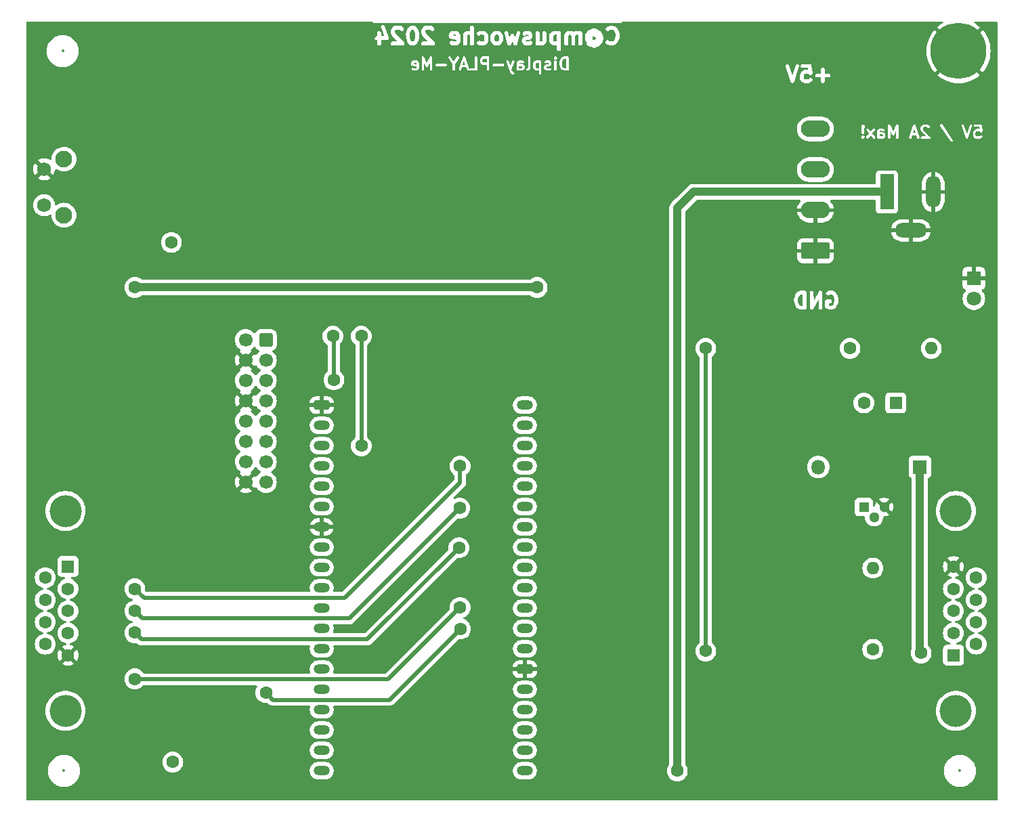
<source format=gbr>
G04 #@! TF.GenerationSoftware,KiCad,Pcbnew,8.0.3*
G04 #@! TF.CreationDate,2024-08-26T17:53:24+02:00*
G04 #@! TF.ProjectId,Display-PLAY-Me_2,44697370-6c61-4792-9d50-4c41592d4d65,0.3*
G04 #@! TF.SameCoordinates,Original*
G04 #@! TF.FileFunction,Copper,L2,Bot*
G04 #@! TF.FilePolarity,Positive*
%FSLAX46Y46*%
G04 Gerber Fmt 4.6, Leading zero omitted, Abs format (unit mm)*
G04 Created by KiCad (PCBNEW 8.0.3) date 2024-08-26 17:53:24*
%MOMM*%
%LPD*%
G01*
G04 APERTURE LIST*
G04 Aperture macros list*
%AMRoundRect*
0 Rectangle with rounded corners*
0 $1 Rounding radius*
0 $2 $3 $4 $5 $6 $7 $8 $9 X,Y pos of 4 corners*
0 Add a 4 corners polygon primitive as box body*
4,1,4,$2,$3,$4,$5,$6,$7,$8,$9,$2,$3,0*
0 Add four circle primitives for the rounded corners*
1,1,$1+$1,$2,$3*
1,1,$1+$1,$4,$5*
1,1,$1+$1,$6,$7*
1,1,$1+$1,$8,$9*
0 Add four rect primitives between the rounded corners*
20,1,$1+$1,$2,$3,$4,$5,0*
20,1,$1+$1,$4,$5,$6,$7,0*
20,1,$1+$1,$6,$7,$8,$9,0*
20,1,$1+$1,$8,$9,$2,$3,0*%
G04 Aperture macros list end*
%ADD10C,0.300000*%
%ADD11C,0.475000*%
%ADD12C,0.500000*%
G04 #@! TA.AperFunction,ComponentPad*
%ADD13C,3.900000*%
G04 #@! TD*
G04 #@! TA.AperFunction,ConnectorPad*
%ADD14C,7.000000*%
G04 #@! TD*
G04 #@! TA.AperFunction,ComponentPad*
%ADD15C,2.100000*%
G04 #@! TD*
G04 #@! TA.AperFunction,ComponentPad*
%ADD16C,1.750000*%
G04 #@! TD*
G04 #@! TA.AperFunction,ComponentPad*
%ADD17R,1.800000X1.800000*%
G04 #@! TD*
G04 #@! TA.AperFunction,ComponentPad*
%ADD18O,1.800000X1.800000*%
G04 #@! TD*
G04 #@! TA.AperFunction,ComponentPad*
%ADD19C,1.800000*%
G04 #@! TD*
G04 #@! TA.AperFunction,ComponentPad*
%ADD20R,1.300000X1.300000*%
G04 #@! TD*
G04 #@! TA.AperFunction,ComponentPad*
%ADD21C,1.300000*%
G04 #@! TD*
G04 #@! TA.AperFunction,ComponentPad*
%ADD22C,4.000000*%
G04 #@! TD*
G04 #@! TA.AperFunction,ComponentPad*
%ADD23R,1.600000X1.600000*%
G04 #@! TD*
G04 #@! TA.AperFunction,ComponentPad*
%ADD24C,1.600000*%
G04 #@! TD*
G04 #@! TA.AperFunction,ComponentPad*
%ADD25O,1.600000X1.600000*%
G04 #@! TD*
G04 #@! TA.AperFunction,ComponentPad*
%ADD26R,1.800000X4.400000*%
G04 #@! TD*
G04 #@! TA.AperFunction,ComponentPad*
%ADD27O,1.800000X4.000000*%
G04 #@! TD*
G04 #@! TA.AperFunction,ComponentPad*
%ADD28O,4.000000X1.800000*%
G04 #@! TD*
G04 #@! TA.AperFunction,ComponentPad*
%ADD29O,2.000000X1.200000*%
G04 #@! TD*
G04 #@! TA.AperFunction,ComponentPad*
%ADD30RoundRect,0.300000X-0.700000X0.300000X-0.700000X-0.300000X0.700000X-0.300000X0.700000X0.300000X0*%
G04 #@! TD*
G04 #@! TA.AperFunction,ComponentPad*
%ADD31RoundRect,0.249999X1.550001X-0.790001X1.550001X0.790001X-1.550001X0.790001X-1.550001X-0.790001X0*%
G04 #@! TD*
G04 #@! TA.AperFunction,ComponentPad*
%ADD32O,3.600000X2.080000*%
G04 #@! TD*
G04 #@! TA.AperFunction,ComponentPad*
%ADD33RoundRect,0.250000X0.600000X0.600000X-0.600000X0.600000X-0.600000X-0.600000X0.600000X-0.600000X0*%
G04 #@! TD*
G04 #@! TA.AperFunction,ComponentPad*
%ADD34C,1.700000*%
G04 #@! TD*
G04 #@! TA.AperFunction,ViaPad*
%ADD35C,1.600000*%
G04 #@! TD*
G04 #@! TA.AperFunction,Conductor*
%ADD36C,1.000000*%
G04 #@! TD*
G04 #@! TA.AperFunction,Conductor*
%ADD37C,0.500000*%
G04 #@! TD*
%ADD38C,0.350000*%
%ADD39O,1.000000X3.400000*%
%ADD40O,1.000000X3.000000*%
%ADD41O,3.000000X1.000000*%
G04 APERTURE END LIST*
D10*
G36*
X195343689Y-63418707D02*
G01*
X195377602Y-63484024D01*
X195378819Y-63556721D01*
X195345752Y-63625457D01*
X195281024Y-63659064D01*
X194994728Y-63661200D01*
X194962198Y-63645550D01*
X194961285Y-63387357D01*
X195273680Y-63385027D01*
X195343689Y-63418707D01*
G37*
G36*
X199463811Y-63231055D02*
G01*
X199161849Y-63232226D01*
X199312124Y-62778696D01*
X199463811Y-63231055D01*
G37*
G36*
X207985884Y-64482638D02*
G01*
X192496626Y-64482638D01*
X192496626Y-63708138D01*
X192665657Y-63708138D01*
X192665657Y-63766664D01*
X192667883Y-63772037D01*
X192688054Y-63820735D01*
X192688055Y-63820736D01*
X192706710Y-63843467D01*
X192800868Y-63933548D01*
X192800869Y-63933549D01*
X192823667Y-63942992D01*
X192854940Y-63955946D01*
X192854941Y-63955946D01*
X192854942Y-63955946D01*
X192913467Y-63955946D01*
X192913468Y-63955946D01*
X192944741Y-63942992D01*
X192967539Y-63933549D01*
X192990270Y-63914894D01*
X193080353Y-63820736D01*
X193102749Y-63766663D01*
X193102749Y-63740254D01*
X193102750Y-63708138D01*
X193080353Y-63654065D01*
X193061699Y-63631335D01*
X192967540Y-63541251D01*
X192967539Y-63541250D01*
X192935865Y-63528130D01*
X192913468Y-63518853D01*
X192854940Y-63518853D01*
X192832543Y-63528130D01*
X192800869Y-63541250D01*
X192778138Y-63559905D01*
X192688054Y-63654065D01*
X192667884Y-63702762D01*
X192665657Y-63708138D01*
X192496626Y-63708138D01*
X192496626Y-62392714D01*
X192663293Y-62392714D01*
X192736482Y-63237881D01*
X192735164Y-63254346D01*
X192737066Y-63260295D01*
X192737086Y-63266664D01*
X192739474Y-63272429D01*
X192740024Y-63278780D01*
X192747813Y-63293895D01*
X192752994Y-63310091D01*
X192757069Y-63314907D01*
X192759484Y-63320736D01*
X192763945Y-63325197D01*
X192766836Y-63330806D01*
X192779815Y-63341788D01*
X192790799Y-63354769D01*
X192796407Y-63357659D01*
X192800868Y-63362120D01*
X192806696Y-63364534D01*
X192811513Y-63368610D01*
X192827707Y-63373789D01*
X192842824Y-63381580D01*
X192849112Y-63382103D01*
X192854940Y-63384518D01*
X192861250Y-63384518D01*
X192867259Y-63386440D01*
X192884202Y-63385027D01*
X192901150Y-63386440D01*
X192907159Y-63384518D01*
X192913468Y-63384518D01*
X192919298Y-63382102D01*
X192925584Y-63381579D01*
X192940695Y-63373791D01*
X192956895Y-63368610D01*
X192961711Y-63364534D01*
X192967540Y-63362120D01*
X192972001Y-63357658D01*
X192977610Y-63354768D01*
X192988592Y-63341788D01*
X193001573Y-63330805D01*
X193004463Y-63325196D01*
X193008924Y-63320736D01*
X193011338Y-63314907D01*
X193015414Y-63310091D01*
X193020593Y-63293896D01*
X193028384Y-63278780D01*
X193030035Y-63269768D01*
X193031322Y-63266664D01*
X193032154Y-63258212D01*
X193032352Y-63257133D01*
X193033244Y-63254345D01*
X193033278Y-63252082D01*
X193033686Y-63249857D01*
X193068076Y-62820354D01*
X193306077Y-62820354D01*
X193321871Y-62876710D01*
X193337685Y-62901501D01*
X193659519Y-63309246D01*
X193321871Y-63740946D01*
X193306077Y-63797302D01*
X193313050Y-63855411D01*
X193341730Y-63906430D01*
X193387751Y-63942590D01*
X193444107Y-63958384D01*
X193502216Y-63951411D01*
X193553235Y-63922731D01*
X193573581Y-63901501D01*
X193849022Y-63549335D01*
X194143745Y-63922731D01*
X194194764Y-63951411D01*
X194252873Y-63958384D01*
X194309229Y-63942589D01*
X194355250Y-63906429D01*
X194383930Y-63855411D01*
X194390903Y-63797302D01*
X194375108Y-63740946D01*
X194359295Y-63716154D01*
X194037460Y-63308408D01*
X194260600Y-63023114D01*
X194662776Y-63023114D01*
X194665301Y-63737200D01*
X194663954Y-63756162D01*
X194665383Y-63760450D01*
X194665658Y-63838092D01*
X194688056Y-63892164D01*
X194729440Y-63933548D01*
X194783512Y-63955946D01*
X194842040Y-63955946D01*
X194884204Y-63938480D01*
X194888419Y-63940226D01*
X194916015Y-63953502D01*
X194921390Y-63953883D01*
X194926369Y-63955946D01*
X194955633Y-63958828D01*
X195290065Y-63956333D01*
X195294014Y-63957650D01*
X195315176Y-63956146D01*
X195342040Y-63955946D01*
X195347018Y-63953883D01*
X195352394Y-63953502D01*
X195379858Y-63942992D01*
X195515747Y-63872437D01*
X195529918Y-63867714D01*
X195537484Y-63861151D01*
X195547601Y-63855899D01*
X195559922Y-63841691D01*
X195574133Y-63829367D01*
X195583453Y-63814559D01*
X195585947Y-63811684D01*
X195586716Y-63809374D01*
X195589797Y-63804481D01*
X195649703Y-63679955D01*
X195651781Y-63677878D01*
X195658459Y-63661755D01*
X195671735Y-63634160D01*
X195672116Y-63628784D01*
X195674179Y-63623806D01*
X195677061Y-63594542D01*
X195675026Y-63473017D01*
X195675883Y-63470447D01*
X195674705Y-63453877D01*
X195674179Y-63422421D01*
X195672116Y-63417442D01*
X195671735Y-63412067D01*
X195661225Y-63384604D01*
X195590670Y-63248715D01*
X195585947Y-63234544D01*
X195579384Y-63226976D01*
X195574132Y-63216861D01*
X195559925Y-63204540D01*
X195547601Y-63190329D01*
X195532790Y-63181006D01*
X195529917Y-63178514D01*
X195527609Y-63177744D01*
X195522715Y-63174664D01*
X195398189Y-63114757D01*
X195396112Y-63112680D01*
X195379989Y-63106001D01*
X195352394Y-63092726D01*
X195347018Y-63092344D01*
X195342040Y-63090282D01*
X195312776Y-63087400D01*
X194994728Y-63089772D01*
X194960174Y-63073148D01*
X194960137Y-63062762D01*
X194994083Y-62992199D01*
X195058919Y-62958536D01*
X195273916Y-62956569D01*
X195416014Y-63024930D01*
X195474394Y-63029079D01*
X195529916Y-63010572D01*
X195574132Y-62972225D01*
X195600306Y-62919876D01*
X195604455Y-62861496D01*
X195585947Y-62805973D01*
X195547601Y-62761758D01*
X195522715Y-62746093D01*
X195398190Y-62686186D01*
X195396112Y-62684108D01*
X195379980Y-62677426D01*
X195352395Y-62664155D01*
X195347020Y-62663773D01*
X195342040Y-62661710D01*
X195312776Y-62658828D01*
X195049514Y-62661236D01*
X195045822Y-62660006D01*
X195025398Y-62661457D01*
X194997797Y-62661710D01*
X194992816Y-62663773D01*
X194987442Y-62664155D01*
X194959978Y-62674664D01*
X194824087Y-62745220D01*
X194809920Y-62749943D01*
X194802354Y-62756504D01*
X194792236Y-62761758D01*
X194779912Y-62775967D01*
X194765705Y-62788289D01*
X194756385Y-62803094D01*
X194753889Y-62805973D01*
X194753118Y-62808284D01*
X194750040Y-62813175D01*
X194690133Y-62937700D01*
X194688056Y-62939778D01*
X194681377Y-62955900D01*
X194668102Y-62983496D01*
X194667720Y-62988871D01*
X194665658Y-62993850D01*
X194662776Y-63023114D01*
X194260600Y-63023114D01*
X194375108Y-62876710D01*
X194390903Y-62820354D01*
X194383930Y-62762245D01*
X194355250Y-62711227D01*
X194309229Y-62675067D01*
X194252873Y-62659272D01*
X194194764Y-62666245D01*
X194143745Y-62694925D01*
X194123399Y-62716155D01*
X193847957Y-63068320D01*
X193553235Y-62694925D01*
X193502216Y-62666245D01*
X193444107Y-62659272D01*
X193387751Y-62675066D01*
X193341730Y-62711226D01*
X193313050Y-62762245D01*
X193306077Y-62820354D01*
X193068076Y-62820354D01*
X193100546Y-62414839D01*
X193102749Y-62409521D01*
X193102749Y-62387322D01*
X193104672Y-62363311D01*
X193102749Y-62357301D01*
X193102750Y-62350995D01*
X193093894Y-62329614D01*
X193087246Y-62308828D01*
X196019919Y-62308828D01*
X196022801Y-63838092D01*
X196045199Y-63892164D01*
X196086583Y-63933548D01*
X196140655Y-63955946D01*
X196199183Y-63955946D01*
X196253255Y-63933548D01*
X196294639Y-63892164D01*
X196317037Y-63838092D01*
X196319919Y-63808828D01*
X196318352Y-62977843D01*
X196534189Y-63437494D01*
X196541659Y-63458035D01*
X196546124Y-63462911D01*
X196548979Y-63468990D01*
X196565784Y-63484380D01*
X196581186Y-63501198D01*
X196587229Y-63504018D01*
X196592142Y-63508517D01*
X196613562Y-63516306D01*
X196634224Y-63525948D01*
X196640881Y-63526240D01*
X196647144Y-63528518D01*
X196669923Y-63527517D01*
X196692694Y-63528518D01*
X196698953Y-63526241D01*
X196705615Y-63525949D01*
X196726282Y-63516304D01*
X196747697Y-63508517D01*
X196752610Y-63504017D01*
X196758652Y-63501198D01*
X196774047Y-63484385D01*
X196790860Y-63468990D01*
X196795828Y-63460601D01*
X196798179Y-63458035D01*
X196799498Y-63454405D01*
X196805846Y-63443690D01*
X197021182Y-62979375D01*
X197022801Y-63838092D01*
X197045199Y-63892164D01*
X197086583Y-63933548D01*
X197140655Y-63955946D01*
X197199183Y-63955946D01*
X197253255Y-63933548D01*
X197294639Y-63892164D01*
X197317037Y-63838092D01*
X197319919Y-63808828D01*
X197319884Y-63790067D01*
X198663953Y-63790067D01*
X198668102Y-63848448D01*
X198694276Y-63900795D01*
X198738490Y-63939142D01*
X198794014Y-63957650D01*
X198852395Y-63953501D01*
X198904742Y-63927327D01*
X198943089Y-63883113D01*
X198955077Y-63856262D01*
X199063235Y-63529839D01*
X199563350Y-63527901D01*
X199682461Y-63883113D01*
X199720808Y-63927328D01*
X199773156Y-63953501D01*
X199831536Y-63957651D01*
X199887060Y-63939142D01*
X199931274Y-63900795D01*
X199957448Y-63848448D01*
X199961598Y-63790068D01*
X199955078Y-63761394D01*
X199563805Y-62594542D01*
X200091346Y-62594542D01*
X200093760Y-62738758D01*
X200092524Y-62756161D01*
X200094173Y-62763415D01*
X200094228Y-62766664D01*
X200095744Y-62770325D01*
X200099044Y-62784835D01*
X200165657Y-62977394D01*
X200165657Y-62980948D01*
X200173115Y-62998954D01*
X200182461Y-63025970D01*
X200185991Y-63030040D01*
X200188054Y-63035020D01*
X200206709Y-63057751D01*
X200811665Y-63659905D01*
X200212082Y-63661710D01*
X200158010Y-63684108D01*
X200116626Y-63725492D01*
X200094228Y-63779564D01*
X200094228Y-63838092D01*
X200116626Y-63892164D01*
X200158010Y-63933548D01*
X200212082Y-63955946D01*
X200241346Y-63958828D01*
X201199182Y-63955946D01*
X201230455Y-63942992D01*
X201253253Y-63933549D01*
X201294639Y-63892163D01*
X201307758Y-63860489D01*
X201317036Y-63838092D01*
X201317036Y-63779564D01*
X201309510Y-63761394D01*
X201294639Y-63725492D01*
X201275984Y-63702762D01*
X200445267Y-62875893D01*
X200391040Y-62719137D01*
X200389587Y-62632362D01*
X200432198Y-62543789D01*
X200469188Y-62505125D01*
X200558814Y-62458591D01*
X200845108Y-62456455D01*
X200934956Y-62499679D01*
X201015153Y-62576406D01*
X201069226Y-62598802D01*
X201127752Y-62598802D01*
X201181824Y-62576406D01*
X201223210Y-62535020D01*
X201245606Y-62480948D01*
X201245606Y-62422422D01*
X201223210Y-62368349D01*
X201204555Y-62345619D01*
X201129405Y-62273722D01*
X201119029Y-62261758D01*
X201112803Y-62257839D01*
X201110396Y-62255536D01*
X201106736Y-62254020D01*
X201094143Y-62246093D01*
X201075745Y-62237242D01*
X202519918Y-62237242D01*
X202531276Y-62294657D01*
X202545110Y-62320605D01*
X203849455Y-64271927D01*
X203898085Y-64304493D01*
X203955475Y-64315971D01*
X204012889Y-64304613D01*
X204061588Y-64272148D01*
X204094154Y-64223518D01*
X204105632Y-64166129D01*
X204094274Y-64108714D01*
X204080440Y-64082766D01*
X202907206Y-62327589D01*
X205235381Y-62327589D01*
X205241901Y-62356262D01*
X205738794Y-63838098D01*
X205739530Y-63848448D01*
X205747833Y-63865055D01*
X205753889Y-63883113D01*
X205760911Y-63891210D01*
X205765704Y-63900795D01*
X205779910Y-63913116D01*
X205792236Y-63927328D01*
X205801823Y-63932121D01*
X205809918Y-63939142D01*
X205827760Y-63945089D01*
X205844584Y-63953501D01*
X205855274Y-63954260D01*
X205865442Y-63957650D01*
X205884198Y-63956317D01*
X205902964Y-63957651D01*
X205913134Y-63954260D01*
X205923823Y-63953501D01*
X205940644Y-63945090D01*
X205958488Y-63939142D01*
X205966584Y-63932119D01*
X205976170Y-63927327D01*
X205988493Y-63913118D01*
X206002702Y-63900795D01*
X206007494Y-63891209D01*
X206014517Y-63883113D01*
X206026505Y-63856262D01*
X206255231Y-63165971D01*
X206662774Y-63165971D01*
X206665268Y-63500403D01*
X206663952Y-63504353D01*
X206665455Y-63525510D01*
X206665656Y-63552378D01*
X206667719Y-63557358D01*
X206668101Y-63562733D01*
X206678610Y-63590196D01*
X206752619Y-63732738D01*
X206759482Y-63749306D01*
X206764217Y-63755076D01*
X206765704Y-63757939D01*
X206768697Y-63760535D01*
X206778137Y-63772037D01*
X206853292Y-63843938D01*
X206863665Y-63855899D01*
X206869888Y-63859816D01*
X206872297Y-63862121D01*
X206875958Y-63863637D01*
X206888550Y-63871564D01*
X207013075Y-63931470D01*
X207015153Y-63933548D01*
X207031275Y-63940226D01*
X207058871Y-63953502D01*
X207064246Y-63953883D01*
X207069225Y-63955946D01*
X207098489Y-63958828D01*
X207432921Y-63956333D01*
X207436870Y-63957650D01*
X207458032Y-63956146D01*
X207484896Y-63955946D01*
X207489874Y-63953883D01*
X207495250Y-63953502D01*
X207522714Y-63942992D01*
X207665257Y-63868982D01*
X207681825Y-63862120D01*
X207687593Y-63857385D01*
X207690457Y-63855899D01*
X207693053Y-63852904D01*
X207704556Y-63843465D01*
X207794638Y-63749306D01*
X207817035Y-63695233D01*
X207817034Y-63636707D01*
X207794637Y-63582635D01*
X207753251Y-63541250D01*
X207699179Y-63518853D01*
X207640653Y-63518854D01*
X207586581Y-63541251D01*
X207563850Y-63559906D01*
X207513502Y-63612532D01*
X207423880Y-63659064D01*
X207137584Y-63661200D01*
X207047735Y-63617975D01*
X207009072Y-63580986D01*
X206962537Y-63491360D01*
X206960401Y-63205066D01*
X207003626Y-63115218D01*
X207040617Y-63076553D01*
X207130241Y-63030020D01*
X207416536Y-63027884D01*
X207506385Y-63071109D01*
X207552256Y-63114995D01*
X207554108Y-63118446D01*
X207566231Y-63128365D01*
X207586581Y-63147834D01*
X207593559Y-63150724D01*
X207599405Y-63155507D01*
X207620396Y-63161840D01*
X207640653Y-63170231D01*
X207648205Y-63170231D01*
X207655437Y-63172413D01*
X207677253Y-63170231D01*
X207699179Y-63170232D01*
X207706157Y-63167341D01*
X207713674Y-63166590D01*
X207732993Y-63156225D01*
X207753251Y-63147835D01*
X207758593Y-63142492D01*
X207765249Y-63138922D01*
X207779129Y-63121956D01*
X207794637Y-63106450D01*
X207797527Y-63099470D01*
X207802310Y-63093626D01*
X207808644Y-63072631D01*
X207817034Y-63052378D01*
X207817034Y-63044828D01*
X207819217Y-63037594D01*
X207819173Y-63008188D01*
X207745607Y-62300124D01*
X207745607Y-62279564D01*
X207742755Y-62272680D01*
X207741965Y-62265071D01*
X207731600Y-62245749D01*
X207723209Y-62225492D01*
X207717868Y-62220151D01*
X207714298Y-62213496D01*
X207697330Y-62199613D01*
X207681825Y-62184108D01*
X207674845Y-62181216D01*
X207669001Y-62176435D01*
X207648012Y-62170101D01*
X207627753Y-62161710D01*
X207616541Y-62160605D01*
X207612969Y-62159528D01*
X207609311Y-62159893D01*
X207598489Y-62158828D01*
X206854939Y-62161710D01*
X206800867Y-62184108D01*
X206759483Y-62225492D01*
X206737085Y-62279564D01*
X206737085Y-62338092D01*
X206759483Y-62392164D01*
X206800867Y-62433548D01*
X206854939Y-62455946D01*
X206884203Y-62458828D01*
X207463033Y-62456584D01*
X207491997Y-62735351D01*
X207489874Y-62735201D01*
X207484896Y-62733139D01*
X207455632Y-62730257D01*
X207121199Y-62732751D01*
X207117251Y-62731435D01*
X207096088Y-62732938D01*
X207069225Y-62733139D01*
X207064246Y-62735201D01*
X207058871Y-62735583D01*
X207031408Y-62746093D01*
X206888870Y-62820098D01*
X206872297Y-62826964D01*
X206866524Y-62831701D01*
X206863665Y-62833186D01*
X206861070Y-62836177D01*
X206849566Y-62845619D01*
X206777668Y-62920769D01*
X206765704Y-62931146D01*
X206761785Y-62937371D01*
X206759482Y-62939779D01*
X206757966Y-62943438D01*
X206750039Y-62956032D01*
X206690132Y-63080556D01*
X206688054Y-63082635D01*
X206681372Y-63098766D01*
X206668101Y-63126352D01*
X206667719Y-63131726D01*
X206665656Y-63136707D01*
X206662774Y-63165971D01*
X206255231Y-63165971D01*
X206533026Y-62327588D01*
X206528876Y-62269208D01*
X206502702Y-62216861D01*
X206458488Y-62178514D01*
X206402964Y-62160005D01*
X206344584Y-62164155D01*
X206292236Y-62190328D01*
X206253889Y-62234543D01*
X206241901Y-62261394D01*
X205884853Y-63338959D01*
X205514517Y-62234543D01*
X205476170Y-62190329D01*
X205423823Y-62164155D01*
X205365442Y-62160006D01*
X205309918Y-62178514D01*
X205265704Y-62216861D01*
X205239530Y-62269208D01*
X205235381Y-62327589D01*
X202907206Y-62327589D01*
X202776095Y-62131444D01*
X202727465Y-62098878D01*
X202670076Y-62087400D01*
X202612661Y-62098758D01*
X202563962Y-62131223D01*
X202531396Y-62179853D01*
X202519918Y-62237242D01*
X201075745Y-62237242D01*
X200969618Y-62186186D01*
X200967540Y-62184108D01*
X200951408Y-62177426D01*
X200923823Y-62164155D01*
X200918448Y-62163773D01*
X200913468Y-62161710D01*
X200884204Y-62158828D01*
X200549771Y-62161322D01*
X200545822Y-62160006D01*
X200524664Y-62161509D01*
X200497797Y-62161710D01*
X200492816Y-62163773D01*
X200487442Y-62164155D01*
X200459978Y-62174664D01*
X200317434Y-62248674D01*
X200300869Y-62255536D01*
X200295098Y-62260271D01*
X200292236Y-62261758D01*
X200289639Y-62264751D01*
X200278139Y-62274190D01*
X200206241Y-62349339D01*
X200194276Y-62359717D01*
X200190357Y-62365942D01*
X200188055Y-62368349D01*
X200186539Y-62372007D01*
X200178611Y-62384603D01*
X200118704Y-62509127D01*
X200116626Y-62511206D01*
X200109944Y-62527337D01*
X200096673Y-62554923D01*
X200096291Y-62560297D01*
X200094228Y-62565278D01*
X200091346Y-62594542D01*
X199563805Y-62594542D01*
X199458183Y-62279558D01*
X199457448Y-62269208D01*
X199449144Y-62252600D01*
X199443089Y-62234543D01*
X199436066Y-62226446D01*
X199431274Y-62216861D01*
X199417065Y-62204537D01*
X199404742Y-62190329D01*
X199395156Y-62185536D01*
X199387060Y-62178514D01*
X199369216Y-62172565D01*
X199352395Y-62164155D01*
X199341706Y-62163395D01*
X199331536Y-62160005D01*
X199312770Y-62161338D01*
X199294014Y-62160006D01*
X199283846Y-62163395D01*
X199273156Y-62164155D01*
X199256332Y-62172566D01*
X199238490Y-62178514D01*
X199230395Y-62185534D01*
X199220808Y-62190328D01*
X199208482Y-62204539D01*
X199194276Y-62216861D01*
X199189483Y-62226445D01*
X199182461Y-62234543D01*
X199170473Y-62261394D01*
X198813130Y-63339850D01*
X198808515Y-63350993D01*
X198808515Y-63353780D01*
X198663953Y-63790067D01*
X197319884Y-63790067D01*
X197317095Y-62310720D01*
X197318180Y-62286052D01*
X197317043Y-62282926D01*
X197317037Y-62279564D01*
X197307076Y-62255518D01*
X197298179Y-62231050D01*
X197295919Y-62228582D01*
X197294639Y-62225492D01*
X197276241Y-62207094D01*
X197258652Y-62187887D01*
X197255618Y-62186471D01*
X197253255Y-62184108D01*
X197229224Y-62174154D01*
X197205615Y-62163136D01*
X197202270Y-62162989D01*
X197199183Y-62161710D01*
X197173159Y-62161710D01*
X197147144Y-62160567D01*
X197144001Y-62161710D01*
X197140655Y-62161710D01*
X197116602Y-62171673D01*
X197092142Y-62180568D01*
X197089674Y-62182827D01*
X197086583Y-62184108D01*
X197068174Y-62202516D01*
X197048979Y-62220095D01*
X197046629Y-62224061D01*
X197045199Y-62225492D01*
X197043843Y-62228764D01*
X197033992Y-62245395D01*
X196670635Y-63028874D01*
X196303956Y-62247984D01*
X196294639Y-62225492D01*
X196292292Y-62223145D01*
X196290860Y-62220095D01*
X196271652Y-62202505D01*
X196253255Y-62184108D01*
X196250164Y-62182827D01*
X196247697Y-62180568D01*
X196223231Y-62171671D01*
X196199183Y-62161710D01*
X196195837Y-62161710D01*
X196192694Y-62160567D01*
X196166690Y-62161710D01*
X196140655Y-62161710D01*
X196137564Y-62162990D01*
X196134224Y-62163137D01*
X196110628Y-62174147D01*
X196086583Y-62184108D01*
X196084219Y-62186471D01*
X196081186Y-62187887D01*
X196063596Y-62207094D01*
X196045199Y-62225492D01*
X196043918Y-62228582D01*
X196041659Y-62231050D01*
X196032762Y-62255515D01*
X196022801Y-62279564D01*
X196022349Y-62284152D01*
X196021658Y-62286053D01*
X196021813Y-62289591D01*
X196019919Y-62308828D01*
X193087246Y-62308828D01*
X193086842Y-62307566D01*
X193082767Y-62302750D01*
X193080353Y-62296922D01*
X193061699Y-62274192D01*
X192967540Y-62184108D01*
X192967539Y-62184107D01*
X192922260Y-62165352D01*
X192913468Y-62161710D01*
X192854940Y-62161710D01*
X192846148Y-62165352D01*
X192800869Y-62184107D01*
X192778138Y-62202762D01*
X192721824Y-62261623D01*
X192719369Y-62262889D01*
X192709841Y-62274148D01*
X192688054Y-62296922D01*
X192685639Y-62302750D01*
X192681565Y-62307566D01*
X192674514Y-62329610D01*
X192665657Y-62350994D01*
X192665657Y-62357302D01*
X192663735Y-62363312D01*
X192663293Y-62392714D01*
X192496626Y-62392714D01*
X192496626Y-61920733D01*
X207985884Y-61920733D01*
X207985884Y-64482638D01*
G37*
D11*
G36*
X185357045Y-84851413D02*
G01*
X185186674Y-84852972D01*
X184998398Y-84793071D01*
X184884307Y-84682373D01*
X184822553Y-84564332D01*
X184742208Y-84257191D01*
X184739129Y-84042761D01*
X184812263Y-83736082D01*
X184875302Y-83603999D01*
X184989969Y-83485817D01*
X185167243Y-83424010D01*
X185353695Y-83422304D01*
X185357045Y-84851413D01*
G37*
G36*
X190046595Y-85561776D02*
G01*
X184029928Y-85561776D01*
X184029928Y-84001061D01*
X184267428Y-84001061D01*
X184271158Y-84260848D01*
X184267708Y-84284035D01*
X184271898Y-84312370D01*
X184271991Y-84318824D01*
X184273331Y-84322059D01*
X184274519Y-84330092D01*
X184364773Y-84675115D01*
X184366338Y-84697126D01*
X184379590Y-84731758D01*
X184380659Y-84735841D01*
X184381681Y-84737220D01*
X184382978Y-84740609D01*
X184478136Y-84922500D01*
X184488406Y-84947295D01*
X184495857Y-84956373D01*
X184498258Y-84960963D01*
X184502996Y-84965072D01*
X184517943Y-84983284D01*
X184677112Y-85137720D01*
X184679210Y-85141915D01*
X184700182Y-85160104D01*
X184734884Y-85193774D01*
X184742770Y-85197040D01*
X184749216Y-85202631D01*
X184791729Y-85221612D01*
X185064950Y-85308538D01*
X185091928Y-85319713D01*
X185103725Y-85320874D01*
X185108557Y-85322412D01*
X185114816Y-85321967D01*
X185138262Y-85324276D01*
X185636977Y-85319713D01*
X185722591Y-85284250D01*
X185788117Y-85218724D01*
X185823580Y-85133110D01*
X185828143Y-85086776D01*
X185823689Y-83186776D01*
X186257904Y-83186776D01*
X186262326Y-85073137D01*
X186258484Y-85103364D01*
X186262431Y-85117837D01*
X186262467Y-85133110D01*
X186274555Y-85162292D01*
X186282866Y-85192767D01*
X186292136Y-85204738D01*
X186297930Y-85218724D01*
X186320263Y-85241057D01*
X186339606Y-85266034D01*
X186352752Y-85273546D01*
X186363456Y-85284250D01*
X186392636Y-85296337D01*
X186420064Y-85312010D01*
X186435082Y-85313919D01*
X186449070Y-85319713D01*
X186480660Y-85319713D01*
X186511992Y-85323696D01*
X186526597Y-85319713D01*
X186541738Y-85319713D01*
X186570920Y-85307624D01*
X186601395Y-85299314D01*
X186613366Y-85290043D01*
X186627352Y-85284250D01*
X186649685Y-85261916D01*
X186674662Y-85242574D01*
X186688446Y-85223155D01*
X186692878Y-85218724D01*
X186694679Y-85214375D01*
X186701612Y-85204609D01*
X187345694Y-84072102D01*
X187348182Y-85133110D01*
X187383645Y-85218724D01*
X187449171Y-85284250D01*
X187534785Y-85319713D01*
X187627453Y-85319713D01*
X187713067Y-85284250D01*
X187778593Y-85218724D01*
X187814056Y-85133110D01*
X187818619Y-85086776D01*
X187816710Y-84272490D01*
X188157904Y-84272490D01*
X188162467Y-84952157D01*
X188166115Y-84960963D01*
X188197929Y-85037770D01*
X188227465Y-85073760D01*
X188297329Y-85140060D01*
X188298257Y-85141915D01*
X188310188Y-85152263D01*
X188353931Y-85193774D01*
X188361817Y-85197040D01*
X188368263Y-85202631D01*
X188410776Y-85221612D01*
X188683997Y-85308538D01*
X188710975Y-85319713D01*
X188722772Y-85320874D01*
X188727604Y-85322412D01*
X188733863Y-85321967D01*
X188757309Y-85324276D01*
X188942018Y-85320567D01*
X188967966Y-85322412D01*
X188979373Y-85319817D01*
X188984595Y-85319713D01*
X188990389Y-85317312D01*
X189013365Y-85312088D01*
X189251001Y-85229236D01*
X189256025Y-85229236D01*
X189282742Y-85218169D01*
X189327307Y-85202632D01*
X189333754Y-85197039D01*
X189341639Y-85193774D01*
X189377628Y-85164237D01*
X189556752Y-84979620D01*
X189578265Y-84960963D01*
X189584564Y-84950954D01*
X189588116Y-84947295D01*
X189590515Y-84941501D01*
X189603068Y-84921561D01*
X189684183Y-84751605D01*
X189695864Y-84735841D01*
X189708238Y-84701204D01*
X189710185Y-84697126D01*
X189710306Y-84695415D01*
X189711528Y-84691997D01*
X189795073Y-84341658D01*
X189804532Y-84318824D01*
X189807355Y-84290156D01*
X189808815Y-84284035D01*
X189808299Y-84280569D01*
X189809095Y-84272490D01*
X189805364Y-84012702D01*
X189808815Y-83989516D01*
X189804624Y-83961180D01*
X189804532Y-83954727D01*
X189803191Y-83951491D01*
X189802004Y-83943459D01*
X189711749Y-83598440D01*
X189710185Y-83576426D01*
X189696928Y-83541785D01*
X189695863Y-83537711D01*
X189694842Y-83536333D01*
X189693545Y-83532943D01*
X189598386Y-83351048D01*
X189588117Y-83326256D01*
X189580666Y-83317178D01*
X189578266Y-83312589D01*
X189573528Y-83308480D01*
X189558580Y-83290266D01*
X189399410Y-83135831D01*
X189397313Y-83131637D01*
X189376332Y-83113440D01*
X189341638Y-83079778D01*
X189333755Y-83076512D01*
X189327307Y-83070920D01*
X189284794Y-83051940D01*
X189011572Y-82965013D01*
X188984595Y-82953839D01*
X188972797Y-82952677D01*
X188967966Y-82951140D01*
X188961706Y-82951584D01*
X188938261Y-82949276D01*
X188701157Y-82952680D01*
X188696538Y-82951141D01*
X188668214Y-82953153D01*
X188620499Y-82953839D01*
X188612613Y-82957105D01*
X188604103Y-82957710D01*
X188560620Y-82974349D01*
X188340265Y-83089628D01*
X188279549Y-83159634D01*
X188250245Y-83247547D01*
X188256813Y-83339982D01*
X188298256Y-83422867D01*
X188368262Y-83483583D01*
X188456175Y-83512887D01*
X188548610Y-83506319D01*
X188592093Y-83489679D01*
X188718528Y-83423533D01*
X188891332Y-83421052D01*
X189078124Y-83480480D01*
X189192215Y-83591177D01*
X189253970Y-83709221D01*
X189334314Y-84016356D01*
X189337393Y-84230789D01*
X189264259Y-84537469D01*
X189201220Y-84669550D01*
X189086552Y-84787734D01*
X188908318Y-84849877D01*
X188802661Y-84851998D01*
X188632178Y-84797758D01*
X188630228Y-84507365D01*
X188803643Y-84505427D01*
X188889257Y-84469964D01*
X188954783Y-84404438D01*
X188990246Y-84318824D01*
X188990246Y-84226156D01*
X188954783Y-84140542D01*
X188889257Y-84075016D01*
X188803643Y-84039553D01*
X188757309Y-84034990D01*
X188349070Y-84039553D01*
X188263456Y-84075016D01*
X188197930Y-84140542D01*
X188162467Y-84226156D01*
X188157904Y-84272490D01*
X187816710Y-84272490D01*
X187814196Y-83200414D01*
X187818039Y-83170188D01*
X187814091Y-83155715D01*
X187814056Y-83140442D01*
X187801965Y-83111253D01*
X187793656Y-83080786D01*
X187784388Y-83068818D01*
X187778593Y-83054828D01*
X187756254Y-83032489D01*
X187736917Y-83007519D01*
X187723772Y-83000007D01*
X187713067Y-82989302D01*
X187683884Y-82977213D01*
X187656459Y-82961542D01*
X187641440Y-82959632D01*
X187627453Y-82953839D01*
X187595863Y-82953839D01*
X187564530Y-82949856D01*
X187549926Y-82953839D01*
X187534785Y-82953839D01*
X187505598Y-82965928D01*
X187475128Y-82974239D01*
X187463159Y-82983507D01*
X187449171Y-82989302D01*
X187426835Y-83011637D01*
X187401861Y-83030978D01*
X187388076Y-83050396D01*
X187383645Y-83054828D01*
X187381843Y-83059176D01*
X187374911Y-83068943D01*
X186730828Y-84201449D01*
X186728341Y-83140442D01*
X186692878Y-83054828D01*
X186627352Y-82989302D01*
X186541738Y-82953839D01*
X186449070Y-82953839D01*
X186363456Y-82989302D01*
X186297930Y-83054828D01*
X186262467Y-83140442D01*
X186257904Y-83186776D01*
X185823689Y-83186776D01*
X185823580Y-83140442D01*
X185788117Y-83054828D01*
X185722591Y-82989302D01*
X185636977Y-82953839D01*
X185590643Y-82949276D01*
X185140302Y-82953396D01*
X185108557Y-82951140D01*
X185096887Y-82953793D01*
X185091928Y-82953839D01*
X185086133Y-82956239D01*
X185063158Y-82961464D01*
X184825527Y-83044315D01*
X184820499Y-83044315D01*
X184793758Y-83055390D01*
X184749216Y-83070921D01*
X184742771Y-83076510D01*
X184734885Y-83079777D01*
X184698895Y-83109314D01*
X184519775Y-83293925D01*
X184498257Y-83312588D01*
X184491955Y-83322598D01*
X184488407Y-83326256D01*
X184486008Y-83332047D01*
X184473455Y-83351990D01*
X184392337Y-83521950D01*
X184380660Y-83537711D01*
X184368285Y-83572345D01*
X184366338Y-83576426D01*
X184366216Y-83578136D01*
X184364995Y-83581555D01*
X184281449Y-83931892D01*
X184271991Y-83954727D01*
X184269167Y-83983394D01*
X184267708Y-83989516D01*
X184268223Y-83992981D01*
X184267428Y-84001061D01*
X184029928Y-84001061D01*
X184029928Y-82711776D01*
X190046595Y-82711776D01*
X190046595Y-85561776D01*
G37*
G36*
X189062556Y-57240776D02*
G01*
X182961839Y-57240776D01*
X182961839Y-54895481D01*
X183199339Y-54895481D01*
X183209663Y-54940880D01*
X183838087Y-56812250D01*
X183839243Y-56828506D01*
X183852348Y-56854716D01*
X183861978Y-56883393D01*
X183873095Y-56896211D01*
X183880685Y-56911391D01*
X183903182Y-56930902D01*
X183922694Y-56953400D01*
X183937873Y-56960989D01*
X183950692Y-56972107D01*
X183978943Y-56981524D01*
X184005579Y-56994842D01*
X184022502Y-56996044D01*
X184038604Y-57001412D01*
X184068313Y-56999300D01*
X184098014Y-57001411D01*
X184114111Y-56996045D01*
X184131039Y-56994842D01*
X184157675Y-56981523D01*
X184185926Y-56972107D01*
X184198744Y-56960989D01*
X184213924Y-56953400D01*
X184233435Y-56930902D01*
X184255933Y-56911391D01*
X184263522Y-56896211D01*
X184274640Y-56883393D01*
X184293621Y-56840880D01*
X184587886Y-55951490D01*
X185006999Y-55951490D01*
X185010812Y-56368320D01*
X185008864Y-56374167D01*
X185011162Y-56406505D01*
X185011562Y-56450205D01*
X185014828Y-56458089D01*
X185015433Y-56466602D01*
X185032073Y-56510085D01*
X185127232Y-56691979D01*
X185137501Y-56716770D01*
X185144951Y-56725848D01*
X185147353Y-56730439D01*
X185152091Y-56734548D01*
X185167037Y-56752760D01*
X185264551Y-56845299D01*
X185279837Y-56862924D01*
X185289597Y-56869068D01*
X185293503Y-56872774D01*
X185299299Y-56875175D01*
X185319239Y-56887726D01*
X185471694Y-56960488D01*
X185474456Y-56963250D01*
X185497346Y-56972731D01*
X185543673Y-56994842D01*
X185552185Y-56995446D01*
X185560070Y-56998713D01*
X185606404Y-57003276D01*
X186023233Y-56999462D01*
X186029080Y-57001411D01*
X186061423Y-56999112D01*
X186105119Y-56998713D01*
X186113001Y-56995447D01*
X186121515Y-56994843D01*
X186164998Y-56978203D01*
X186346893Y-56883043D01*
X186371687Y-56872774D01*
X186380764Y-56865323D01*
X186385352Y-56862924D01*
X186389459Y-56858188D01*
X186407677Y-56843237D01*
X186527689Y-56716770D01*
X186563151Y-56631156D01*
X186563150Y-56538488D01*
X186527688Y-56452874D01*
X186462161Y-56387348D01*
X186376547Y-56351886D01*
X186283879Y-56351887D01*
X186198265Y-56387349D01*
X186162275Y-56416886D01*
X186103955Y-56478342D01*
X186007612Y-56528744D01*
X185667581Y-56531855D01*
X185570249Y-56485401D01*
X185531932Y-56449040D01*
X185481530Y-56352698D01*
X185478419Y-56012667D01*
X185524874Y-55915334D01*
X185561236Y-55877016D01*
X185657575Y-55826616D01*
X185997607Y-55823505D01*
X186094941Y-55869959D01*
X186144377Y-55916873D01*
X186146849Y-55921481D01*
X186164141Y-55935629D01*
X186198265Y-55968012D01*
X186209313Y-55972588D01*
X186218570Y-55980162D01*
X186251813Y-55990192D01*
X186283879Y-56003474D01*
X186295834Y-56003474D01*
X186307288Y-56006930D01*
X186341840Y-56003474D01*
X186376547Y-56003475D01*
X186387594Y-55998899D01*
X186399496Y-55997709D01*
X186403368Y-55995632D01*
X186911563Y-55995632D01*
X186911563Y-56088300D01*
X186947026Y-56173914D01*
X187012552Y-56239440D01*
X187098166Y-56274903D01*
X187144500Y-56279466D01*
X187633740Y-56277971D01*
X187635372Y-56812110D01*
X187670835Y-56897724D01*
X187736361Y-56963250D01*
X187821975Y-56998713D01*
X187914643Y-56998713D01*
X188000257Y-56963250D01*
X188065783Y-56897724D01*
X188101246Y-56812110D01*
X188105809Y-56765776D01*
X188104314Y-56276534D01*
X188638453Y-56274903D01*
X188724067Y-56239440D01*
X188789593Y-56173914D01*
X188825056Y-56088300D01*
X188825056Y-55995632D01*
X188789593Y-55910018D01*
X188724067Y-55844492D01*
X188638453Y-55809029D01*
X188592119Y-55804466D01*
X188102877Y-55805960D01*
X188101246Y-55271823D01*
X188065783Y-55186209D01*
X188000257Y-55120683D01*
X187914643Y-55085220D01*
X187821975Y-55085220D01*
X187736361Y-55120683D01*
X187670835Y-55186209D01*
X187635372Y-55271823D01*
X187630809Y-55318157D01*
X187632303Y-55807397D01*
X187098166Y-55809029D01*
X187012552Y-55844492D01*
X186947026Y-55910018D01*
X186911563Y-55995632D01*
X186403368Y-55995632D01*
X186430091Y-55981296D01*
X186462161Y-55968013D01*
X186470617Y-55959556D01*
X186481157Y-55953903D01*
X186503139Y-55927035D01*
X186527688Y-55902487D01*
X186532265Y-55891436D01*
X186539837Y-55882182D01*
X186549864Y-55848947D01*
X186563150Y-55816873D01*
X186563150Y-55804914D01*
X186566605Y-55793464D01*
X186566535Y-55746906D01*
X186472675Y-54851500D01*
X186472675Y-54819442D01*
X186468175Y-54808580D01*
X186466909Y-54796494D01*
X186450495Y-54765896D01*
X186437212Y-54733828D01*
X186428757Y-54725373D01*
X186423103Y-54714833D01*
X186396231Y-54692847D01*
X186371686Y-54668302D01*
X186360637Y-54663725D01*
X186351382Y-54656153D01*
X186318149Y-54646125D01*
X186286072Y-54632839D01*
X186268316Y-54631090D01*
X186262664Y-54629385D01*
X186256875Y-54629963D01*
X186239738Y-54628276D01*
X185288642Y-54632839D01*
X185203028Y-54668302D01*
X185137502Y-54733828D01*
X185102039Y-54819442D01*
X185102039Y-54912110D01*
X185137502Y-54997724D01*
X185203028Y-55063250D01*
X185288642Y-55098713D01*
X185334976Y-55103276D01*
X186025488Y-55099963D01*
X186051923Y-55352147D01*
X185641954Y-55355898D01*
X185636108Y-55353950D01*
X185603769Y-55356248D01*
X185560070Y-55356648D01*
X185552185Y-55359914D01*
X185543673Y-55360519D01*
X185500190Y-55377159D01*
X185318292Y-55472319D01*
X185293503Y-55482587D01*
X185284426Y-55490035D01*
X185279837Y-55492437D01*
X185275727Y-55497175D01*
X185257513Y-55512124D01*
X185164978Y-55609636D01*
X185147353Y-55624922D01*
X185141206Y-55634685D01*
X185137501Y-55638591D01*
X185135100Y-55644386D01*
X185122550Y-55664324D01*
X185049786Y-55816780D01*
X185047025Y-55819542D01*
X185037542Y-55842434D01*
X185015433Y-55888759D01*
X185014828Y-55897271D01*
X185011562Y-55905156D01*
X185006999Y-55951490D01*
X184587886Y-55951490D01*
X184937278Y-54895481D01*
X184930708Y-54803046D01*
X184889266Y-54720161D01*
X184819259Y-54659444D01*
X184731347Y-54630140D01*
X184638912Y-54636710D01*
X184556027Y-54678152D01*
X184495311Y-54748158D01*
X184476330Y-54790672D01*
X184069002Y-56021785D01*
X183641306Y-54748158D01*
X183580590Y-54678152D01*
X183497705Y-54636710D01*
X183405270Y-54630140D01*
X183317357Y-54659445D01*
X183247351Y-54720161D01*
X183205909Y-54803046D01*
X183199339Y-54895481D01*
X182961839Y-54895481D01*
X182961839Y-54390776D01*
X189062556Y-54390776D01*
X189062556Y-57240776D01*
G37*
D12*
G36*
X154615349Y-50968740D02*
G01*
X154617307Y-51803875D01*
X154357266Y-51806782D01*
X154255277Y-51758106D01*
X154214947Y-51719833D01*
X154161968Y-51618567D01*
X154158460Y-51165582D01*
X154207514Y-51062799D01*
X154245790Y-51022465D01*
X154347415Y-50969299D01*
X154610361Y-50966359D01*
X154615349Y-50968740D01*
G37*
G36*
X159379013Y-51205510D02*
G01*
X159419349Y-51243787D01*
X159473015Y-51346367D01*
X159474491Y-51419896D01*
X159426778Y-51519868D01*
X159388505Y-51560198D01*
X159285922Y-51613866D01*
X159212393Y-51615342D01*
X159114151Y-51568455D01*
X159112016Y-51208189D01*
X159205515Y-51159274D01*
X159279045Y-51157798D01*
X159379013Y-51205510D01*
G37*
G36*
X136712345Y-50348368D02*
G01*
X136752678Y-50386643D01*
X136816134Y-50507936D01*
X136900622Y-50830909D01*
X136904416Y-51245484D01*
X136826969Y-51570251D01*
X136760108Y-51710345D01*
X136721835Y-51750676D01*
X136619253Y-51804343D01*
X136545723Y-51805819D01*
X136445751Y-51758106D01*
X136405421Y-51719833D01*
X136341964Y-51598538D01*
X136257476Y-51275564D01*
X136253682Y-50860990D01*
X136331129Y-50536221D01*
X136397989Y-50396132D01*
X136436264Y-50355799D01*
X136538845Y-50302132D01*
X136612376Y-50300656D01*
X136712345Y-50348368D01*
G37*
G36*
X142012221Y-50999065D02*
G01*
X142043653Y-51059147D01*
X142043795Y-51083173D01*
X141620824Y-51000648D01*
X141680747Y-50969299D01*
X141943693Y-50966359D01*
X142012221Y-50999065D01*
G37*
G36*
X147283775Y-51015034D02*
G01*
X147324108Y-51053309D01*
X147377086Y-51154574D01*
X147380594Y-51607558D01*
X147331538Y-51710345D01*
X147293265Y-51750676D01*
X147191301Y-51804019D01*
X147023202Y-51806433D01*
X146921943Y-51758106D01*
X146881613Y-51719833D01*
X146828634Y-51618567D01*
X146825126Y-51165582D01*
X146874180Y-51062799D01*
X146912456Y-51022465D01*
X147014419Y-50969122D01*
X147182519Y-50966708D01*
X147283775Y-51015034D01*
G37*
G36*
X162698100Y-53215100D02*
G01*
X131607663Y-53215100D01*
X131607663Y-51337798D01*
X131857663Y-51337798D01*
X131857663Y-51435344D01*
X131894992Y-51525464D01*
X131963966Y-51594438D01*
X132054086Y-51631767D01*
X132102859Y-51636571D01*
X132141758Y-51636425D01*
X132143377Y-52102011D01*
X132180706Y-52192131D01*
X132249680Y-52261105D01*
X132339800Y-52298434D01*
X132437346Y-52298434D01*
X132527466Y-52261105D01*
X132596440Y-52192131D01*
X132633769Y-52102011D01*
X132638573Y-52053238D01*
X132637117Y-51634576D01*
X133335115Y-51631970D01*
X133372222Y-51634608D01*
X133380643Y-51631800D01*
X133389727Y-51631767D01*
X133426746Y-51616432D01*
X133464762Y-51603761D01*
X133471547Y-51597875D01*
X133479847Y-51594438D01*
X133508182Y-51566102D01*
X133538453Y-51539849D01*
X133542470Y-51531815D01*
X133548821Y-51525464D01*
X133564153Y-51488447D01*
X133582076Y-51452603D01*
X133582712Y-51443642D01*
X133586150Y-51435344D01*
X133586150Y-51395278D01*
X133588991Y-51355303D01*
X133586150Y-51342808D01*
X133586150Y-51337798D01*
X133583624Y-51331700D01*
X133578125Y-51307514D01*
X133284015Y-50434190D01*
X133852859Y-50434190D01*
X133856763Y-50628621D01*
X133854822Y-50655934D01*
X133857552Y-50667943D01*
X133857663Y-50673439D01*
X133860188Y-50679536D01*
X133865688Y-50703723D01*
X133952901Y-50953862D01*
X133952901Y-50959152D01*
X133964554Y-50987287D01*
X133980907Y-51034188D01*
X133986791Y-51040972D01*
X133990229Y-51049272D01*
X134021320Y-51087157D01*
X134743786Y-51805467D01*
X134054086Y-51808042D01*
X133963966Y-51845371D01*
X133894992Y-51914345D01*
X133857663Y-52004465D01*
X133857663Y-52102011D01*
X133894992Y-52192131D01*
X133963966Y-52261105D01*
X134054086Y-52298434D01*
X134102859Y-52303238D01*
X135389459Y-52298435D01*
X135389726Y-52298435D01*
X135479846Y-52261106D01*
X135548822Y-52192130D01*
X135586151Y-52102010D01*
X135586151Y-52004466D01*
X135548822Y-51914346D01*
X135517731Y-51876462D01*
X134450270Y-50815142D01*
X135757621Y-50815142D01*
X135761848Y-51277066D01*
X135757917Y-51303485D01*
X135762365Y-51333571D01*
X135762425Y-51340106D01*
X135763834Y-51343508D01*
X135765085Y-51351967D01*
X135860090Y-51715143D01*
X135861737Y-51738316D01*
X135875691Y-51774784D01*
X135876813Y-51779070D01*
X135877885Y-51780518D01*
X135879252Y-51784088D01*
X135979420Y-51975556D01*
X135990229Y-52001652D01*
X135998071Y-52011208D01*
X136000599Y-52016040D01*
X136005585Y-52020364D01*
X136021319Y-52039537D01*
X136123966Y-52136946D01*
X136140056Y-52155498D01*
X136150331Y-52161966D01*
X136154442Y-52165867D01*
X136160541Y-52168393D01*
X136181532Y-52181607D01*
X136342011Y-52258198D01*
X136344918Y-52261105D01*
X136369017Y-52271087D01*
X136417780Y-52294360D01*
X136426739Y-52294996D01*
X136435038Y-52298434D01*
X136483811Y-52303238D01*
X136639527Y-52300111D01*
X136643019Y-52301275D01*
X136667216Y-52299555D01*
X136723061Y-52298434D01*
X136731359Y-52294996D01*
X136740319Y-52294360D01*
X136786091Y-52276845D01*
X136977561Y-52176676D01*
X137003657Y-52165867D01*
X137013212Y-52158025D01*
X137018043Y-52155498D01*
X137022367Y-52150512D01*
X137041542Y-52134776D01*
X137138951Y-52032127D01*
X137157500Y-52016040D01*
X137163968Y-52005764D01*
X137167871Y-52001652D01*
X137170398Y-51995549D01*
X137183609Y-51974564D01*
X137268992Y-51795662D01*
X137281286Y-51779071D01*
X137294315Y-51742603D01*
X137296362Y-51738316D01*
X137296489Y-51736519D01*
X137297776Y-51732919D01*
X137385716Y-51364145D01*
X137395674Y-51340106D01*
X137398647Y-51309921D01*
X137400182Y-51303485D01*
X137399639Y-51299841D01*
X137400478Y-51291333D01*
X137396250Y-50829408D01*
X137400182Y-50802990D01*
X137395733Y-50772903D01*
X137395674Y-50766369D01*
X137394264Y-50762966D01*
X137393014Y-50754508D01*
X137309220Y-50434190D01*
X137662383Y-50434190D01*
X137666287Y-50628621D01*
X137664346Y-50655934D01*
X137667076Y-50667943D01*
X137667187Y-50673439D01*
X137669712Y-50679536D01*
X137675212Y-50703723D01*
X137762425Y-50953862D01*
X137762425Y-50959152D01*
X137774078Y-50987287D01*
X137790431Y-51034188D01*
X137796315Y-51040972D01*
X137799753Y-51049272D01*
X137830844Y-51087157D01*
X138553310Y-51805467D01*
X137863610Y-51808042D01*
X137773490Y-51845371D01*
X137704516Y-51914345D01*
X137667187Y-52004465D01*
X137667187Y-52102011D01*
X137704516Y-52192131D01*
X137773490Y-52261105D01*
X137863610Y-52298434D01*
X137912383Y-52303238D01*
X139198983Y-52298435D01*
X139199250Y-52298435D01*
X139289370Y-52261106D01*
X139358346Y-52192130D01*
X139395675Y-52102010D01*
X139395675Y-52004466D01*
X139358346Y-51914346D01*
X139327255Y-51876462D01*
X138451373Y-51005619D01*
X141090955Y-51005619D01*
X141094425Y-51178479D01*
X141090955Y-51195834D01*
X141095205Y-51217322D01*
X141095759Y-51244868D01*
X141105131Y-51267494D01*
X141109885Y-51291525D01*
X141123616Y-51312122D01*
X141133088Y-51334988D01*
X141150406Y-51352306D01*
X141163993Y-51372686D01*
X141184558Y-51386458D01*
X141202062Y-51403962D01*
X141224691Y-51413335D01*
X141245042Y-51426964D01*
X141291926Y-51441240D01*
X141292177Y-51441289D01*
X141292182Y-51441291D01*
X141292187Y-51441291D01*
X142046790Y-51588519D01*
X142047464Y-51702369D01*
X142014173Y-51772123D01*
X141953543Y-51803842D01*
X141690598Y-51806782D01*
X141502224Y-51716878D01*
X141404924Y-51709963D01*
X141312386Y-51740809D01*
X141238695Y-51804721D01*
X141195071Y-51891969D01*
X141188156Y-51989269D01*
X141219002Y-52081807D01*
X141282914Y-52155498D01*
X141324390Y-52181607D01*
X141484869Y-52258198D01*
X141487776Y-52261105D01*
X141511875Y-52271087D01*
X141560638Y-52294360D01*
X141569597Y-52294996D01*
X141577896Y-52298434D01*
X141626669Y-52303238D01*
X141970703Y-52299391D01*
X141976353Y-52301275D01*
X142008849Y-52298965D01*
X142056395Y-52298434D01*
X142064693Y-52294996D01*
X142073653Y-52294360D01*
X142119425Y-52276845D01*
X142299388Y-52182695D01*
X142321906Y-52175190D01*
X142334325Y-52164418D01*
X142351377Y-52155498D01*
X142371917Y-52131814D01*
X142395596Y-52111278D01*
X142411128Y-52086604D01*
X142415289Y-52081807D01*
X142416572Y-52077955D01*
X142421705Y-52069803D01*
X142498295Y-51909323D01*
X142501203Y-51906416D01*
X142511187Y-51882311D01*
X142534458Y-51833553D01*
X142535094Y-51824594D01*
X142538532Y-51816296D01*
X142543336Y-51767523D01*
X142541144Y-51397786D01*
X142543336Y-51386832D01*
X142541010Y-51375076D01*
X142539047Y-51043864D01*
X142541373Y-51036889D01*
X142539151Y-51005619D01*
X142900479Y-51005619D01*
X142905283Y-52102011D01*
X142942612Y-52192131D01*
X143011586Y-52261105D01*
X143101706Y-52298434D01*
X143199252Y-52298434D01*
X143289372Y-52261105D01*
X143358346Y-52192131D01*
X143395675Y-52102011D01*
X143400479Y-52053238D01*
X143396175Y-51071137D01*
X143429640Y-51001018D01*
X143490609Y-50969122D01*
X143658709Y-50966708D01*
X143759877Y-51014992D01*
X143762426Y-52102011D01*
X143799755Y-52192131D01*
X143868729Y-52261105D01*
X143958849Y-52298434D01*
X144056395Y-52298434D01*
X144146515Y-52261105D01*
X144215489Y-52192131D01*
X144252818Y-52102011D01*
X144257622Y-52053238D01*
X144254646Y-50783873D01*
X144616728Y-50783873D01*
X144623643Y-50881173D01*
X144667267Y-50968421D01*
X144740958Y-51032333D01*
X144833496Y-51063179D01*
X144930796Y-51056264D01*
X144976568Y-51038749D01*
X145109319Y-50969299D01*
X145372265Y-50966359D01*
X145474251Y-51015034D01*
X145514584Y-51053309D01*
X145567562Y-51154574D01*
X145571070Y-51607558D01*
X145522014Y-51710345D01*
X145483741Y-51750676D01*
X145382115Y-51803842D01*
X145119170Y-51806782D01*
X144930796Y-51716878D01*
X144833496Y-51709963D01*
X144740958Y-51740809D01*
X144667267Y-51804721D01*
X144623643Y-51891969D01*
X144616728Y-51989269D01*
X144647574Y-52081807D01*
X144711486Y-52155498D01*
X144752962Y-52181607D01*
X144913441Y-52258198D01*
X144916348Y-52261105D01*
X144940447Y-52271087D01*
X144989210Y-52294360D01*
X144998169Y-52294996D01*
X145006468Y-52298434D01*
X145055241Y-52303238D01*
X145399275Y-52299391D01*
X145404925Y-52301275D01*
X145437421Y-52298965D01*
X145484967Y-52298434D01*
X145493265Y-52294996D01*
X145502225Y-52294360D01*
X145547997Y-52276845D01*
X145739467Y-52176676D01*
X145765563Y-52165867D01*
X145775118Y-52158025D01*
X145779949Y-52155498D01*
X145784273Y-52150512D01*
X145803448Y-52134776D01*
X145900857Y-52032127D01*
X145919406Y-52016040D01*
X145925874Y-52005764D01*
X145929777Y-52001652D01*
X145932304Y-51995549D01*
X145945515Y-51974564D01*
X146022106Y-51814084D01*
X146025013Y-51811178D01*
X146034995Y-51787078D01*
X146058268Y-51738316D01*
X146058904Y-51729356D01*
X146062342Y-51721058D01*
X146067146Y-51672285D01*
X146063012Y-51138638D01*
X146065183Y-51132127D01*
X146062960Y-51100857D01*
X146329051Y-51100857D01*
X146333184Y-51634504D01*
X146331014Y-51641016D01*
X146333506Y-51676090D01*
X146333855Y-51721058D01*
X146337292Y-51729356D01*
X146337929Y-51738316D01*
X146355444Y-51784088D01*
X146455612Y-51975556D01*
X146466421Y-52001652D01*
X146474263Y-52011208D01*
X146476791Y-52016040D01*
X146481777Y-52020364D01*
X146497511Y-52039537D01*
X146600158Y-52136946D01*
X146616248Y-52155498D01*
X146626523Y-52161966D01*
X146630634Y-52165867D01*
X146636733Y-52168393D01*
X146657724Y-52181607D01*
X146818203Y-52258198D01*
X146821110Y-52261105D01*
X146845209Y-52271087D01*
X146893972Y-52294360D01*
X146902931Y-52294996D01*
X146911230Y-52298434D01*
X146960003Y-52303238D01*
X147209584Y-52299653D01*
X147214449Y-52301275D01*
X147244276Y-52299155D01*
X147294491Y-52298434D01*
X147302789Y-52294996D01*
X147311749Y-52294360D01*
X147357521Y-52276845D01*
X147548991Y-52176676D01*
X147575087Y-52165867D01*
X147584642Y-52158025D01*
X147589473Y-52155498D01*
X147593797Y-52150512D01*
X147612972Y-52134776D01*
X147710381Y-52032127D01*
X147728930Y-52016040D01*
X147735398Y-52005764D01*
X147739301Y-52001652D01*
X147741828Y-51995549D01*
X147755039Y-51974564D01*
X147831630Y-51814084D01*
X147834537Y-51811178D01*
X147844519Y-51787078D01*
X147867792Y-51738316D01*
X147868428Y-51729356D01*
X147871866Y-51721058D01*
X147876670Y-51672285D01*
X147872536Y-51138638D01*
X147874707Y-51132127D01*
X147872214Y-51097052D01*
X147871866Y-51052084D01*
X147868428Y-51043785D01*
X147867792Y-51034827D01*
X147850277Y-50989054D01*
X147750111Y-50797590D01*
X147739300Y-50771488D01*
X147731455Y-50761929D01*
X147728930Y-50757102D01*
X147723947Y-50752780D01*
X147713761Y-50740368D01*
X148044176Y-50740368D01*
X148052956Y-50788584D01*
X148429523Y-52090069D01*
X148429706Y-52104997D01*
X148442440Y-52134710D01*
X148451926Y-52167495D01*
X148461845Y-52179989D01*
X148468130Y-52194654D01*
X148491915Y-52217866D01*
X148512577Y-52243892D01*
X148526522Y-52251639D01*
X148537941Y-52262783D01*
X148568794Y-52275124D01*
X148597845Y-52291264D01*
X148613695Y-52293085D01*
X148628510Y-52299011D01*
X148661738Y-52298605D01*
X148694753Y-52302399D01*
X148710094Y-52298015D01*
X148726048Y-52297821D01*
X148756593Y-52284730D01*
X148788546Y-52275601D01*
X148801040Y-52265681D01*
X148815705Y-52259397D01*
X148838917Y-52235611D01*
X148864943Y-52214950D01*
X148872690Y-52201004D01*
X148883834Y-52189586D01*
X148906408Y-52146086D01*
X149055753Y-51767826D01*
X149196502Y-52115185D01*
X149198168Y-52129682D01*
X149213715Y-52157667D01*
X149226649Y-52189586D01*
X149237792Y-52201004D01*
X149245540Y-52214950D01*
X149271565Y-52235611D01*
X149294778Y-52259397D01*
X149309442Y-52265681D01*
X149321937Y-52275601D01*
X149353889Y-52284730D01*
X149384435Y-52297821D01*
X149400388Y-52298015D01*
X149415730Y-52302399D01*
X149448744Y-52298605D01*
X149481973Y-52299011D01*
X149496787Y-52293085D01*
X149512638Y-52291264D01*
X149541688Y-52275124D01*
X149572542Y-52262783D01*
X149583960Y-52251639D01*
X149597906Y-52243892D01*
X149618567Y-52217866D01*
X149642353Y-52194654D01*
X149648637Y-52179989D01*
X149658557Y-52167495D01*
X149676575Y-52121918D01*
X149803415Y-51672285D01*
X150233813Y-51672285D01*
X150235931Y-51735787D01*
X150235776Y-51736254D01*
X150236098Y-51740786D01*
X150238617Y-51816296D01*
X150242054Y-51824594D01*
X150242691Y-51833554D01*
X150260206Y-51879326D01*
X150354354Y-52059290D01*
X150361861Y-52081808D01*
X150372632Y-52094227D01*
X150381553Y-52111279D01*
X150405236Y-52131819D01*
X150425773Y-52155498D01*
X150450446Y-52171030D01*
X150455244Y-52175191D01*
X150459095Y-52176474D01*
X150467248Y-52181607D01*
X150627727Y-52258197D01*
X150630635Y-52261105D01*
X150654739Y-52271089D01*
X150703498Y-52294360D01*
X150712456Y-52294996D01*
X150720755Y-52298434D01*
X150769528Y-52303238D01*
X151113561Y-52299391D01*
X151119211Y-52301275D01*
X151151707Y-52298965D01*
X151199253Y-52298434D01*
X151207551Y-52294996D01*
X151216511Y-52294360D01*
X151262283Y-52276845D01*
X151494235Y-52155498D01*
X151558147Y-52081807D01*
X151588993Y-51989269D01*
X151582078Y-51891969D01*
X151538454Y-51804721D01*
X151464763Y-51740809D01*
X151372225Y-51709963D01*
X151274925Y-51716878D01*
X151229153Y-51734393D01*
X151096401Y-51803842D01*
X150833456Y-51806782D01*
X150764927Y-51774075D01*
X150737353Y-51721369D01*
X150762974Y-51667685D01*
X150823944Y-51635789D01*
X151019108Y-51632986D01*
X151023973Y-51634608D01*
X151053800Y-51632488D01*
X151104015Y-51631767D01*
X151112313Y-51628329D01*
X151121273Y-51627693D01*
X151167045Y-51610178D01*
X151347006Y-51516030D01*
X151369525Y-51508524D01*
X151381945Y-51497751D01*
X151398997Y-51488831D01*
X151419535Y-51465150D01*
X151443216Y-51444612D01*
X151458749Y-51419935D01*
X151462909Y-51415140D01*
X151464192Y-51411289D01*
X151469325Y-51403136D01*
X151545916Y-51242656D01*
X151548823Y-51239750D01*
X151558805Y-51215650D01*
X151582078Y-51166888D01*
X151582714Y-51157928D01*
X151586152Y-51149630D01*
X151590956Y-51100857D01*
X151588837Y-51037355D01*
X151588993Y-51036889D01*
X151588670Y-51032357D01*
X151586152Y-50956846D01*
X151582714Y-50948547D01*
X151582078Y-50939589D01*
X151564563Y-50893816D01*
X151473580Y-50719904D01*
X151948099Y-50719904D01*
X151952903Y-52102011D01*
X151990232Y-52192131D01*
X152059206Y-52261105D01*
X152149326Y-52298434D01*
X152246872Y-52298434D01*
X152336992Y-52261105D01*
X152340581Y-52257515D01*
X152342013Y-52258198D01*
X152344920Y-52261105D01*
X152369019Y-52271087D01*
X152417782Y-52294360D01*
X152426741Y-52294996D01*
X152435040Y-52298434D01*
X152483813Y-52303238D01*
X152733394Y-52299653D01*
X152738259Y-52301275D01*
X152768086Y-52299155D01*
X152818301Y-52298434D01*
X152826599Y-52294996D01*
X152835559Y-52294360D01*
X152881331Y-52276845D01*
X153061294Y-52182695D01*
X153083812Y-52175190D01*
X153096231Y-52164418D01*
X153113283Y-52155498D01*
X153133823Y-52131814D01*
X153157502Y-52111278D01*
X153173034Y-52086604D01*
X153177195Y-52081807D01*
X153178478Y-52077955D01*
X153183611Y-52069803D01*
X153260201Y-51909323D01*
X153263109Y-51906416D01*
X153273093Y-51882311D01*
X153296364Y-51833553D01*
X153297000Y-51824594D01*
X153300438Y-51816296D01*
X153305242Y-51767523D01*
X153302321Y-51100857D01*
X153662385Y-51100857D01*
X153666518Y-51634504D01*
X153664348Y-51641016D01*
X153666840Y-51676090D01*
X153667189Y-51721058D01*
X153670626Y-51729356D01*
X153671263Y-51738316D01*
X153688778Y-51784088D01*
X153788946Y-51975556D01*
X153799755Y-52001652D01*
X153807597Y-52011208D01*
X153810125Y-52016040D01*
X153815111Y-52020364D01*
X153830845Y-52039537D01*
X153933492Y-52136946D01*
X153949582Y-52155498D01*
X153959857Y-52161966D01*
X153963968Y-52165867D01*
X153970067Y-52168393D01*
X153991058Y-52181607D01*
X154151537Y-52258198D01*
X154154444Y-52261105D01*
X154178543Y-52271087D01*
X154227306Y-52294360D01*
X154236265Y-52294996D01*
X154244564Y-52298434D01*
X154293337Y-52303238D01*
X154618470Y-52299603D01*
X154619570Y-52768677D01*
X154656899Y-52858797D01*
X154725873Y-52927771D01*
X154815993Y-52965100D01*
X154913539Y-52965100D01*
X155003659Y-52927771D01*
X155072633Y-52858797D01*
X155109962Y-52768677D01*
X155114766Y-52719904D01*
X155110746Y-51005619D01*
X155567147Y-51005619D01*
X155571951Y-52102011D01*
X155609280Y-52192131D01*
X155678254Y-52261105D01*
X155768374Y-52298434D01*
X155865920Y-52298434D01*
X155956040Y-52261105D01*
X156025014Y-52192131D01*
X156062343Y-52102011D01*
X156067147Y-52053238D01*
X156062843Y-51071137D01*
X156096308Y-51001018D01*
X156157278Y-50969122D01*
X156325377Y-50966708D01*
X156393175Y-50999065D01*
X156424523Y-51058988D01*
X156429094Y-52102011D01*
X156466423Y-52192131D01*
X156535397Y-52261105D01*
X156625517Y-52298434D01*
X156723063Y-52298434D01*
X156813183Y-52261105D01*
X156882157Y-52192131D01*
X156919486Y-52102011D01*
X156924290Y-52053238D01*
X156919986Y-51071137D01*
X156953451Y-51001018D01*
X157014420Y-50969122D01*
X157182520Y-50966708D01*
X157282456Y-51014404D01*
X157286237Y-52102011D01*
X157323566Y-52192131D01*
X157392540Y-52261105D01*
X157482660Y-52298434D01*
X157580206Y-52298434D01*
X157670326Y-52261105D01*
X157739300Y-52192131D01*
X157776629Y-52102011D01*
X157781433Y-52053238D01*
X157777792Y-51005619D01*
X158138576Y-51005619D01*
X158138578Y-51005869D01*
X158138576Y-51005881D01*
X158138578Y-51005893D01*
X158142591Y-51444383D01*
X158140539Y-51450540D01*
X158142959Y-51484593D01*
X158143380Y-51530582D01*
X158146817Y-51538880D01*
X158147454Y-51547840D01*
X158164969Y-51593612D01*
X158259118Y-51773575D01*
X158266624Y-51796093D01*
X158277395Y-51808512D01*
X158286316Y-51825564D01*
X158309999Y-51846104D01*
X158330536Y-51869783D01*
X158355209Y-51885315D01*
X158360007Y-51889476D01*
X158363858Y-51890759D01*
X158372011Y-51895892D01*
X158385097Y-51902137D01*
X158347983Y-51957809D01*
X158329053Y-52053500D01*
X158348183Y-52149150D01*
X158402461Y-52230199D01*
X158440378Y-52261251D01*
X158732413Y-52450815D01*
X158757981Y-52469760D01*
X158766027Y-52472634D01*
X158769338Y-52474784D01*
X158775396Y-52475982D01*
X158804133Y-52486250D01*
X159153490Y-52569560D01*
X159161388Y-52574299D01*
X159193232Y-52579037D01*
X159233567Y-52588656D01*
X159245719Y-52586847D01*
X159257871Y-52588656D01*
X159306353Y-52581488D01*
X159689901Y-52481153D01*
X159722101Y-52474784D01*
X159729662Y-52470752D01*
X159733457Y-52469760D01*
X159738416Y-52466085D01*
X159765347Y-52451727D01*
X160088977Y-52230199D01*
X160089124Y-52229979D01*
X160089347Y-52229830D01*
X160120399Y-52191913D01*
X160302397Y-51911532D01*
X160714808Y-51911532D01*
X160752137Y-52001652D01*
X160783227Y-52039537D01*
X160856767Y-52109324D01*
X160857744Y-52111278D01*
X160870311Y-52122177D01*
X160916350Y-52165867D01*
X160924649Y-52169304D01*
X160931435Y-52175190D01*
X160976186Y-52195171D01*
X161263784Y-52286670D01*
X161292184Y-52298434D01*
X161304604Y-52299657D01*
X161309689Y-52301275D01*
X161316275Y-52300806D01*
X161340957Y-52303238D01*
X161535387Y-52299333D01*
X161562700Y-52301275D01*
X161574709Y-52298544D01*
X161580206Y-52298434D01*
X161586303Y-52295908D01*
X161610490Y-52290409D01*
X161860630Y-52203196D01*
X161865921Y-52203196D01*
X161894057Y-52191541D01*
X161940956Y-52175190D01*
X161947741Y-52169304D01*
X161956041Y-52165867D01*
X161993925Y-52134776D01*
X162182479Y-51940439D01*
X162205122Y-51920802D01*
X162211752Y-51910269D01*
X162215492Y-51906415D01*
X162218018Y-51900314D01*
X162231231Y-51879326D01*
X162316614Y-51700424D01*
X162328908Y-51683833D01*
X162341937Y-51647365D01*
X162343984Y-51643078D01*
X162344111Y-51641281D01*
X162345398Y-51637681D01*
X162433338Y-51268907D01*
X162443296Y-51244868D01*
X162446269Y-51214683D01*
X162447804Y-51208247D01*
X162447261Y-51204603D01*
X162448100Y-51196095D01*
X162444172Y-50922632D01*
X162447804Y-50898228D01*
X162443393Y-50868396D01*
X162443296Y-50861607D01*
X162441886Y-50858204D01*
X162440636Y-50849746D01*
X162345630Y-50486568D01*
X162343984Y-50463397D01*
X162330029Y-50426930D01*
X162328908Y-50422642D01*
X162327834Y-50421192D01*
X162326469Y-50417625D01*
X162226302Y-50226159D01*
X162215492Y-50200060D01*
X162207648Y-50190502D01*
X162205122Y-50185673D01*
X162200136Y-50181349D01*
X162184401Y-50162175D01*
X162016855Y-49999614D01*
X162014647Y-49995198D01*
X161992556Y-49976039D01*
X161956040Y-49940609D01*
X161947742Y-49937172D01*
X161940956Y-49931286D01*
X161896205Y-49911305D01*
X161608608Y-49819806D01*
X161580206Y-49808042D01*
X161567784Y-49806818D01*
X161562700Y-49805201D01*
X161556114Y-49805669D01*
X161531433Y-49803238D01*
X161337001Y-49807142D01*
X161309689Y-49805201D01*
X161297679Y-49807931D01*
X161292184Y-49808042D01*
X161286086Y-49810567D01*
X161261900Y-49816067D01*
X161011760Y-49903280D01*
X161006471Y-49903280D01*
X160978335Y-49914933D01*
X160931435Y-49931286D01*
X160924650Y-49937170D01*
X160916351Y-49940608D01*
X160878466Y-49971699D01*
X160752138Y-50104822D01*
X160714809Y-50194942D01*
X160714809Y-50292486D01*
X160752138Y-50382606D01*
X160821113Y-50451581D01*
X160911233Y-50488910D01*
X161008777Y-50488910D01*
X161098897Y-50451581D01*
X161136782Y-50420491D01*
X161187424Y-50367124D01*
X161372476Y-50302605D01*
X161483691Y-50300371D01*
X161678656Y-50362399D01*
X161798753Y-50478923D01*
X161863756Y-50603174D01*
X161948331Y-50926479D01*
X161951573Y-51152196D01*
X161874591Y-51475013D01*
X161808232Y-51614055D01*
X161687532Y-51738456D01*
X161499913Y-51803870D01*
X161388698Y-51806104D01*
X161192441Y-51743664D01*
X161098898Y-51654894D01*
X161008778Y-51617565D01*
X160911234Y-51617564D01*
X160821114Y-51654893D01*
X160752138Y-51723868D01*
X160714809Y-51813988D01*
X160714808Y-51911532D01*
X160302397Y-51911532D01*
X160309964Y-51899875D01*
X160328908Y-51874309D01*
X160331782Y-51866262D01*
X160333932Y-51862952D01*
X160335130Y-51856893D01*
X160345398Y-51828157D01*
X160428708Y-51478799D01*
X160433447Y-51470902D01*
X160438185Y-51439057D01*
X160447804Y-51398723D01*
X160445995Y-51386571D01*
X160447804Y-51374419D01*
X160440636Y-51325937D01*
X160340300Y-50942384D01*
X160333932Y-50910190D01*
X160329901Y-50902629D01*
X160328908Y-50898833D01*
X160325231Y-50893870D01*
X160310875Y-50866944D01*
X160089347Y-50543312D01*
X160089124Y-50543162D01*
X160088977Y-50542943D01*
X160051061Y-50511891D01*
X159759020Y-50322322D01*
X159733457Y-50303382D01*
X159725413Y-50300507D01*
X159722101Y-50298358D01*
X159716040Y-50297159D01*
X159687305Y-50286892D01*
X159337947Y-50203581D01*
X159330050Y-50198843D01*
X159298205Y-50194104D01*
X159257871Y-50184486D01*
X159245719Y-50186294D01*
X159233567Y-50184486D01*
X159185085Y-50191654D01*
X158801527Y-50291990D01*
X158769338Y-50298358D01*
X158761778Y-50302388D01*
X158757981Y-50303382D01*
X158753017Y-50307060D01*
X158726092Y-50321416D01*
X158402461Y-50542943D01*
X158402312Y-50543163D01*
X158402092Y-50543312D01*
X158371041Y-50581229D01*
X158194988Y-50852446D01*
X158180709Y-50866726D01*
X158171874Y-50888055D01*
X158157506Y-50910190D01*
X158152752Y-50934218D01*
X158143380Y-50956846D01*
X158138576Y-51005619D01*
X157777792Y-51005619D01*
X157776629Y-50671131D01*
X157739300Y-50581011D01*
X157670326Y-50512037D01*
X157580206Y-50474708D01*
X157482660Y-50474708D01*
X157392540Y-50512037D01*
X157388950Y-50515626D01*
X157387518Y-50514943D01*
X157384612Y-50512037D01*
X157360513Y-50502055D01*
X157311750Y-50478782D01*
X157302790Y-50478145D01*
X157294492Y-50474708D01*
X157245719Y-50469904D01*
X156996137Y-50473488D01*
X156991273Y-50471867D01*
X156961445Y-50473986D01*
X156911231Y-50474708D01*
X156902932Y-50478145D01*
X156893973Y-50478782D01*
X156848201Y-50496297D01*
X156677939Y-50585370D01*
X156530375Y-50514943D01*
X156527469Y-50512037D01*
X156503370Y-50502055D01*
X156454607Y-50478782D01*
X156445647Y-50478145D01*
X156437349Y-50474708D01*
X156388576Y-50469904D01*
X156138996Y-50473488D01*
X156134132Y-50471867D01*
X156104304Y-50473986D01*
X156054089Y-50474708D01*
X156045790Y-50478145D01*
X156036832Y-50478782D01*
X155991059Y-50496297D01*
X155811099Y-50590443D01*
X155788578Y-50597951D01*
X155776155Y-50608724D01*
X155759107Y-50617644D01*
X155738570Y-50641322D01*
X155714887Y-50661863D01*
X155699353Y-50686539D01*
X155695195Y-50691334D01*
X155693911Y-50695183D01*
X155688778Y-50703339D01*
X155612186Y-50863819D01*
X155609280Y-50866726D01*
X155599298Y-50890824D01*
X155576025Y-50939588D01*
X155575388Y-50948547D01*
X155571951Y-50956846D01*
X155567147Y-51005619D01*
X155110746Y-51005619D01*
X155110308Y-50818970D01*
X155112803Y-50783873D01*
X155110208Y-50776088D01*
X155109962Y-50671131D01*
X155072633Y-50581011D01*
X155003659Y-50512037D01*
X154913539Y-50474708D01*
X154815993Y-50474708D01*
X154770911Y-50493381D01*
X154740321Y-50478782D01*
X154731361Y-50478145D01*
X154723063Y-50474708D01*
X154674290Y-50469904D01*
X154330255Y-50473750D01*
X154324606Y-50471867D01*
X154292109Y-50474176D01*
X154244564Y-50474708D01*
X154236265Y-50478145D01*
X154227306Y-50478782D01*
X154181534Y-50496297D01*
X153990066Y-50596464D01*
X153963969Y-50607274D01*
X153954411Y-50615117D01*
X153949582Y-50617644D01*
X153945258Y-50622629D01*
X153926084Y-50638365D01*
X153828679Y-50741008D01*
X153810125Y-50757101D01*
X153803654Y-50767379D01*
X153799756Y-50771488D01*
X153797230Y-50777584D01*
X153784016Y-50798577D01*
X153707424Y-50959057D01*
X153704518Y-50961964D01*
X153694536Y-50986062D01*
X153671263Y-51034826D01*
X153670626Y-51043785D01*
X153667189Y-51052084D01*
X153662385Y-51100857D01*
X153302321Y-51100857D01*
X153300438Y-50671131D01*
X153263109Y-50581011D01*
X153194135Y-50512037D01*
X153104015Y-50474708D01*
X153006469Y-50474708D01*
X152916349Y-50512037D01*
X152847375Y-50581011D01*
X152810046Y-50671131D01*
X152805242Y-50719904D01*
X152809545Y-51702004D01*
X152776079Y-51772123D01*
X152715111Y-51804019D01*
X152547012Y-51806433D01*
X152447075Y-51758737D01*
X152443295Y-50671131D01*
X152405966Y-50581011D01*
X152336992Y-50512037D01*
X152246872Y-50474708D01*
X152149326Y-50474708D01*
X152059206Y-50512037D01*
X151990232Y-50581011D01*
X151952903Y-50671131D01*
X151948099Y-50719904D01*
X151473580Y-50719904D01*
X151470416Y-50713856D01*
X151462909Y-50691335D01*
X151452135Y-50678912D01*
X151443216Y-50661864D01*
X151419537Y-50641327D01*
X151398997Y-50617644D01*
X151374318Y-50602108D01*
X151369526Y-50597952D01*
X151365678Y-50596669D01*
X151357522Y-50591535D01*
X151197041Y-50514943D01*
X151194135Y-50512037D01*
X151170036Y-50502055D01*
X151121273Y-50478782D01*
X151112313Y-50478145D01*
X151104015Y-50474708D01*
X151055242Y-50469904D01*
X150805662Y-50473488D01*
X150800798Y-50471867D01*
X150770970Y-50473986D01*
X150720755Y-50474708D01*
X150712456Y-50478145D01*
X150703498Y-50478782D01*
X150657725Y-50496297D01*
X150425773Y-50617644D01*
X150361861Y-50691334D01*
X150331014Y-50783873D01*
X150337929Y-50881173D01*
X150381553Y-50968420D01*
X150455243Y-51032332D01*
X150547782Y-51063179D01*
X150645082Y-51056264D01*
X150690854Y-51038749D01*
X150823944Y-50969122D01*
X150992043Y-50966708D01*
X151059841Y-50999065D01*
X151087415Y-51051772D01*
X151061793Y-51105456D01*
X151000825Y-51137352D01*
X150805662Y-51140155D01*
X150800798Y-51138534D01*
X150770970Y-51140653D01*
X150720755Y-51141375D01*
X150712456Y-51144812D01*
X150703498Y-51145449D01*
X150657725Y-51162964D01*
X150477765Y-51257110D01*
X150455244Y-51264618D01*
X150442821Y-51275391D01*
X150425773Y-51284311D01*
X150405236Y-51307989D01*
X150381553Y-51328530D01*
X150366017Y-51353208D01*
X150361861Y-51358001D01*
X150360578Y-51361848D01*
X150355444Y-51370005D01*
X150278852Y-51530485D01*
X150275946Y-51533392D01*
X150265964Y-51557490D01*
X150242691Y-51606254D01*
X150242054Y-51615213D01*
X150238617Y-51623512D01*
X150233813Y-51672285D01*
X149803415Y-51672285D01*
X150066307Y-50740368D01*
X150055172Y-50643461D01*
X150007800Y-50558192D01*
X149931403Y-50497541D01*
X149837610Y-50470743D01*
X149740702Y-50481878D01*
X149655434Y-50529250D01*
X149594783Y-50605647D01*
X149576765Y-50651224D01*
X149396611Y-51289845D01*
X149299847Y-51051039D01*
X149299824Y-51049097D01*
X149285827Y-51016437D01*
X149264786Y-50964509D01*
X149262622Y-50962291D01*
X149261400Y-50959440D01*
X149228622Y-50927453D01*
X149196657Y-50894698D01*
X149193807Y-50893476D01*
X149191589Y-50891312D01*
X149149084Y-50874310D01*
X149107000Y-50856274D01*
X149103900Y-50856236D01*
X149101020Y-50855084D01*
X149055221Y-50855642D01*
X149009462Y-50855084D01*
X149006584Y-50856235D01*
X149003482Y-50856273D01*
X148961378Y-50874317D01*
X148918893Y-50891312D01*
X148916675Y-50893476D01*
X148913825Y-50894698D01*
X148881848Y-50927464D01*
X148849082Y-50959441D01*
X148847860Y-50962290D01*
X148845696Y-50964509D01*
X148823122Y-51008009D01*
X148712895Y-51287188D01*
X148515700Y-50605647D01*
X148455049Y-50529250D01*
X148369781Y-50481878D01*
X148272873Y-50470743D01*
X148179080Y-50497541D01*
X148102683Y-50558192D01*
X148055311Y-50643460D01*
X148044176Y-50740368D01*
X147713761Y-50740368D01*
X147708209Y-50733603D01*
X147605565Y-50636198D01*
X147589473Y-50617644D01*
X147579193Y-50611173D01*
X147575086Y-50607275D01*
X147568991Y-50604750D01*
X147547998Y-50591535D01*
X147387517Y-50514943D01*
X147384611Y-50512037D01*
X147360512Y-50502055D01*
X147311749Y-50478782D01*
X147302789Y-50478145D01*
X147294491Y-50474708D01*
X147245718Y-50469904D01*
X146996136Y-50473488D01*
X146991272Y-50471867D01*
X146961444Y-50473986D01*
X146911230Y-50474708D01*
X146902931Y-50478145D01*
X146893972Y-50478782D01*
X146848200Y-50496297D01*
X146656732Y-50596464D01*
X146630635Y-50607274D01*
X146621077Y-50615117D01*
X146616248Y-50617644D01*
X146611924Y-50622629D01*
X146592750Y-50638365D01*
X146495345Y-50741008D01*
X146476791Y-50757101D01*
X146470320Y-50767379D01*
X146466422Y-50771488D01*
X146463896Y-50777584D01*
X146450682Y-50798577D01*
X146374090Y-50959057D01*
X146371184Y-50961964D01*
X146361202Y-50986062D01*
X146337929Y-51034826D01*
X146337292Y-51043785D01*
X146333855Y-51052084D01*
X146329051Y-51100857D01*
X146062960Y-51100857D01*
X146062690Y-51097052D01*
X146062342Y-51052084D01*
X146058904Y-51043785D01*
X146058268Y-51034827D01*
X146040753Y-50989054D01*
X145940587Y-50797590D01*
X145929776Y-50771488D01*
X145921931Y-50761929D01*
X145919406Y-50757102D01*
X145914423Y-50752780D01*
X145898685Y-50733603D01*
X145796041Y-50636198D01*
X145779949Y-50617644D01*
X145769669Y-50611173D01*
X145765562Y-50607275D01*
X145759467Y-50604750D01*
X145738474Y-50591535D01*
X145577993Y-50514943D01*
X145575087Y-50512037D01*
X145550988Y-50502055D01*
X145502225Y-50478782D01*
X145493265Y-50478145D01*
X145484967Y-50474708D01*
X145436194Y-50469904D01*
X145092159Y-50473750D01*
X145086510Y-50471867D01*
X145054013Y-50474176D01*
X145006468Y-50474708D01*
X144998169Y-50478145D01*
X144989210Y-50478782D01*
X144943438Y-50496297D01*
X144711486Y-50617644D01*
X144647574Y-50691335D01*
X144616728Y-50783873D01*
X144254646Y-50783873D01*
X144252818Y-50004465D01*
X144215489Y-49914345D01*
X144146515Y-49845371D01*
X144056395Y-49808042D01*
X143958849Y-49808042D01*
X143868729Y-49845371D01*
X143799755Y-49914345D01*
X143762426Y-50004465D01*
X143757622Y-50053238D01*
X143758607Y-50473518D01*
X143721908Y-50469904D01*
X143472326Y-50473488D01*
X143467462Y-50471867D01*
X143437634Y-50473986D01*
X143387420Y-50474708D01*
X143379121Y-50478145D01*
X143370162Y-50478782D01*
X143324390Y-50496297D01*
X143144428Y-50590444D01*
X143121910Y-50597951D01*
X143109489Y-50608723D01*
X143092438Y-50617644D01*
X143071899Y-50641324D01*
X143048219Y-50661863D01*
X143032685Y-50686539D01*
X143028526Y-50691335D01*
X143027242Y-50695185D01*
X143022110Y-50703339D01*
X142945518Y-50863819D01*
X142942612Y-50866726D01*
X142932630Y-50890824D01*
X142909357Y-50939588D01*
X142908720Y-50948547D01*
X142905283Y-50956846D01*
X142900479Y-51005619D01*
X142539151Y-51005619D01*
X142538791Y-51000558D01*
X142538532Y-50956846D01*
X142535094Y-50948547D01*
X142534458Y-50939589D01*
X142516943Y-50893816D01*
X142422796Y-50713856D01*
X142415289Y-50691335D01*
X142404515Y-50678912D01*
X142395596Y-50661864D01*
X142371917Y-50641327D01*
X142351377Y-50617644D01*
X142326698Y-50602108D01*
X142321906Y-50597952D01*
X142318058Y-50596669D01*
X142309902Y-50591535D01*
X142149421Y-50514943D01*
X142146515Y-50512037D01*
X142122416Y-50502055D01*
X142073653Y-50478782D01*
X142064693Y-50478145D01*
X142056395Y-50474708D01*
X142007622Y-50469904D01*
X141663587Y-50473750D01*
X141657938Y-50471867D01*
X141625441Y-50474176D01*
X141577896Y-50474708D01*
X141569597Y-50478145D01*
X141560638Y-50478782D01*
X141514866Y-50496297D01*
X141334904Y-50590444D01*
X141312386Y-50597951D01*
X141299965Y-50608723D01*
X141282914Y-50617644D01*
X141262375Y-50641324D01*
X141238695Y-50661863D01*
X141223161Y-50686539D01*
X141219002Y-50691335D01*
X141217718Y-50695185D01*
X141212586Y-50703339D01*
X141135994Y-50863819D01*
X141133088Y-50866726D01*
X141123106Y-50890824D01*
X141099833Y-50939588D01*
X141099196Y-50948547D01*
X141095759Y-50956846D01*
X141090955Y-51005619D01*
X138451373Y-51005619D01*
X138228197Y-50783727D01*
X138161750Y-50593146D01*
X138159801Y-50496101D01*
X138207513Y-50396132D01*
X138245788Y-50355799D01*
X138347199Y-50302745D01*
X138705127Y-50299469D01*
X138807583Y-50348368D01*
X138916348Y-50451582D01*
X139006468Y-50488910D01*
X139104012Y-50488910D01*
X139194132Y-50451582D01*
X139263108Y-50382606D01*
X139300436Y-50292486D01*
X139300436Y-50194942D01*
X139263108Y-50104822D01*
X139232017Y-50066937D01*
X139129373Y-49969532D01*
X139113281Y-49950978D01*
X139103001Y-49944507D01*
X139098894Y-49940609D01*
X139092799Y-49938084D01*
X139071806Y-49924869D01*
X138911325Y-49848277D01*
X138908419Y-49845371D01*
X138884320Y-49835389D01*
X138835557Y-49812116D01*
X138826597Y-49811479D01*
X138818299Y-49808042D01*
X138769526Y-49803238D01*
X138330760Y-49807253D01*
X138324604Y-49805201D01*
X138290550Y-49807621D01*
X138244562Y-49808042D01*
X138236263Y-49811479D01*
X138227304Y-49812116D01*
X138181532Y-49829631D01*
X137990064Y-49929798D01*
X137963967Y-49940608D01*
X137954409Y-49948451D01*
X137949580Y-49950978D01*
X137945256Y-49955963D01*
X137926082Y-49971699D01*
X137828677Y-50074342D01*
X137810123Y-50090435D01*
X137803652Y-50100714D01*
X137799754Y-50104822D01*
X137797229Y-50110916D01*
X137784014Y-50131910D01*
X137707422Y-50292390D01*
X137704516Y-50295297D01*
X137694534Y-50319395D01*
X137671261Y-50368159D01*
X137670624Y-50377118D01*
X137667187Y-50385417D01*
X137662383Y-50434190D01*
X137309220Y-50434190D01*
X137298008Y-50391330D01*
X137296362Y-50368159D01*
X137282407Y-50331692D01*
X137281286Y-50327404D01*
X137280212Y-50325954D01*
X137278847Y-50322387D01*
X137178679Y-50130919D01*
X137167870Y-50104822D01*
X137160026Y-50095264D01*
X137157500Y-50090435D01*
X137152514Y-50086111D01*
X137136779Y-50066937D01*
X137034135Y-49969532D01*
X137018043Y-49950978D01*
X137007763Y-49944507D01*
X137003656Y-49940609D01*
X136997561Y-49938084D01*
X136976568Y-49924869D01*
X136816087Y-49848277D01*
X136813181Y-49845371D01*
X136789082Y-49835389D01*
X136740319Y-49812116D01*
X136731359Y-49811479D01*
X136723061Y-49808042D01*
X136674288Y-49803238D01*
X136518571Y-49806364D01*
X136515080Y-49805201D01*
X136490882Y-49806920D01*
X136435038Y-49808042D01*
X136426739Y-49811479D01*
X136417780Y-49812116D01*
X136372008Y-49829631D01*
X136180540Y-49929798D01*
X136154443Y-49940608D01*
X136144885Y-49948451D01*
X136140056Y-49950978D01*
X136135732Y-49955963D01*
X136116558Y-49971699D01*
X136019153Y-50074342D01*
X136000599Y-50090435D01*
X135994128Y-50100714D01*
X135990230Y-50104822D01*
X135987705Y-50110916D01*
X135974490Y-50131910D01*
X135889105Y-50310815D01*
X135876813Y-50327405D01*
X135863783Y-50363871D01*
X135861737Y-50368159D01*
X135861609Y-50369956D01*
X135860323Y-50373556D01*
X135772382Y-50742329D01*
X135762425Y-50766369D01*
X135759451Y-50796553D01*
X135757917Y-50802990D01*
X135758459Y-50806633D01*
X135757621Y-50815142D01*
X134450270Y-50815142D01*
X134418673Y-50783727D01*
X134352226Y-50593146D01*
X134350277Y-50496101D01*
X134397989Y-50396132D01*
X134436264Y-50355799D01*
X134537675Y-50302745D01*
X134895603Y-50299469D01*
X134998059Y-50348368D01*
X135106824Y-50451582D01*
X135196944Y-50488910D01*
X135294488Y-50488910D01*
X135384608Y-50451582D01*
X135453584Y-50382606D01*
X135490912Y-50292486D01*
X135490912Y-50194942D01*
X135453584Y-50104822D01*
X135422493Y-50066937D01*
X135319849Y-49969532D01*
X135303757Y-49950978D01*
X135293477Y-49944507D01*
X135289370Y-49940609D01*
X135283275Y-49938084D01*
X135262282Y-49924869D01*
X135101801Y-49848277D01*
X135098895Y-49845371D01*
X135074796Y-49835389D01*
X135026033Y-49812116D01*
X135017073Y-49811479D01*
X135008775Y-49808042D01*
X134960002Y-49803238D01*
X134521236Y-49807253D01*
X134515080Y-49805201D01*
X134481026Y-49807621D01*
X134435038Y-49808042D01*
X134426739Y-49811479D01*
X134417780Y-49812116D01*
X134372008Y-49829631D01*
X134180540Y-49929798D01*
X134154443Y-49940608D01*
X134144885Y-49948451D01*
X134140056Y-49950978D01*
X134135732Y-49955963D01*
X134116558Y-49971699D01*
X134019153Y-50074342D01*
X134000599Y-50090435D01*
X133994128Y-50100714D01*
X133990230Y-50104822D01*
X133987705Y-50110916D01*
X133974490Y-50131910D01*
X133897898Y-50292390D01*
X133894992Y-50295297D01*
X133885010Y-50319395D01*
X133861737Y-50368159D01*
X133861100Y-50377118D01*
X133857663Y-50385417D01*
X133852859Y-50434190D01*
X133284015Y-50434190D01*
X133081954Y-49834192D01*
X133018042Y-49760501D01*
X132930796Y-49716878D01*
X132833496Y-49709963D01*
X132740956Y-49740810D01*
X132667265Y-49804722D01*
X132623642Y-49891968D01*
X132616727Y-49989268D01*
X132627593Y-50037057D01*
X132998307Y-51137850D01*
X132635395Y-51139204D01*
X132633769Y-50671131D01*
X132596440Y-50581011D01*
X132527466Y-50512037D01*
X132437346Y-50474708D01*
X132339800Y-50474708D01*
X132249680Y-50512037D01*
X132180706Y-50581011D01*
X132143377Y-50671131D01*
X132138573Y-50719904D01*
X132140036Y-51141054D01*
X132054086Y-51141375D01*
X131963966Y-51178704D01*
X131894992Y-51247678D01*
X131857663Y-51337798D01*
X131607663Y-51337798D01*
X131607663Y-49459963D01*
X162698100Y-49459963D01*
X162698100Y-53215100D01*
G37*
D10*
G36*
X152367224Y-54463975D02*
G01*
X152368493Y-55137469D01*
X152342203Y-55151119D01*
X152127204Y-55153086D01*
X152037591Y-55109975D01*
X151998929Y-55072987D01*
X151952431Y-54983432D01*
X151950180Y-54625800D01*
X151993482Y-54535789D01*
X152030474Y-54497124D01*
X152120203Y-54450536D01*
X152335200Y-54448569D01*
X152367224Y-54463975D01*
G37*
G36*
X137047830Y-54482135D02*
G01*
X137081353Y-54546702D01*
X137081698Y-54618664D01*
X136672162Y-54538375D01*
X136698224Y-54484199D01*
X136763060Y-54450536D01*
X136978057Y-54448569D01*
X137047830Y-54482135D01*
G37*
G36*
X143167952Y-54723055D02*
G01*
X142865990Y-54724226D01*
X143016265Y-54270696D01*
X143167952Y-54723055D01*
G37*
G36*
X150262116Y-54910707D02*
G01*
X150296029Y-54976024D01*
X150297246Y-55048721D01*
X150264179Y-55117457D01*
X150199451Y-55151064D01*
X149913155Y-55153200D01*
X149880625Y-55137550D01*
X149879712Y-54879357D01*
X150192107Y-54877027D01*
X150262116Y-54910707D01*
G37*
G36*
X155798035Y-55151927D02*
G01*
X155619370Y-55153260D01*
X155457596Y-55101359D01*
X155356887Y-55003127D01*
X155303456Y-54900220D01*
X155238238Y-54648873D01*
X155236129Y-54470660D01*
X155296489Y-54219749D01*
X155350372Y-54107746D01*
X155451335Y-54004236D01*
X155606106Y-53950695D01*
X155795768Y-53949280D01*
X155798035Y-55151927D01*
G37*
G36*
X145868116Y-54437255D02*
G01*
X145484957Y-54439094D01*
X145394734Y-54395689D01*
X145356069Y-54358698D01*
X145309395Y-54268802D01*
X145307693Y-54125030D01*
X145350626Y-54035788D01*
X145387615Y-53997125D01*
X145477076Y-53950676D01*
X145867195Y-53948804D01*
X145868116Y-54437255D01*
G37*
G36*
X156262156Y-56116317D02*
G01*
X136200250Y-56116317D01*
X136200250Y-54515114D01*
X136366917Y-54515114D01*
X136369121Y-54646789D01*
X136366917Y-54657814D01*
X136369527Y-54671009D01*
X136369799Y-54687235D01*
X136375423Y-54700812D01*
X136378275Y-54715229D01*
X136386513Y-54727586D01*
X136392197Y-54741307D01*
X136402589Y-54751699D01*
X136410740Y-54763925D01*
X136423078Y-54772188D01*
X136433581Y-54782691D01*
X136447157Y-54788314D01*
X136459369Y-54796493D01*
X136487500Y-54805058D01*
X136487648Y-54805087D01*
X136487653Y-54805089D01*
X136487658Y-54805089D01*
X137083153Y-54921834D01*
X137083754Y-55047072D01*
X137049893Y-55117457D01*
X136985060Y-55151119D01*
X136770061Y-55153086D01*
X136627963Y-55084726D01*
X136569583Y-55080578D01*
X136514061Y-55099086D01*
X136469846Y-55137433D01*
X136443671Y-55189782D01*
X136439523Y-55248162D01*
X136458031Y-55303684D01*
X136496378Y-55347899D01*
X136521263Y-55363564D01*
X136645788Y-55423470D01*
X136647866Y-55425548D01*
X136663988Y-55432226D01*
X136691584Y-55445502D01*
X136696959Y-55445883D01*
X136701938Y-55447946D01*
X136731202Y-55450828D01*
X136994462Y-55448419D01*
X136998155Y-55449650D01*
X137018583Y-55448198D01*
X137046181Y-55447946D01*
X137051159Y-55445883D01*
X137056535Y-55445502D01*
X137083999Y-55434992D01*
X137219888Y-55364437D01*
X137234059Y-55359714D01*
X137241625Y-55353151D01*
X137251742Y-55347899D01*
X137264063Y-55333691D01*
X137278274Y-55321367D01*
X137287594Y-55306559D01*
X137290088Y-55303684D01*
X137290857Y-55301374D01*
X137293938Y-55296481D01*
X137353844Y-55171955D01*
X137355922Y-55169878D01*
X137362600Y-55153755D01*
X137375876Y-55126160D01*
X137376257Y-55120784D01*
X137378320Y-55115806D01*
X137381202Y-55086542D01*
X137379864Y-54807679D01*
X137381203Y-54800985D01*
X137379797Y-54793882D01*
X137378571Y-54538233D01*
X137380024Y-54533876D01*
X137378443Y-54511634D01*
X137378320Y-54485850D01*
X137376257Y-54480871D01*
X137375876Y-54475496D01*
X137365366Y-54448033D01*
X137294811Y-54312143D01*
X137290088Y-54297973D01*
X137283525Y-54290405D01*
X137278273Y-54280290D01*
X137264066Y-54267969D01*
X137251742Y-54253758D01*
X137236931Y-54244435D01*
X137234058Y-54241943D01*
X137231750Y-54241173D01*
X137226856Y-54238093D01*
X137102331Y-54178186D01*
X137100253Y-54176108D01*
X137084121Y-54169426D01*
X137056536Y-54156155D01*
X137051161Y-54155773D01*
X137046181Y-54153710D01*
X137016917Y-54150828D01*
X136753655Y-54153236D01*
X136749963Y-54152006D01*
X136729539Y-54153457D01*
X136701938Y-54153710D01*
X136696957Y-54155773D01*
X136691583Y-54156155D01*
X136664119Y-54166664D01*
X136528228Y-54237220D01*
X136514061Y-54241943D01*
X136506495Y-54248504D01*
X136496377Y-54253758D01*
X136484053Y-54267967D01*
X136469846Y-54280289D01*
X136460526Y-54295094D01*
X136458030Y-54297973D01*
X136457259Y-54300284D01*
X136454181Y-54305175D01*
X136394274Y-54429700D01*
X136392197Y-54431778D01*
X136385518Y-54447900D01*
X136372243Y-54475496D01*
X136371861Y-54480871D01*
X136369799Y-54485850D01*
X136366917Y-54515114D01*
X136200250Y-54515114D01*
X136200250Y-53800828D01*
X137724060Y-53800828D01*
X137726942Y-55330092D01*
X137749340Y-55384164D01*
X137790724Y-55425548D01*
X137844796Y-55447946D01*
X137903324Y-55447946D01*
X137957396Y-55425548D01*
X137998780Y-55384164D01*
X138021178Y-55330092D01*
X138024060Y-55300828D01*
X138022493Y-54469843D01*
X138238330Y-54929494D01*
X138245800Y-54950035D01*
X138250265Y-54954911D01*
X138253120Y-54960990D01*
X138269925Y-54976380D01*
X138285327Y-54993198D01*
X138291370Y-54996018D01*
X138296283Y-55000517D01*
X138317703Y-55008306D01*
X138338365Y-55017948D01*
X138345022Y-55018240D01*
X138351285Y-55020518D01*
X138374064Y-55019517D01*
X138396835Y-55020518D01*
X138403094Y-55018241D01*
X138409756Y-55017949D01*
X138430423Y-55008304D01*
X138451838Y-55000517D01*
X138456751Y-54996017D01*
X138462793Y-54993198D01*
X138478188Y-54976385D01*
X138495001Y-54960990D01*
X138499969Y-54952601D01*
X138502320Y-54950035D01*
X138503639Y-54946405D01*
X138509987Y-54935690D01*
X138725323Y-54471375D01*
X138726942Y-55330092D01*
X138749340Y-55384164D01*
X138790724Y-55425548D01*
X138844796Y-55447946D01*
X138903324Y-55447946D01*
X138957396Y-55425548D01*
X138998780Y-55384164D01*
X139021178Y-55330092D01*
X139024060Y-55300828D01*
X139022928Y-54700136D01*
X139441228Y-54700136D01*
X139441228Y-54758664D01*
X139463626Y-54812736D01*
X139505010Y-54854120D01*
X139559082Y-54876518D01*
X139588346Y-54879400D01*
X140760467Y-54876518D01*
X140814539Y-54854120D01*
X140855923Y-54812736D01*
X140878321Y-54758664D01*
X140878321Y-54700136D01*
X140855923Y-54646064D01*
X140814539Y-54604680D01*
X140760467Y-54582282D01*
X140731203Y-54579400D01*
X139559082Y-54582282D01*
X139505010Y-54604680D01*
X139463626Y-54646064D01*
X139441228Y-54700136D01*
X139022928Y-54700136D01*
X139021236Y-53802720D01*
X139021466Y-53797480D01*
X141081239Y-53797480D01*
X141091373Y-53855123D01*
X141104653Y-53881359D01*
X141581353Y-54625521D01*
X141584084Y-55330092D01*
X141606482Y-55384164D01*
X141647866Y-55425548D01*
X141701938Y-55447946D01*
X141760466Y-55447946D01*
X141814538Y-55425548D01*
X141855922Y-55384164D01*
X141878320Y-55330092D01*
X141881202Y-55300828D01*
X141881129Y-55282067D01*
X142368094Y-55282067D01*
X142372243Y-55340448D01*
X142398417Y-55392795D01*
X142442631Y-55431142D01*
X142498155Y-55449650D01*
X142556536Y-55445501D01*
X142608883Y-55419327D01*
X142647230Y-55375113D01*
X142659218Y-55348262D01*
X142767376Y-55021839D01*
X143267491Y-55019901D01*
X143386602Y-55375113D01*
X143424949Y-55419328D01*
X143477297Y-55445501D01*
X143535677Y-55449651D01*
X143591201Y-55431142D01*
X143635415Y-55392795D01*
X143660612Y-55342401D01*
X143677911Y-55384164D01*
X143719295Y-55425548D01*
X143773367Y-55447946D01*
X143802631Y-55450828D01*
X144546181Y-55447946D01*
X144600253Y-55425548D01*
X144641637Y-55384164D01*
X144664035Y-55330092D01*
X144666917Y-55300828D01*
X144664629Y-54086542D01*
X145009774Y-54086542D01*
X145012048Y-54278775D01*
X145010952Y-54282066D01*
X145012314Y-54301244D01*
X145012656Y-54330092D01*
X145014718Y-54335070D01*
X145015100Y-54340446D01*
X145025610Y-54367910D01*
X145099618Y-54510451D01*
X145106481Y-54527020D01*
X145111216Y-54532790D01*
X145112703Y-54535653D01*
X145115696Y-54538249D01*
X145125136Y-54549751D01*
X145200291Y-54621652D01*
X145210664Y-54633613D01*
X145216887Y-54637530D01*
X145219296Y-54639835D01*
X145222957Y-54641351D01*
X145235549Y-54649278D01*
X145360074Y-54709184D01*
X145362152Y-54711262D01*
X145378274Y-54717940D01*
X145405870Y-54731216D01*
X145411245Y-54731597D01*
X145416224Y-54733660D01*
X145445488Y-54736542D01*
X145868676Y-54734511D01*
X145869799Y-55330092D01*
X145892197Y-55384164D01*
X145933581Y-55425548D01*
X145987653Y-55447946D01*
X146046181Y-55447946D01*
X146100253Y-55425548D01*
X146141637Y-55384164D01*
X146164035Y-55330092D01*
X146166917Y-55300828D01*
X146165785Y-54700136D01*
X146584085Y-54700136D01*
X146584085Y-54758664D01*
X146606483Y-54812736D01*
X146647867Y-54854120D01*
X146701939Y-54876518D01*
X146731203Y-54879400D01*
X147903324Y-54876518D01*
X147957396Y-54854120D01*
X147998780Y-54812736D01*
X148021178Y-54758664D01*
X148021178Y-54700136D01*
X147998780Y-54646064D01*
X147957396Y-54604680D01*
X147903324Y-54582282D01*
X147874060Y-54579400D01*
X146701939Y-54582282D01*
X146647867Y-54604680D01*
X146606483Y-54646064D01*
X146584085Y-54700136D01*
X146165785Y-54700136D01*
X146165074Y-54322750D01*
X148297098Y-54322750D01*
X148304227Y-54351278D01*
X148655196Y-55325860D01*
X148655167Y-55328295D01*
X148657013Y-55334661D01*
X148657148Y-55337361D01*
X148658821Y-55340894D01*
X148663359Y-55356537D01*
X148819761Y-55739780D01*
X148820410Y-55740445D01*
X148820767Y-55741306D01*
X148839422Y-55764037D01*
X148914577Y-55835938D01*
X148924950Y-55847899D01*
X148931173Y-55851816D01*
X148933582Y-55854121D01*
X148937243Y-55855637D01*
X148949835Y-55863564D01*
X149120156Y-55945502D01*
X149178536Y-55949650D01*
X149234059Y-55931142D01*
X149278274Y-55892795D01*
X149304448Y-55840446D01*
X149308596Y-55782066D01*
X149290088Y-55726544D01*
X149251742Y-55682329D01*
X149226856Y-55666664D01*
X149109020Y-55609975D01*
X149074384Y-55576839D01*
X148961752Y-55300848D01*
X149240035Y-54515114D01*
X149581203Y-54515114D01*
X149583728Y-55229200D01*
X149582381Y-55248162D01*
X149583810Y-55252450D01*
X149584085Y-55330092D01*
X149606483Y-55384164D01*
X149647867Y-55425548D01*
X149701939Y-55447946D01*
X149760467Y-55447946D01*
X149802631Y-55430480D01*
X149806846Y-55432226D01*
X149834442Y-55445502D01*
X149839817Y-55445883D01*
X149844796Y-55447946D01*
X149874060Y-55450828D01*
X150208492Y-55448333D01*
X150212441Y-55449650D01*
X150233603Y-55448146D01*
X150260467Y-55447946D01*
X150265445Y-55445883D01*
X150270821Y-55445502D01*
X150298285Y-55434992D01*
X150434174Y-55364437D01*
X150448345Y-55359714D01*
X150455911Y-55353151D01*
X150466028Y-55347899D01*
X150478349Y-55333691D01*
X150492560Y-55321367D01*
X150501880Y-55306559D01*
X150504374Y-55303684D01*
X150505143Y-55301374D01*
X150508224Y-55296481D01*
X150515159Y-55282066D01*
X150796666Y-55282066D01*
X150800814Y-55340446D01*
X150826989Y-55392795D01*
X150871204Y-55431142D01*
X150926726Y-55449650D01*
X150985106Y-55445502D01*
X151012570Y-55434992D01*
X151148460Y-55364437D01*
X151162629Y-55359714D01*
X151170194Y-55353152D01*
X151180313Y-55347899D01*
X151192635Y-55333690D01*
X151206844Y-55321368D01*
X151216166Y-55306558D01*
X151218659Y-55303684D01*
X151219428Y-55301376D01*
X151222509Y-55296482D01*
X151282417Y-55171954D01*
X151284494Y-55169878D01*
X151291170Y-55153760D01*
X151304448Y-55126161D01*
X151304830Y-55120783D01*
X151306892Y-55115806D01*
X151309774Y-55086542D01*
X151308678Y-54586542D01*
X151652631Y-54586542D01*
X151655184Y-54992225D01*
X151653809Y-54996353D01*
X151655346Y-55017992D01*
X151655513Y-55044378D01*
X151657576Y-55049358D01*
X151657958Y-55054733D01*
X151668467Y-55082196D01*
X151742478Y-55224742D01*
X151749339Y-55241305D01*
X151754073Y-55247074D01*
X151755561Y-55249939D01*
X151758555Y-55252536D01*
X151767993Y-55264036D01*
X151843146Y-55335937D01*
X151853521Y-55347899D01*
X151859744Y-55351816D01*
X151862152Y-55354120D01*
X151865811Y-55355635D01*
X151878406Y-55363564D01*
X152002931Y-55423470D01*
X152005009Y-55425548D01*
X152021131Y-55432226D01*
X152048727Y-55445502D01*
X152054102Y-55445883D01*
X152059081Y-55447946D01*
X152088345Y-55450828D01*
X152351605Y-55448419D01*
X152355298Y-55449650D01*
X152369080Y-55448670D01*
X152369799Y-55830092D01*
X152392197Y-55884164D01*
X152433581Y-55925548D01*
X152487653Y-55947946D01*
X152546181Y-55947946D01*
X152600253Y-55925548D01*
X152641637Y-55884164D01*
X152664035Y-55830092D01*
X152666917Y-55800828D01*
X152665436Y-55015114D01*
X153009774Y-55015114D01*
X153011255Y-55066869D01*
X153010952Y-55067780D01*
X153011503Y-55075543D01*
X153012656Y-55115806D01*
X153014717Y-55120783D01*
X153015100Y-55126161D01*
X153025610Y-55153624D01*
X153096166Y-55289515D01*
X153100889Y-55303684D01*
X153107450Y-55311249D01*
X153112704Y-55321368D01*
X153126915Y-55333692D01*
X153139236Y-55347899D01*
X153154043Y-55357220D01*
X153156919Y-55359714D01*
X153159227Y-55360483D01*
X153164121Y-55363564D01*
X153288646Y-55423470D01*
X153290724Y-55425548D01*
X153306846Y-55432226D01*
X153334442Y-55445502D01*
X153339817Y-55445883D01*
X153344796Y-55447946D01*
X153374060Y-55450828D01*
X153637319Y-55448419D01*
X153641012Y-55449650D01*
X153661440Y-55448198D01*
X153689038Y-55447946D01*
X153694016Y-55445883D01*
X153699392Y-55445502D01*
X153726856Y-55434992D01*
X153894599Y-55347899D01*
X153932945Y-55303684D01*
X153951453Y-55248162D01*
X153947305Y-55189782D01*
X153921131Y-55137433D01*
X153876916Y-55099086D01*
X153821393Y-55080578D01*
X153763013Y-55084726D01*
X153735550Y-55095236D01*
X153627917Y-55151119D01*
X153412919Y-55153086D01*
X153343145Y-55119520D01*
X153308825Y-55053419D01*
X153308767Y-55051371D01*
X153341082Y-54984200D01*
X153406087Y-54950449D01*
X153566293Y-54948553D01*
X153569584Y-54949650D01*
X153588762Y-54948287D01*
X153617610Y-54947946D01*
X153622588Y-54945883D01*
X153627964Y-54945502D01*
X153655428Y-54934992D01*
X153791317Y-54864437D01*
X153805488Y-54859714D01*
X153813054Y-54853151D01*
X153823171Y-54847899D01*
X153835492Y-54833691D01*
X153849703Y-54821367D01*
X153859023Y-54806559D01*
X153861517Y-54803684D01*
X153862286Y-54801374D01*
X153865367Y-54796481D01*
X153925273Y-54671955D01*
X153927351Y-54669878D01*
X153934029Y-54653755D01*
X153947305Y-54626160D01*
X153947686Y-54620784D01*
X153949749Y-54615806D01*
X153952631Y-54586542D01*
X153951149Y-54534786D01*
X153951453Y-54533876D01*
X153950901Y-54526112D01*
X153949749Y-54485850D01*
X153947686Y-54480871D01*
X153947305Y-54475496D01*
X153936795Y-54448033D01*
X153866240Y-54312143D01*
X153862469Y-54300828D01*
X154295489Y-54300828D01*
X154298371Y-55330092D01*
X154320769Y-55384164D01*
X154362153Y-55425548D01*
X154416225Y-55447946D01*
X154474753Y-55447946D01*
X154528825Y-55425548D01*
X154570209Y-55384164D01*
X154592607Y-55330092D01*
X154595489Y-55300828D01*
X154593089Y-54443685D01*
X154938346Y-54443685D01*
X154940787Y-54650042D01*
X154938523Y-54665262D01*
X154941180Y-54683232D01*
X154941228Y-54687235D01*
X154942075Y-54689279D01*
X154942825Y-54694351D01*
X155014082Y-54968971D01*
X155015101Y-54983304D01*
X155023489Y-55005224D01*
X155024146Y-55007756D01*
X155024790Y-55008626D01*
X155025610Y-55010767D01*
X155099620Y-55153310D01*
X155106482Y-55169877D01*
X155111217Y-55175647D01*
X155112704Y-55178510D01*
X155115697Y-55181106D01*
X155125137Y-55192608D01*
X155254054Y-55318353D01*
X155255561Y-55321367D01*
X155269846Y-55333757D01*
X155290724Y-55354121D01*
X155295703Y-55356183D01*
X155299775Y-55359715D01*
X155326626Y-55371703D01*
X155541255Y-55440561D01*
X155559082Y-55447946D01*
X155566570Y-55448683D01*
X155569586Y-55449651D01*
X155573540Y-55449369D01*
X155588346Y-55450828D01*
X155974753Y-55447946D01*
X156028825Y-55425548D01*
X156070209Y-55384164D01*
X156092607Y-55330092D01*
X156095489Y-55300828D01*
X156092607Y-53771564D01*
X156070209Y-53717492D01*
X156028825Y-53676108D01*
X155974753Y-53653710D01*
X155945489Y-53650828D01*
X155590286Y-53653477D01*
X155569585Y-53652006D01*
X155562193Y-53653686D01*
X155559082Y-53653710D01*
X155555420Y-53655226D01*
X155540911Y-53658526D01*
X155348351Y-53725139D01*
X155344797Y-53725139D01*
X155326788Y-53732598D01*
X155299775Y-53741943D01*
X155295705Y-53745472D01*
X155290724Y-53747536D01*
X155267994Y-53766191D01*
X155126972Y-53910771D01*
X155112704Y-53923146D01*
X155108703Y-53929501D01*
X155106482Y-53931779D01*
X155104966Y-53935438D01*
X155097039Y-53948032D01*
X155031896Y-54083439D01*
X155024146Y-54093900D01*
X155016302Y-54115854D01*
X155015101Y-54118352D01*
X155015024Y-54119432D01*
X155014253Y-54121591D01*
X154947384Y-54399559D01*
X154941228Y-54414421D01*
X154939439Y-54432586D01*
X154938523Y-54436394D01*
X154938848Y-54438581D01*
X154938346Y-54443685D01*
X154593089Y-54443685D01*
X154592607Y-54271564D01*
X154570209Y-54217492D01*
X154528825Y-54176108D01*
X154474753Y-54153710D01*
X154416225Y-54153710D01*
X154362153Y-54176108D01*
X154320769Y-54217492D01*
X154298371Y-54271564D01*
X154295489Y-54300828D01*
X153862469Y-54300828D01*
X153861517Y-54297973D01*
X153854954Y-54290405D01*
X153849702Y-54280290D01*
X153835495Y-54267969D01*
X153823171Y-54253758D01*
X153808360Y-54244435D01*
X153805487Y-54241943D01*
X153803179Y-54241173D01*
X153798285Y-54238093D01*
X153673760Y-54178186D01*
X153671682Y-54176108D01*
X153655550Y-54169426D01*
X153627965Y-54156155D01*
X153622590Y-54155773D01*
X153617610Y-54153710D01*
X153588346Y-54150828D01*
X153396111Y-54153102D01*
X153392821Y-54152006D01*
X153373648Y-54153368D01*
X153344796Y-54153710D01*
X153339815Y-54155773D01*
X153334441Y-54156155D01*
X153306977Y-54166664D01*
X153139235Y-54253758D01*
X153100888Y-54297973D01*
X153082381Y-54353496D01*
X153086530Y-54411876D01*
X153112704Y-54464225D01*
X153156919Y-54502572D01*
X153212442Y-54521079D01*
X153270822Y-54516930D01*
X153298285Y-54506421D01*
X153406087Y-54450449D01*
X153549857Y-54448747D01*
X153619259Y-54482135D01*
X153653579Y-54548236D01*
X153653637Y-54550285D01*
X153621322Y-54617457D01*
X153556320Y-54651206D01*
X153396111Y-54653102D01*
X153392821Y-54652006D01*
X153373648Y-54653368D01*
X153344796Y-54653710D01*
X153339815Y-54655773D01*
X153334441Y-54656155D01*
X153306977Y-54666664D01*
X153171085Y-54737220D01*
X153156919Y-54741943D01*
X153149353Y-54748504D01*
X153139235Y-54753758D01*
X153126911Y-54767967D01*
X153112704Y-54780289D01*
X153103384Y-54795094D01*
X153100888Y-54797973D01*
X153100117Y-54800284D01*
X153097039Y-54805175D01*
X153037132Y-54929699D01*
X153035054Y-54931778D01*
X153028372Y-54947909D01*
X153015101Y-54975495D01*
X153014719Y-54980869D01*
X153012656Y-54985850D01*
X153009774Y-55015114D01*
X152665436Y-55015114D01*
X152664229Y-54374736D01*
X152665739Y-54353496D01*
X152664180Y-54348820D01*
X152664035Y-54271564D01*
X152641637Y-54217492D01*
X152600253Y-54176108D01*
X152546181Y-54153710D01*
X152487653Y-54153710D01*
X152445488Y-54171175D01*
X152441264Y-54169426D01*
X152413679Y-54156155D01*
X152408304Y-54155773D01*
X152403324Y-54153710D01*
X152374060Y-54150828D01*
X152110798Y-54153236D01*
X152107106Y-54152006D01*
X152086682Y-54153457D01*
X152059081Y-54153710D01*
X152054100Y-54155773D01*
X152048726Y-54156155D01*
X152021262Y-54166664D01*
X151878719Y-54240674D01*
X151862152Y-54247536D01*
X151856380Y-54252272D01*
X151853520Y-54253758D01*
X151850924Y-54256750D01*
X151839422Y-54266191D01*
X151767525Y-54341340D01*
X151755561Y-54351717D01*
X151751642Y-54357942D01*
X151749339Y-54360350D01*
X151747823Y-54364009D01*
X151739896Y-54376603D01*
X151679989Y-54501127D01*
X151677911Y-54503206D01*
X151671229Y-54519337D01*
X151657958Y-54546923D01*
X151657576Y-54552297D01*
X151655513Y-54557278D01*
X151652631Y-54586542D01*
X151308678Y-54586542D01*
X151307049Y-53842995D01*
X154226942Y-53842995D01*
X154226942Y-53901521D01*
X154232286Y-53914421D01*
X154249339Y-53955592D01*
X154249340Y-53955593D01*
X154267995Y-53978324D01*
X154362153Y-54068405D01*
X154362154Y-54068406D01*
X154393828Y-54081525D01*
X154416225Y-54090803D01*
X154416226Y-54090803D01*
X154416227Y-54090803D01*
X154474752Y-54090803D01*
X154474753Y-54090803D01*
X154497150Y-54081525D01*
X154528824Y-54068406D01*
X154551555Y-54049751D01*
X154641638Y-53955593D01*
X154664034Y-53901520D01*
X154664034Y-53875112D01*
X154664035Y-53842995D01*
X154641638Y-53788922D01*
X154622984Y-53766192D01*
X154528825Y-53676108D01*
X154528824Y-53676107D01*
X154497150Y-53662987D01*
X154474753Y-53653710D01*
X154416225Y-53653710D01*
X154393828Y-53662987D01*
X154362154Y-53676107D01*
X154339423Y-53694762D01*
X154249339Y-53788922D01*
X154229623Y-53836523D01*
X154226942Y-53842995D01*
X151307049Y-53842995D01*
X151306892Y-53771564D01*
X151284494Y-53717492D01*
X151243110Y-53676108D01*
X151189038Y-53653710D01*
X151130510Y-53653710D01*
X151076438Y-53676108D01*
X151035054Y-53717492D01*
X151012656Y-53771564D01*
X151009774Y-53800828D01*
X151012504Y-55046701D01*
X150978464Y-55117457D01*
X150853521Y-55182329D01*
X150815174Y-55226544D01*
X150796666Y-55282066D01*
X150515159Y-55282066D01*
X150568130Y-55171955D01*
X150570208Y-55169878D01*
X150576886Y-55153755D01*
X150590162Y-55126160D01*
X150590543Y-55120784D01*
X150592606Y-55115806D01*
X150595488Y-55086542D01*
X150593453Y-54965017D01*
X150594310Y-54962447D01*
X150593132Y-54945877D01*
X150592606Y-54914421D01*
X150590543Y-54909442D01*
X150590162Y-54904067D01*
X150579652Y-54876604D01*
X150509097Y-54740715D01*
X150504374Y-54726544D01*
X150497811Y-54718976D01*
X150492559Y-54708861D01*
X150478352Y-54696540D01*
X150466028Y-54682329D01*
X150451217Y-54673006D01*
X150448344Y-54670514D01*
X150446036Y-54669744D01*
X150441142Y-54666664D01*
X150316616Y-54606757D01*
X150314539Y-54604680D01*
X150298416Y-54598001D01*
X150270821Y-54584726D01*
X150265445Y-54584344D01*
X150260467Y-54582282D01*
X150231203Y-54579400D01*
X149913155Y-54581772D01*
X149878601Y-54565148D01*
X149878564Y-54554762D01*
X149912510Y-54484199D01*
X149977346Y-54450536D01*
X150192343Y-54448569D01*
X150334441Y-54516930D01*
X150392821Y-54521079D01*
X150448343Y-54502572D01*
X150492559Y-54464225D01*
X150518733Y-54411876D01*
X150522882Y-54353496D01*
X150504374Y-54297973D01*
X150466028Y-54253758D01*
X150441142Y-54238093D01*
X150316617Y-54178186D01*
X150314539Y-54176108D01*
X150298407Y-54169426D01*
X150270822Y-54156155D01*
X150265447Y-54155773D01*
X150260467Y-54153710D01*
X150231203Y-54150828D01*
X149967941Y-54153236D01*
X149964249Y-54152006D01*
X149943825Y-54153457D01*
X149916224Y-54153710D01*
X149911243Y-54155773D01*
X149905869Y-54156155D01*
X149878405Y-54166664D01*
X149742514Y-54237220D01*
X149728347Y-54241943D01*
X149720781Y-54248504D01*
X149710663Y-54253758D01*
X149698339Y-54267967D01*
X149684132Y-54280289D01*
X149674812Y-54295094D01*
X149672316Y-54297973D01*
X149671545Y-54300284D01*
X149668467Y-54305175D01*
X149608560Y-54429700D01*
X149606483Y-54431778D01*
X149599804Y-54447900D01*
X149586529Y-54475496D01*
X149586147Y-54480871D01*
X149584085Y-54485850D01*
X149581203Y-54515114D01*
X149240035Y-54515114D01*
X149308164Y-54322750D01*
X149305257Y-54264295D01*
X149280203Y-54211403D01*
X149236814Y-54172123D01*
X149181696Y-54152438D01*
X149123241Y-54155345D01*
X149070349Y-54180399D01*
X149031069Y-54223788D01*
X149018513Y-54250378D01*
X148802953Y-54859014D01*
X148574193Y-54223788D01*
X148534913Y-54180399D01*
X148482021Y-54155345D01*
X148423566Y-54152438D01*
X148368448Y-54172123D01*
X148325059Y-54211403D01*
X148300005Y-54264295D01*
X148297098Y-54322750D01*
X146165074Y-54322750D01*
X146164035Y-53771564D01*
X146141637Y-53717492D01*
X146100253Y-53676108D01*
X146046181Y-53653710D01*
X146016917Y-53650828D01*
X145468607Y-53653458D01*
X145464249Y-53652006D01*
X145442013Y-53653586D01*
X145416224Y-53653710D01*
X145411243Y-53655773D01*
X145405869Y-53656155D01*
X145378405Y-53666664D01*
X145235861Y-53740674D01*
X145219296Y-53747536D01*
X145213525Y-53752271D01*
X145210663Y-53753758D01*
X145208066Y-53756751D01*
X145196566Y-53766190D01*
X145124668Y-53841339D01*
X145112703Y-53851717D01*
X145108784Y-53857942D01*
X145106482Y-53860349D01*
X145104966Y-53864007D01*
X145097038Y-53876603D01*
X145037131Y-54001128D01*
X145035054Y-54003206D01*
X145028375Y-54019328D01*
X145015100Y-54046924D01*
X145014718Y-54052299D01*
X145012656Y-54057278D01*
X145009774Y-54086542D01*
X144664629Y-54086542D01*
X144664035Y-53771564D01*
X144641637Y-53717492D01*
X144600253Y-53676108D01*
X144546181Y-53653710D01*
X144487653Y-53653710D01*
X144433581Y-53676108D01*
X144392197Y-53717492D01*
X144369799Y-53771564D01*
X144366917Y-53800828D01*
X144369462Y-55151399D01*
X143773367Y-55153710D01*
X143719295Y-55176108D01*
X143677911Y-55217492D01*
X143660572Y-55259348D01*
X143659219Y-55253394D01*
X143162324Y-53771558D01*
X143161589Y-53761208D01*
X143153285Y-53744600D01*
X143147230Y-53726543D01*
X143140207Y-53718446D01*
X143135415Y-53708861D01*
X143121206Y-53696537D01*
X143108883Y-53682329D01*
X143099297Y-53677536D01*
X143091201Y-53670514D01*
X143073357Y-53664565D01*
X143056536Y-53656155D01*
X143045847Y-53655395D01*
X143035677Y-53652005D01*
X143016911Y-53653338D01*
X142998155Y-53652006D01*
X142987987Y-53655395D01*
X142977297Y-53656155D01*
X142960473Y-53664566D01*
X142942631Y-53670514D01*
X142934536Y-53677534D01*
X142924949Y-53682328D01*
X142912623Y-53696539D01*
X142898417Y-53708861D01*
X142893624Y-53718445D01*
X142886602Y-53726543D01*
X142874614Y-53753394D01*
X142517271Y-54831850D01*
X142512656Y-54842993D01*
X142512656Y-54845780D01*
X142368094Y-55282067D01*
X141881129Y-55282067D01*
X141878617Y-54634064D01*
X142371031Y-53855123D01*
X142381164Y-53797480D01*
X142368468Y-53740348D01*
X142334875Y-53692422D01*
X142285497Y-53660999D01*
X142227854Y-53650866D01*
X142170721Y-53663562D01*
X142122795Y-53697155D01*
X142104653Y-53720297D01*
X141732027Y-54309747D01*
X141339609Y-53697155D01*
X141291682Y-53663562D01*
X141234550Y-53650865D01*
X141176907Y-53660999D01*
X141127529Y-53692421D01*
X141093936Y-53740348D01*
X141081239Y-53797480D01*
X139021466Y-53797480D01*
X139022321Y-53778052D01*
X139021184Y-53774926D01*
X139021178Y-53771564D01*
X139011217Y-53747518D01*
X139002320Y-53723050D01*
X139000060Y-53720582D01*
X138998780Y-53717492D01*
X138980382Y-53699094D01*
X138962793Y-53679887D01*
X138959759Y-53678471D01*
X138957396Y-53676108D01*
X138933365Y-53666154D01*
X138909756Y-53655136D01*
X138906411Y-53654989D01*
X138903324Y-53653710D01*
X138877300Y-53653710D01*
X138851285Y-53652567D01*
X138848142Y-53653710D01*
X138844796Y-53653710D01*
X138820743Y-53663673D01*
X138796283Y-53672568D01*
X138793815Y-53674827D01*
X138790724Y-53676108D01*
X138772315Y-53694516D01*
X138753120Y-53712095D01*
X138750770Y-53716061D01*
X138749340Y-53717492D01*
X138747984Y-53720764D01*
X138738133Y-53737395D01*
X138374776Y-54520874D01*
X138008097Y-53739984D01*
X137998780Y-53717492D01*
X137996433Y-53715145D01*
X137995001Y-53712095D01*
X137975793Y-53694505D01*
X137957396Y-53676108D01*
X137954305Y-53674827D01*
X137951838Y-53672568D01*
X137927372Y-53663671D01*
X137903324Y-53653710D01*
X137899978Y-53653710D01*
X137896835Y-53652567D01*
X137870831Y-53653710D01*
X137844796Y-53653710D01*
X137841705Y-53654990D01*
X137838365Y-53655137D01*
X137814769Y-53666147D01*
X137790724Y-53676108D01*
X137788360Y-53678471D01*
X137785327Y-53679887D01*
X137767737Y-53699094D01*
X137749340Y-53717492D01*
X137748059Y-53720582D01*
X137745800Y-53723050D01*
X137736903Y-53747515D01*
X137726942Y-53771564D01*
X137726490Y-53776152D01*
X137725799Y-53778053D01*
X137725954Y-53781591D01*
X137724060Y-53800828D01*
X136200250Y-53800828D01*
X136200250Y-53484161D01*
X156262156Y-53484161D01*
X156262156Y-56116317D01*
G37*
D13*
G04 #@! TO.P,H1,1,1*
G04 #@! TO.N,GND*
X204840000Y-53000000D03*
D14*
X204840000Y-53000000D03*
G04 #@! TD*
D15*
G04 #@! TO.P,SW1,*
G04 #@! TO.N,*
X93000000Y-66510000D03*
X93000000Y-73520000D03*
D16*
G04 #@! TO.P,SW1,1,1*
G04 #@! TO.N,GND*
X90510000Y-67760000D03*
G04 #@! TO.P,SW1,2,2*
G04 #@! TO.N,/Pause*
X90510000Y-72260000D03*
G04 #@! TD*
D17*
G04 #@! TO.P,D2,1,K*
G04 #@! TO.N,+3.3V*
X200000000Y-105000000D03*
D18*
G04 #@! TO.P,D2,2,A*
G04 #@! TO.N,Net-(BZ1--)*
X187300000Y-105000000D03*
G04 #@! TD*
D17*
G04 #@! TO.P,D1,1,K*
G04 #@! TO.N,GND*
X206756000Y-81413000D03*
D19*
G04 #@! TO.P,D1,2,A*
G04 #@! TO.N,Net-(D1-A)*
X206756000Y-83953000D03*
G04 #@! TD*
D20*
G04 #@! TO.P,Q1,1,C*
G04 #@! TO.N,Net-(BZ1--)*
X193000000Y-110000000D03*
D21*
G04 #@! TO.P,Q1,2,B*
G04 #@! TO.N,Net-(Q1-B)*
X194280000Y-111270000D03*
G04 #@! TO.P,Q1,3,E*
G04 #@! TO.N,GND*
X195540000Y-110000000D03*
G04 #@! TD*
D22*
G04 #@! TO.P,J4,0*
G04 #@! TO.N,N/C*
X93200000Y-135500000D03*
X93200000Y-110500000D03*
D23*
G04 #@! TO.P,J4,1,1*
G04 #@! TO.N,+3.3V*
X93500000Y-117460000D03*
D24*
G04 #@! TO.P,J4,2,2*
G04 #@! TO.N,/H2*
X93500000Y-120230000D03*
G04 #@! TO.P,J4,3,3*
G04 #@! TO.N,/V2*
X93500000Y-123000000D03*
G04 #@! TO.P,J4,4,4*
G04 #@! TO.N,/SEL2*
X93500000Y-125770000D03*
G04 #@! TO.P,J4,5,5*
G04 #@! TO.N,GND*
X93500000Y-128540000D03*
G04 #@! TO.P,J4,6,6*
G04 #@! TO.N,/FIRE2*
X90660000Y-118845000D03*
G04 #@! TO.P,J4,7,7*
G04 #@! TO.N,unconnected-(J4-Pad7)*
X90660000Y-121615000D03*
G04 #@! TO.P,J4,8,8*
G04 #@! TO.N,unconnected-(J4-Pad8)*
X90660000Y-124385000D03*
G04 #@! TO.P,J4,9,9*
G04 #@! TO.N,unconnected-(J4-Pad9)*
X90660000Y-127155000D03*
G04 #@! TD*
G04 #@! TO.P,R3,1*
G04 #@! TO.N,Net-(U1-\u002AMTDI{slash}GPIO12{slash}ADC2_CH5)*
X191262000Y-90170000D03*
D25*
G04 #@! TO.P,R3,2*
G04 #@! TO.N,Net-(D1-A)*
X201422000Y-90170000D03*
G04 #@! TD*
D23*
G04 #@! TO.P,BZ1,1,+*
G04 #@! TO.N,+3.3V*
X197000000Y-97000000D03*
D24*
G04 #@! TO.P,BZ1,2,-*
G04 #@! TO.N,Net-(BZ1--)*
X193000000Y-97000000D03*
G04 #@! TD*
D26*
G04 #@! TO.P,J1,1*
G04 #@! TO.N,+5V*
X195876000Y-70612000D03*
D27*
G04 #@! TO.P,J1,2*
G04 #@! TO.N,GND*
X201676000Y-70612000D03*
D28*
G04 #@! TO.P,J1,3*
X198876000Y-75412000D03*
G04 #@! TD*
D29*
G04 #@! TO.P,U1,1,3V3*
G04 #@! TO.N,+3.3V*
X150618320Y-97280000D03*
G04 #@! TO.P,U1,2,CHIP_PU*
G04 #@! TO.N,unconnected-(U1-CHIP_PU-Pad2)*
X150618320Y-99820000D03*
G04 #@! TO.P,U1,3,SENSOR_VP/GPIO36/ADC1_CH0*
G04 #@! TO.N,Net-(U1-SENSOR_VP{slash}GPIO36{slash}ADC1_CH0)*
X150618320Y-102360000D03*
G04 #@! TO.P,U1,4,SENSOR_VN/GPIO39/ADC1_CH3*
G04 #@! TO.N,/H2*
X150618320Y-104900000D03*
G04 #@! TO.P,U1,5,VDET_1/GPIO34/ADC1_CH6*
G04 #@! TO.N,/V1*
X150618320Y-107440000D03*
G04 #@! TO.P,U1,6,VDET_2/GPIO35/ADC1_CH7*
G04 #@! TO.N,/V2*
X150618320Y-109980000D03*
G04 #@! TO.P,U1,7,32K_XP/GPIO32/ADC1_CH4*
G04 #@! TO.N,/SEL1*
X150618320Y-112520000D03*
G04 #@! TO.P,U1,8,32K_XN/GPIO33/ADC1_CH5*
G04 #@! TO.N,/SEL2*
X150618320Y-115060000D03*
G04 #@! TO.P,U1,9,DAC_1/ADC2_CH8/GPIO25*
G04 #@! TO.N,/Audio*
X150618320Y-117600000D03*
G04 #@! TO.P,U1,10,DAC_2/ADC2_CH9/GPIO26*
G04 #@! TO.N,/FIRE1*
X150618320Y-120140000D03*
G04 #@! TO.P,U1,11,ADC2_CH7/GPIO27*
G04 #@! TO.N,/FIRE2*
X150618320Y-122680000D03*
G04 #@! TO.P,U1,12,MTMS/GPIO14/ADC2_CH6*
G04 #@! TO.N,/OE*
X150618320Y-125220000D03*
G04 #@! TO.P,U1,13,\u002AMTDI/GPIO12/ADC2_CH5*
G04 #@! TO.N,Net-(U1-\u002AMTDI{slash}GPIO12{slash}ADC2_CH5)*
X150618320Y-127760000D03*
D30*
G04 #@! TO.P,U1,14,GND*
G04 #@! TO.N,GND*
X150618320Y-130300000D03*
D29*
G04 #@! TO.P,U1,15,MTCK/GPIO13/ADC2_CH4*
G04 #@! TO.N,/Pause*
X150618320Y-132840000D03*
G04 #@! TO.P,U1,16,SD_DATA2/GPIO9*
G04 #@! TO.N,unconnected-(U1-SD_DATA2{slash}GPIO9-Pad16)*
X150618320Y-135380000D03*
G04 #@! TO.P,U1,17,SD_DATA3/GPIO10*
G04 #@! TO.N,unconnected-(U1-SD_DATA3{slash}GPIO10-Pad17)*
X150618320Y-137920000D03*
G04 #@! TO.P,U1,18,CMD*
G04 #@! TO.N,unconnected-(U1-CMD-Pad18)*
X150618320Y-140460000D03*
G04 #@! TO.P,U1,19,5V*
G04 #@! TO.N,+5V*
X150618320Y-143000000D03*
G04 #@! TO.P,U1,20,SD_CLK/GPIO6*
G04 #@! TO.N,unconnected-(U1-SD_CLK{slash}GPIO6-Pad20)*
X125222000Y-142997280D03*
G04 #@! TO.P,U1,21,SD_DATA0/GPIO7*
G04 #@! TO.N,unconnected-(U1-SD_DATA0{slash}GPIO7-Pad21)*
X125222000Y-140457280D03*
G04 #@! TO.P,U1,22,SD_DATA1/GPIO8*
G04 #@! TO.N,unconnected-(U1-SD_DATA1{slash}GPIO8-Pad22)*
X125218320Y-137920000D03*
G04 #@! TO.P,U1,23,\u002AMTDO/GPIO15/ADC2_CH3*
G04 #@! TO.N,/LAT*
X125218320Y-135380000D03*
G04 #@! TO.P,U1,24,ADC2_CH2/\u002AGPIO2*
G04 #@! TO.N,/CLK*
X125218320Y-132840000D03*
G04 #@! TO.P,U1,25,\u002AGPIO0/BOOT/ADC2_CH1*
G04 #@! TO.N,/D*
X125218320Y-130300000D03*
G04 #@! TO.P,U1,26,ADC2_CH0/GPIO4*
G04 #@! TO.N,/C*
X125218320Y-127760000D03*
G04 #@! TO.P,U1,27,GPIO16*
G04 #@! TO.N,/B*
X125218320Y-125220000D03*
G04 #@! TO.P,U1,28,GPIO17*
G04 #@! TO.N,/A*
X125218320Y-122680000D03*
G04 #@! TO.P,U1,29,\u002AGPIO5*
G04 #@! TO.N,/B2*
X125218320Y-120140000D03*
G04 #@! TO.P,U1,30,GPIO18*
G04 #@! TO.N,/G2*
X125218320Y-117600000D03*
G04 #@! TO.P,U1,31,GPIO19*
G04 #@! TO.N,/R2*
X125218320Y-115060000D03*
G04 #@! TO.P,U1,32,GND*
G04 #@! TO.N,GND*
X125218320Y-112520000D03*
G04 #@! TO.P,U1,33,GPIO21*
G04 #@! TO.N,/B1*
X125218320Y-109980000D03*
G04 #@! TO.P,U1,34,U0RXD/GPIO3*
G04 #@! TO.N,unconnected-(U1-U0RXD{slash}GPIO3-Pad34)*
X125218320Y-107440000D03*
G04 #@! TO.P,U1,35,U0TXD/GPIO1*
G04 #@! TO.N,unconnected-(U1-U0TXD{slash}GPIO1-Pad35)*
X125218320Y-104900000D03*
G04 #@! TO.P,U1,36,GPIO22*
G04 #@! TO.N,Net-(J2-Pin_2)*
X125218320Y-102360000D03*
G04 #@! TO.P,U1,37,GPIO23*
G04 #@! TO.N,/R1*
X125218320Y-99820000D03*
D30*
G04 #@! TO.P,U1,38,GND*
G04 #@! TO.N,GND*
X125218320Y-97280000D03*
G04 #@! TD*
D31*
G04 #@! TO.P,J6,1,Pin_1*
G04 #@! TO.N,GND*
X186944000Y-77978000D03*
D32*
G04 #@! TO.P,J6,2,Pin_2*
X186944000Y-72898000D03*
G04 #@! TO.P,J6,3,Pin_3*
G04 #@! TO.N,+5V*
X186944000Y-67818000D03*
G04 #@! TO.P,J6,4,Pin_4*
X186944000Y-62738000D03*
G04 #@! TD*
D33*
G04 #@! TO.P,J2,1,Pin_1*
G04 #@! TO.N,/R1*
X118247500Y-89110000D03*
D34*
G04 #@! TO.P,J2,2,Pin_2*
G04 #@! TO.N,Net-(J2-Pin_2)*
X115707500Y-89110000D03*
G04 #@! TO.P,J2,3,Pin_3*
G04 #@! TO.N,/B1*
X118247500Y-91650000D03*
G04 #@! TO.P,J2,4,Pin_4*
G04 #@! TO.N,GND*
X115707500Y-91650000D03*
G04 #@! TO.P,J2,5,Pin_5*
G04 #@! TO.N,/R2*
X118247500Y-94190000D03*
G04 #@! TO.P,J2,6,Pin_6*
G04 #@! TO.N,/G2*
X115707500Y-94190000D03*
G04 #@! TO.P,J2,7,Pin_7*
G04 #@! TO.N,/B2*
X118247500Y-96730000D03*
G04 #@! TO.P,J2,8,Pin_8*
G04 #@! TO.N,GND*
X115707500Y-96730000D03*
G04 #@! TO.P,J2,9,Pin_9*
G04 #@! TO.N,/A*
X118247500Y-99270000D03*
G04 #@! TO.P,J2,10,Pin_10*
G04 #@! TO.N,/B*
X115707500Y-99270000D03*
G04 #@! TO.P,J2,11,Pin_11*
G04 #@! TO.N,/C*
X118247500Y-101810000D03*
G04 #@! TO.P,J2,12,Pin_12*
G04 #@! TO.N,/D*
X115707500Y-101810000D03*
G04 #@! TO.P,J2,13,Pin_13*
G04 #@! TO.N,/CLK*
X118247500Y-104350000D03*
G04 #@! TO.P,J2,14,Pin_14*
G04 #@! TO.N,/LAT*
X115707500Y-104350000D03*
G04 #@! TO.P,J2,15,Pin_15*
G04 #@! TO.N,/OE*
X118247500Y-106890000D03*
G04 #@! TO.P,J2,16,Pin_16*
G04 #@! TO.N,GND*
X115707500Y-106890000D03*
G04 #@! TD*
D24*
G04 #@! TO.P,R1,1*
G04 #@! TO.N,/Audio*
X194125000Y-127805000D03*
D25*
G04 #@! TO.P,R1,2*
G04 #@! TO.N,Net-(Q1-B)*
X194125000Y-117645000D03*
G04 #@! TD*
D22*
G04 #@! TO.P,J3,0*
G04 #@! TO.N,N/C*
X204500000Y-110500000D03*
X204500000Y-135500000D03*
D23*
G04 #@! TO.P,J3,1,1*
G04 #@! TO.N,+3.3V*
X204200000Y-128540000D03*
D24*
G04 #@! TO.P,J3,2,2*
G04 #@! TO.N,Net-(U1-SENSOR_VP{slash}GPIO36{slash}ADC1_CH0)*
X204200000Y-125770000D03*
G04 #@! TO.P,J3,3,3*
G04 #@! TO.N,/V1*
X204200000Y-123000000D03*
G04 #@! TO.P,J3,4,4*
G04 #@! TO.N,/SEL1*
X204200000Y-120230000D03*
G04 #@! TO.P,J3,5,5*
G04 #@! TO.N,GND*
X204200000Y-117460000D03*
G04 #@! TO.P,J3,6,6*
G04 #@! TO.N,/FIRE1*
X207040000Y-127155000D03*
G04 #@! TO.P,J3,7,7*
G04 #@! TO.N,unconnected-(J3-Pad7)*
X207040000Y-124385000D03*
G04 #@! TO.P,J3,8,8*
G04 #@! TO.N,unconnected-(J3-Pad8)*
X207040000Y-121615000D03*
G04 #@! TO.P,J3,9,9*
G04 #@! TO.N,unconnected-(J3-Pad9)*
X207040000Y-118845000D03*
G04 #@! TD*
D35*
G04 #@! TO.N,GND*
X124460000Y-93472000D03*
G04 #@! TO.N,+5V*
X169670000Y-143000000D03*
G04 #@! TO.N,/R1*
X126619000Y-88646000D03*
X126746000Y-94107000D03*
G04 #@! TO.N,Net-(J2-Pin_2)*
X130175000Y-88646000D03*
X130175000Y-102362000D03*
G04 #@! TO.N,/OE*
X142550000Y-125250000D03*
X118247500Y-133212500D03*
G04 #@! TO.N,+3.3V*
X101854000Y-82550000D03*
X200152000Y-128270000D03*
X152146000Y-82550000D03*
G04 #@! TO.N,/V2*
X101854000Y-123000000D03*
X142475000Y-110150000D03*
G04 #@! TO.N,/SEL2*
X142375000Y-115100000D03*
X101854000Y-125730000D03*
G04 #@! TO.N,/FIRE2*
X142525000Y-122575000D03*
X101854000Y-131500000D03*
G04 #@! TO.N,/H2*
X101854000Y-120230000D03*
X142525000Y-104900000D03*
G04 #@! TO.N,Net-(U1-\u002AMTDI{slash}GPIO12{slash}ADC2_CH5)*
X173228000Y-128016000D03*
X173228000Y-90170000D03*
G04 #@! TO.N,/Pause*
X106600000Y-141900000D03*
X106425000Y-76925000D03*
G04 #@! TD*
D36*
G04 #@! TO.N,+5V*
X171704000Y-70612000D02*
X195876000Y-70612000D01*
X169670000Y-72646000D02*
X171704000Y-70612000D01*
X169670000Y-143000000D02*
X169670000Y-72646000D01*
D37*
G04 #@! TO.N,/R1*
X126746000Y-88773000D02*
X126746000Y-94107000D01*
X126619000Y-88646000D02*
X126746000Y-88773000D01*
G04 #@! TO.N,Net-(J2-Pin_2)*
X130175000Y-88646000D02*
X130175000Y-102362000D01*
G04 #@! TO.N,/OE*
X118247500Y-133212500D02*
X119160000Y-134125000D01*
X119160000Y-134125000D02*
X133675000Y-134125000D01*
X133675000Y-134125000D02*
X142550000Y-125250000D01*
D36*
G04 #@! TO.N,+3.3V*
X101854000Y-82550000D02*
X152146000Y-82550000D01*
X200000000Y-128118000D02*
X200152000Y-128270000D01*
X200000000Y-105000000D02*
X200000000Y-128118000D01*
D37*
G04 #@! TO.N,/V2*
X101854000Y-123000000D02*
X102779000Y-123925000D01*
X102779000Y-123925000D02*
X128700000Y-123925000D01*
X128700000Y-123925000D02*
X142475000Y-110150000D01*
G04 #@! TO.N,/SEL2*
X130925000Y-126550000D02*
X142375000Y-115100000D01*
X101854000Y-125730000D02*
X102674000Y-126550000D01*
X102674000Y-126550000D02*
X130925000Y-126550000D01*
G04 #@! TO.N,/FIRE2*
X101929000Y-131575000D02*
X133525000Y-131575000D01*
X133525000Y-131575000D02*
X142525000Y-122575000D01*
X101854000Y-131500000D02*
X101929000Y-131575000D01*
G04 #@! TO.N,/H2*
X101854000Y-120230000D02*
X102999000Y-121375000D01*
X128100000Y-121375000D02*
X142525000Y-106950000D01*
X142525000Y-106950000D02*
X142525000Y-104900000D01*
X102999000Y-121375000D02*
X128100000Y-121375000D01*
G04 #@! TO.N,Net-(U1-\u002AMTDI{slash}GPIO12{slash}ADC2_CH5)*
X173228000Y-128016000D02*
X173228000Y-90170000D01*
G04 #@! TD*
G04 #@! TA.AperFunction,Conductor*
G04 #@! TO.N,GND*
G36*
X117062355Y-105016546D02*
G01*
X117079075Y-105035842D01*
X117209001Y-105221396D01*
X117209006Y-105221402D01*
X117376097Y-105388493D01*
X117376103Y-105388498D01*
X117561658Y-105518425D01*
X117605283Y-105573002D01*
X117612477Y-105642500D01*
X117580954Y-105704855D01*
X117561658Y-105721575D01*
X117376097Y-105851505D01*
X117209005Y-106018597D01*
X117078769Y-106204595D01*
X117024192Y-106248220D01*
X116954694Y-106255414D01*
X116892339Y-106223891D01*
X116875619Y-106204595D01*
X116822425Y-106128626D01*
X116822425Y-106128625D01*
X116190462Y-106760589D01*
X116173425Y-106697007D01*
X116107599Y-106582993D01*
X116014507Y-106489901D01*
X115900493Y-106424075D01*
X115836910Y-106407037D01*
X116468873Y-105775073D01*
X116468873Y-105775072D01*
X116392905Y-105721880D01*
X116349280Y-105667304D01*
X116342086Y-105597805D01*
X116373608Y-105535451D01*
X116392899Y-105518734D01*
X116578901Y-105388495D01*
X116745995Y-105221401D01*
X116875925Y-105035842D01*
X116930502Y-104992217D01*
X117000000Y-104985023D01*
X117062355Y-105016546D01*
G37*
G04 #@! TD.AperFunction*
G04 #@! TA.AperFunction,Conductor*
G36*
X116822425Y-97491373D02*
G01*
X116875619Y-97415405D01*
X116930196Y-97371781D01*
X116999695Y-97364588D01*
X117062049Y-97396110D01*
X117078769Y-97415405D01*
X117209005Y-97601401D01*
X117209006Y-97601402D01*
X117376097Y-97768493D01*
X117376103Y-97768498D01*
X117561658Y-97898425D01*
X117605283Y-97953002D01*
X117612477Y-98022500D01*
X117580954Y-98084855D01*
X117561658Y-98101575D01*
X117376097Y-98231505D01*
X117209005Y-98398597D01*
X117079075Y-98584158D01*
X117024498Y-98627783D01*
X116955000Y-98634977D01*
X116892645Y-98603454D01*
X116875925Y-98584158D01*
X116745994Y-98398597D01*
X116578902Y-98231506D01*
X116578901Y-98231505D01*
X116392905Y-98101269D01*
X116349281Y-98046692D01*
X116342088Y-97977193D01*
X116373610Y-97914839D01*
X116392905Y-97898119D01*
X116468873Y-97844925D01*
X115836909Y-97212962D01*
X115900493Y-97195925D01*
X116014507Y-97130099D01*
X116107599Y-97037007D01*
X116173425Y-96922993D01*
X116190462Y-96859410D01*
X116822425Y-97491373D01*
G37*
G04 #@! TD.AperFunction*
G04 #@! TA.AperFunction,Conductor*
G36*
X117062355Y-94856546D02*
G01*
X117079075Y-94875842D01*
X117209001Y-95061396D01*
X117209006Y-95061402D01*
X117376097Y-95228493D01*
X117376103Y-95228498D01*
X117561658Y-95358425D01*
X117605283Y-95413002D01*
X117612477Y-95482500D01*
X117580954Y-95544855D01*
X117561658Y-95561575D01*
X117376097Y-95691505D01*
X117209005Y-95858597D01*
X117078769Y-96044595D01*
X117024192Y-96088220D01*
X116954694Y-96095414D01*
X116892339Y-96063891D01*
X116875619Y-96044595D01*
X116822425Y-95968626D01*
X116822425Y-95968625D01*
X116190462Y-96600589D01*
X116173425Y-96537007D01*
X116107599Y-96422993D01*
X116014507Y-96329901D01*
X115900493Y-96264075D01*
X115836910Y-96247037D01*
X116468873Y-95615073D01*
X116468873Y-95615072D01*
X116392905Y-95561880D01*
X116349280Y-95507304D01*
X116342086Y-95437805D01*
X116373608Y-95375451D01*
X116392899Y-95358734D01*
X116578901Y-95228495D01*
X116745995Y-95061401D01*
X116875925Y-94875842D01*
X116930502Y-94832217D01*
X117000000Y-94825023D01*
X117062355Y-94856546D01*
G37*
G04 #@! TD.AperFunction*
G04 #@! TA.AperFunction,Conductor*
G36*
X116822425Y-92411373D02*
G01*
X116875619Y-92335405D01*
X116930196Y-92291781D01*
X116999695Y-92284588D01*
X117062049Y-92316110D01*
X117078769Y-92335405D01*
X117209005Y-92521401D01*
X117209006Y-92521402D01*
X117376097Y-92688493D01*
X117376103Y-92688498D01*
X117561658Y-92818425D01*
X117605283Y-92873002D01*
X117612477Y-92942500D01*
X117580954Y-93004855D01*
X117561658Y-93021575D01*
X117376097Y-93151505D01*
X117209005Y-93318597D01*
X117079075Y-93504158D01*
X117024498Y-93547783D01*
X116955000Y-93554977D01*
X116892645Y-93523454D01*
X116875925Y-93504158D01*
X116745994Y-93318597D01*
X116578902Y-93151506D01*
X116578901Y-93151505D01*
X116392905Y-93021269D01*
X116349281Y-92966692D01*
X116342088Y-92897193D01*
X116373610Y-92834839D01*
X116392905Y-92818119D01*
X116468873Y-92764925D01*
X115836909Y-92132962D01*
X115900493Y-92115925D01*
X116014507Y-92050099D01*
X116107599Y-91957007D01*
X116173425Y-91842993D01*
X116190462Y-91779410D01*
X116822425Y-92411373D01*
G37*
G04 #@! TD.AperFunction*
G04 #@! TA.AperFunction,Conductor*
G36*
X116934538Y-89977053D02*
G01*
X116959835Y-90020733D01*
X116962686Y-90029334D01*
X117054788Y-90178656D01*
X117178844Y-90302712D01*
X117328166Y-90394814D01*
X117336764Y-90397663D01*
X117394207Y-90437433D01*
X117421031Y-90501948D01*
X117408717Y-90570724D01*
X117379734Y-90607483D01*
X117379927Y-90607676D01*
X117378298Y-90609304D01*
X117377475Y-90610349D01*
X117376099Y-90611503D01*
X117209005Y-90778597D01*
X117078769Y-90964595D01*
X117024192Y-91008220D01*
X116954694Y-91015414D01*
X116892339Y-90983891D01*
X116875619Y-90964595D01*
X116822425Y-90888626D01*
X116822425Y-90888625D01*
X116190462Y-91520589D01*
X116173425Y-91457007D01*
X116107599Y-91342993D01*
X116014507Y-91249901D01*
X115900493Y-91184075D01*
X115836910Y-91167037D01*
X116468873Y-90535073D01*
X116468873Y-90535072D01*
X116392905Y-90481880D01*
X116349280Y-90427304D01*
X116342086Y-90357805D01*
X116373608Y-90295451D01*
X116392899Y-90278734D01*
X116578901Y-90148495D01*
X116745995Y-89981401D01*
X116746004Y-89981388D01*
X116747136Y-89980040D01*
X116747793Y-89979602D01*
X116749823Y-89977573D01*
X116750230Y-89977980D01*
X116805305Y-89941334D01*
X116875166Y-89940220D01*
X116934538Y-89977053D01*
G37*
G04 #@! TD.AperFunction*
G04 #@! TA.AperFunction,Conductor*
G36*
X131555898Y-49320185D02*
G01*
X131601653Y-49372989D01*
X131612859Y-49424500D01*
X131612859Y-49465104D01*
X131612859Y-53209904D01*
X162692696Y-53209904D01*
X162692696Y-49424500D01*
X162712381Y-49357461D01*
X162765185Y-49311706D01*
X162816696Y-49300500D01*
X202783620Y-49300500D01*
X202850659Y-49320185D01*
X202896414Y-49372989D01*
X202906358Y-49442147D01*
X202877333Y-49505703D01*
X202847369Y-49530858D01*
X202615041Y-49670109D01*
X202299368Y-49904228D01*
X202193622Y-50000069D01*
X203791934Y-51598381D01*
X203683669Y-51681457D01*
X203521457Y-51843669D01*
X203438382Y-51951934D01*
X201840069Y-50353622D01*
X201744228Y-50459368D01*
X201510109Y-50775041D01*
X201308062Y-51112135D01*
X201140023Y-51467424D01*
X201140016Y-51467440D01*
X201007625Y-51837450D01*
X200912129Y-52218691D01*
X200854461Y-52607449D01*
X200835176Y-53000000D01*
X200854461Y-53392550D01*
X200912129Y-53781308D01*
X201007625Y-54162549D01*
X201140016Y-54532559D01*
X201140023Y-54532575D01*
X201308062Y-54887864D01*
X201510109Y-55224958D01*
X201744228Y-55540632D01*
X201840068Y-55646376D01*
X201840069Y-55646376D01*
X203438381Y-54048064D01*
X203521457Y-54156331D01*
X203683669Y-54318543D01*
X203791934Y-54401617D01*
X202193622Y-55999929D01*
X202193622Y-55999930D01*
X202299367Y-56095771D01*
X202615041Y-56329890D01*
X202952135Y-56531937D01*
X203307424Y-56699976D01*
X203307440Y-56699983D01*
X203677450Y-56832374D01*
X204058691Y-56927870D01*
X204447449Y-56985538D01*
X204840000Y-57004823D01*
X205232550Y-56985538D01*
X205621308Y-56927870D01*
X206002549Y-56832374D01*
X206372559Y-56699983D01*
X206372575Y-56699976D01*
X206727864Y-56531937D01*
X207064958Y-56329890D01*
X207380632Y-56095770D01*
X207486376Y-55999929D01*
X205888065Y-54401618D01*
X205996331Y-54318543D01*
X206158543Y-54156331D01*
X206241618Y-54048065D01*
X207839929Y-55646376D01*
X207935770Y-55540632D01*
X208169890Y-55224958D01*
X208371937Y-54887864D01*
X208539976Y-54532575D01*
X208539983Y-54532559D01*
X208672374Y-54162549D01*
X208767870Y-53781308D01*
X208825538Y-53392550D01*
X208844823Y-53000000D01*
X208825538Y-52607449D01*
X208767870Y-52218691D01*
X208672374Y-51837450D01*
X208539983Y-51467440D01*
X208539976Y-51467424D01*
X208371937Y-51112135D01*
X208169890Y-50775041D01*
X207935771Y-50459367D01*
X207839930Y-50353622D01*
X207839929Y-50353622D01*
X206241617Y-51951934D01*
X206158543Y-51843669D01*
X205996331Y-51681457D01*
X205888065Y-51598381D01*
X207486376Y-50000069D01*
X207486376Y-50000068D01*
X207380632Y-49904228D01*
X207064958Y-49670109D01*
X206832631Y-49530858D01*
X206785250Y-49479509D01*
X206773151Y-49410695D01*
X206800177Y-49346264D01*
X206857746Y-49306672D01*
X206896380Y-49300500D01*
X209575500Y-49300500D01*
X209642539Y-49320185D01*
X209688294Y-49372989D01*
X209699500Y-49424500D01*
X209699500Y-146575500D01*
X209679815Y-146642539D01*
X209627011Y-146688294D01*
X209575500Y-146699500D01*
X88424500Y-146699500D01*
X88357461Y-146679815D01*
X88311706Y-146627011D01*
X88300500Y-146575500D01*
X88300500Y-142868872D01*
X90999500Y-142868872D01*
X90999500Y-143131127D01*
X91016165Y-143257701D01*
X91033730Y-143391116D01*
X91101602Y-143644418D01*
X91101605Y-143644428D01*
X91201953Y-143886690D01*
X91201958Y-143886700D01*
X91333075Y-144113803D01*
X91492718Y-144321851D01*
X91492726Y-144321860D01*
X91678140Y-144507274D01*
X91678148Y-144507281D01*
X91886196Y-144666924D01*
X92113299Y-144798041D01*
X92113309Y-144798046D01*
X92355571Y-144898394D01*
X92355581Y-144898398D01*
X92608884Y-144966270D01*
X92868880Y-145000500D01*
X92868887Y-145000500D01*
X93131113Y-145000500D01*
X93131120Y-145000500D01*
X93391116Y-144966270D01*
X93644419Y-144898398D01*
X93886697Y-144798043D01*
X94113803Y-144666924D01*
X94321851Y-144507282D01*
X94321855Y-144507277D01*
X94321860Y-144507274D01*
X94507274Y-144321860D01*
X94507277Y-144321855D01*
X94507282Y-144321851D01*
X94666924Y-144113803D01*
X94798043Y-143886697D01*
X94898398Y-143644419D01*
X94966270Y-143391116D01*
X95000500Y-143131120D01*
X95000500Y-142868880D01*
X94966270Y-142608884D01*
X94898398Y-142355581D01*
X94868363Y-142283070D01*
X94798046Y-142113309D01*
X94798041Y-142113299D01*
X94674893Y-141899998D01*
X105294532Y-141899998D01*
X105294532Y-141900001D01*
X105314364Y-142126686D01*
X105314366Y-142126697D01*
X105373258Y-142346488D01*
X105373261Y-142346497D01*
X105469431Y-142552732D01*
X105469432Y-142552734D01*
X105599954Y-142739141D01*
X105760858Y-142900045D01*
X105807693Y-142932839D01*
X105947266Y-143030568D01*
X106153504Y-143126739D01*
X106373308Y-143185635D01*
X106535230Y-143199801D01*
X106599998Y-143205468D01*
X106600000Y-143205468D01*
X106600002Y-143205468D01*
X106656673Y-143200509D01*
X106826692Y-143185635D01*
X107046496Y-143126739D01*
X107252734Y-143030568D01*
X107423969Y-142910669D01*
X123721500Y-142910669D01*
X123721500Y-143083890D01*
X123744116Y-143226686D01*
X123748598Y-143254981D01*
X123802127Y-143419725D01*
X123880768Y-143574068D01*
X123982586Y-143714208D01*
X124105072Y-143836694D01*
X124245212Y-143938512D01*
X124399555Y-144017153D01*
X124564299Y-144070682D01*
X124735389Y-144097780D01*
X124735390Y-144097780D01*
X125708610Y-144097780D01*
X125708611Y-144097780D01*
X125879701Y-144070682D01*
X126044445Y-144017153D01*
X126198788Y-143938512D01*
X126338928Y-143836694D01*
X126461414Y-143714208D01*
X126563232Y-143574068D01*
X126641873Y-143419725D01*
X126695402Y-143254981D01*
X126722500Y-143083891D01*
X126722500Y-142913389D01*
X149117820Y-142913389D01*
X149117820Y-143086611D01*
X149124176Y-143126739D01*
X149144486Y-143254977D01*
X149144918Y-143257701D01*
X149198447Y-143422445D01*
X149277088Y-143576788D01*
X149378906Y-143716928D01*
X149501392Y-143839414D01*
X149641532Y-143941232D01*
X149795875Y-144019873D01*
X149960619Y-144073402D01*
X150131709Y-144100500D01*
X150131710Y-144100500D01*
X151104930Y-144100500D01*
X151104931Y-144100500D01*
X151276021Y-144073402D01*
X151440765Y-144019873D01*
X151595108Y-143941232D01*
X151735248Y-143839414D01*
X151857734Y-143716928D01*
X151959552Y-143576788D01*
X152038193Y-143422445D01*
X152091722Y-143257701D01*
X152118820Y-143086611D01*
X152118820Y-142999998D01*
X168364532Y-142999998D01*
X168364532Y-143000001D01*
X168384364Y-143226686D01*
X168384366Y-143226697D01*
X168443258Y-143446488D01*
X168443261Y-143446497D01*
X168539431Y-143652732D01*
X168539432Y-143652734D01*
X168669954Y-143839141D01*
X168830858Y-144000045D01*
X168830861Y-144000047D01*
X169017266Y-144130568D01*
X169223504Y-144226739D01*
X169443308Y-144285635D01*
X169605230Y-144299801D01*
X169669998Y-144305468D01*
X169670000Y-144305468D01*
X169670002Y-144305468D01*
X169726673Y-144300509D01*
X169896692Y-144285635D01*
X170116496Y-144226739D01*
X170322734Y-144130568D01*
X170509139Y-144000047D01*
X170670047Y-143839139D01*
X170800568Y-143652734D01*
X170896739Y-143446496D01*
X170955635Y-143226692D01*
X170975468Y-143000000D01*
X170963996Y-142868872D01*
X202999500Y-142868872D01*
X202999500Y-143131127D01*
X203016165Y-143257701D01*
X203033730Y-143391116D01*
X203101602Y-143644418D01*
X203101605Y-143644428D01*
X203201953Y-143886690D01*
X203201958Y-143886700D01*
X203333075Y-144113803D01*
X203492718Y-144321851D01*
X203492726Y-144321860D01*
X203678140Y-144507274D01*
X203678148Y-144507281D01*
X203886196Y-144666924D01*
X204113299Y-144798041D01*
X204113309Y-144798046D01*
X204355571Y-144898394D01*
X204355581Y-144898398D01*
X204608884Y-144966270D01*
X204868880Y-145000500D01*
X204868887Y-145000500D01*
X205131113Y-145000500D01*
X205131120Y-145000500D01*
X205391116Y-144966270D01*
X205644419Y-144898398D01*
X205886697Y-144798043D01*
X206113803Y-144666924D01*
X206321851Y-144507282D01*
X206321855Y-144507277D01*
X206321860Y-144507274D01*
X206507274Y-144321860D01*
X206507277Y-144321855D01*
X206507282Y-144321851D01*
X206666924Y-144113803D01*
X206798043Y-143886697D01*
X206898398Y-143644419D01*
X206966270Y-143391116D01*
X207000500Y-143131120D01*
X207000500Y-142868880D01*
X206966270Y-142608884D01*
X206898398Y-142355581D01*
X206868363Y-142283070D01*
X206798046Y-142113309D01*
X206798041Y-142113299D01*
X206666924Y-141886196D01*
X206507281Y-141678148D01*
X206507274Y-141678140D01*
X206321860Y-141492726D01*
X206321851Y-141492718D01*
X206113803Y-141333075D01*
X205886700Y-141201958D01*
X205886690Y-141201953D01*
X205644428Y-141101605D01*
X205644421Y-141101603D01*
X205644419Y-141101602D01*
X205391116Y-141033730D01*
X205333339Y-141026123D01*
X205131127Y-140999500D01*
X205131120Y-140999500D01*
X204868880Y-140999500D01*
X204868872Y-140999500D01*
X204637772Y-141029926D01*
X204608884Y-141033730D01*
X204355581Y-141101602D01*
X204355571Y-141101605D01*
X204113309Y-141201953D01*
X204113299Y-141201958D01*
X203886196Y-141333075D01*
X203678148Y-141492718D01*
X203492718Y-141678148D01*
X203333075Y-141886196D01*
X203201958Y-142113299D01*
X203201953Y-142113309D01*
X203101605Y-142355571D01*
X203101602Y-142355581D01*
X203042126Y-142577552D01*
X203033730Y-142608885D01*
X202999500Y-142868872D01*
X170963996Y-142868872D01*
X170955635Y-142773308D01*
X170896739Y-142553504D01*
X170800568Y-142347266D01*
X170692924Y-142193532D01*
X170670597Y-142127326D01*
X170670500Y-142122410D01*
X170670500Y-135499994D01*
X201994556Y-135499994D01*
X201994556Y-135500005D01*
X202014310Y-135814004D01*
X202014311Y-135814011D01*
X202014312Y-135814015D01*
X202068280Y-136096928D01*
X202073270Y-136123083D01*
X202170497Y-136422316D01*
X202170499Y-136422321D01*
X202304461Y-136707003D01*
X202304464Y-136707009D01*
X202473051Y-136972661D01*
X202473054Y-136972665D01*
X202673606Y-137215090D01*
X202673608Y-137215092D01*
X202673610Y-137215094D01*
X202810042Y-137343212D01*
X202902968Y-137430476D01*
X202902978Y-137430484D01*
X203157504Y-137615408D01*
X203157509Y-137615410D01*
X203157516Y-137615416D01*
X203433234Y-137766994D01*
X203433239Y-137766996D01*
X203433241Y-137766997D01*
X203433242Y-137766998D01*
X203725771Y-137882818D01*
X203725774Y-137882819D01*
X204030523Y-137961065D01*
X204030527Y-137961066D01*
X204096010Y-137969338D01*
X204342670Y-138000499D01*
X204342679Y-138000499D01*
X204342682Y-138000500D01*
X204342684Y-138000500D01*
X204657316Y-138000500D01*
X204657318Y-138000500D01*
X204657321Y-138000499D01*
X204657329Y-138000499D01*
X204843593Y-137976968D01*
X204969473Y-137961066D01*
X205274225Y-137882819D01*
X205274228Y-137882818D01*
X205566757Y-137766998D01*
X205566758Y-137766997D01*
X205566756Y-137766997D01*
X205566766Y-137766994D01*
X205842484Y-137615416D01*
X206097030Y-137430478D01*
X206326390Y-137215094D01*
X206526947Y-136972663D01*
X206695537Y-136707007D01*
X206829503Y-136422315D01*
X206926731Y-136123079D01*
X206985688Y-135814015D01*
X207005444Y-135500000D01*
X207003343Y-135466611D01*
X206985689Y-135185995D01*
X206985688Y-135185988D01*
X206985688Y-135185985D01*
X206926731Y-134876921D01*
X206829503Y-134577685D01*
X206812046Y-134540588D01*
X206727128Y-134360127D01*
X206695537Y-134292993D01*
X206542371Y-134051641D01*
X206526948Y-134027338D01*
X206526945Y-134027334D01*
X206326393Y-133784909D01*
X206326391Y-133784907D01*
X206322477Y-133781231D01*
X206097030Y-133569522D01*
X206097027Y-133569520D01*
X206097021Y-133569515D01*
X205842495Y-133384591D01*
X205842488Y-133384586D01*
X205842484Y-133384584D01*
X205566766Y-133233006D01*
X205566763Y-133233004D01*
X205566758Y-133233002D01*
X205566757Y-133233001D01*
X205274228Y-133117181D01*
X205274225Y-133117180D01*
X204969476Y-133038934D01*
X204969463Y-133038932D01*
X204657329Y-132999500D01*
X204657318Y-132999500D01*
X204342682Y-132999500D01*
X204342670Y-132999500D01*
X204030536Y-133038932D01*
X204030523Y-133038934D01*
X203725774Y-133117180D01*
X203725771Y-133117181D01*
X203433242Y-133233001D01*
X203433241Y-133233002D01*
X203157516Y-133384584D01*
X203157504Y-133384591D01*
X202902978Y-133569515D01*
X202902968Y-133569523D01*
X202673608Y-133784907D01*
X202673606Y-133784909D01*
X202473054Y-134027334D01*
X202473051Y-134027338D01*
X202304464Y-134292990D01*
X202304461Y-134292996D01*
X202170499Y-134577678D01*
X202170497Y-134577683D01*
X202073270Y-134876916D01*
X202014311Y-135185988D01*
X202014310Y-135185995D01*
X201994556Y-135499994D01*
X170670500Y-135499994D01*
X170670500Y-90169998D01*
X171922532Y-90169998D01*
X171922532Y-90170001D01*
X171942364Y-90396686D01*
X171942366Y-90396697D01*
X172001258Y-90616488D01*
X172001261Y-90616497D01*
X172097431Y-90822732D01*
X172097432Y-90822734D01*
X172227954Y-91009141D01*
X172388859Y-91170046D01*
X172424621Y-91195086D01*
X172468247Y-91249662D01*
X172477500Y-91296662D01*
X172477500Y-126889336D01*
X172457815Y-126956375D01*
X172424625Y-126990910D01*
X172388863Y-127015951D01*
X172227953Y-127176861D01*
X172097432Y-127363265D01*
X172097431Y-127363267D01*
X172001261Y-127569502D01*
X172001258Y-127569511D01*
X171942366Y-127789302D01*
X171942364Y-127789313D01*
X171922532Y-128015998D01*
X171922532Y-128016001D01*
X171942364Y-128242686D01*
X171942366Y-128242697D01*
X172001258Y-128462488D01*
X172001261Y-128462497D01*
X172097431Y-128668732D01*
X172097432Y-128668734D01*
X172227954Y-128855141D01*
X172388858Y-129016045D01*
X172423070Y-129040000D01*
X172575266Y-129146568D01*
X172781504Y-129242739D01*
X173001308Y-129301635D01*
X173163230Y-129315801D01*
X173227998Y-129321468D01*
X173228000Y-129321468D01*
X173228002Y-129321468D01*
X173284673Y-129316509D01*
X173454692Y-129301635D01*
X173674496Y-129242739D01*
X173880734Y-129146568D01*
X174067139Y-129016047D01*
X174228047Y-128855139D01*
X174358568Y-128668734D01*
X174454739Y-128462496D01*
X174513635Y-128242692D01*
X174533468Y-128016000D01*
X174531555Y-127994139D01*
X174527801Y-127951230D01*
X174515008Y-127804998D01*
X192819532Y-127804998D01*
X192819532Y-127805001D01*
X192839364Y-128031686D01*
X192839366Y-128031697D01*
X192898258Y-128251488D01*
X192898261Y-128251497D01*
X192994431Y-128457732D01*
X192994432Y-128457734D01*
X193124954Y-128644141D01*
X193285858Y-128805045D01*
X193332693Y-128837839D01*
X193472266Y-128935568D01*
X193678504Y-129031739D01*
X193678509Y-129031740D01*
X193678511Y-129031741D01*
X193731415Y-129045916D01*
X193898308Y-129090635D01*
X194060230Y-129104801D01*
X194124998Y-129110468D01*
X194125000Y-129110468D01*
X194125002Y-129110468D01*
X194181673Y-129105509D01*
X194351692Y-129090635D01*
X194571496Y-129031739D01*
X194777734Y-128935568D01*
X194964139Y-128805047D01*
X195125047Y-128644139D01*
X195255568Y-128457734D01*
X195351739Y-128251496D01*
X195410635Y-128031692D01*
X195427634Y-127837384D01*
X195430468Y-127805001D01*
X195430468Y-127804998D01*
X195424801Y-127740230D01*
X195410635Y-127578308D01*
X195351739Y-127358504D01*
X195255568Y-127152266D01*
X195149430Y-127000684D01*
X195125045Y-126965858D01*
X194964141Y-126804954D01*
X194777734Y-126674432D01*
X194777732Y-126674431D01*
X194571497Y-126578261D01*
X194571488Y-126578258D01*
X194351697Y-126519366D01*
X194351693Y-126519365D01*
X194351692Y-126519365D01*
X194351691Y-126519364D01*
X194351686Y-126519364D01*
X194125002Y-126499532D01*
X194124998Y-126499532D01*
X193898313Y-126519364D01*
X193898302Y-126519366D01*
X193678511Y-126578258D01*
X193678502Y-126578261D01*
X193472267Y-126674431D01*
X193472265Y-126674432D01*
X193285858Y-126804954D01*
X193124954Y-126965858D01*
X192994432Y-127152265D01*
X192994431Y-127152267D01*
X192898261Y-127358502D01*
X192898258Y-127358511D01*
X192839366Y-127578302D01*
X192839364Y-127578313D01*
X192819532Y-127804998D01*
X174515008Y-127804998D01*
X174513635Y-127789308D01*
X174467536Y-127617265D01*
X174454741Y-127569511D01*
X174454738Y-127569502D01*
X174423402Y-127502302D01*
X174358568Y-127363266D01*
X174228047Y-127176861D01*
X174067139Y-127015953D01*
X174045333Y-127000684D01*
X174031375Y-126990910D01*
X173987751Y-126936332D01*
X173978500Y-126889336D01*
X173978500Y-117644998D01*
X192819532Y-117644998D01*
X192819532Y-117645001D01*
X192839364Y-117871686D01*
X192839366Y-117871697D01*
X192898258Y-118091488D01*
X192898261Y-118091497D01*
X192994431Y-118297732D01*
X192994432Y-118297734D01*
X193124954Y-118484141D01*
X193285858Y-118645045D01*
X193332693Y-118677839D01*
X193472266Y-118775568D01*
X193678504Y-118871739D01*
X193898308Y-118930635D01*
X194055254Y-118944366D01*
X194124998Y-118950468D01*
X194125000Y-118950468D01*
X194125002Y-118950468D01*
X194194746Y-118944366D01*
X194351692Y-118930635D01*
X194571496Y-118871739D01*
X194777734Y-118775568D01*
X194964139Y-118645047D01*
X195125047Y-118484139D01*
X195255568Y-118297734D01*
X195351739Y-118091496D01*
X195410635Y-117871692D01*
X195430468Y-117645000D01*
X195410635Y-117418308D01*
X195351739Y-117198504D01*
X195255568Y-116992266D01*
X195125047Y-116805861D01*
X195125045Y-116805858D01*
X194964141Y-116644954D01*
X194777734Y-116514432D01*
X194777732Y-116514431D01*
X194571497Y-116418261D01*
X194571488Y-116418258D01*
X194351697Y-116359366D01*
X194351693Y-116359365D01*
X194351692Y-116359365D01*
X194351691Y-116359364D01*
X194351686Y-116359364D01*
X194125002Y-116339532D01*
X194124998Y-116339532D01*
X193898313Y-116359364D01*
X193898302Y-116359366D01*
X193678511Y-116418258D01*
X193678502Y-116418261D01*
X193472267Y-116514431D01*
X193472265Y-116514432D01*
X193285858Y-116644954D01*
X193124954Y-116805858D01*
X192994432Y-116992265D01*
X192994431Y-116992267D01*
X192898261Y-117198502D01*
X192898258Y-117198511D01*
X192839366Y-117418302D01*
X192839364Y-117418313D01*
X192819532Y-117644998D01*
X173978500Y-117644998D01*
X173978500Y-109302135D01*
X191849500Y-109302135D01*
X191849500Y-110697870D01*
X191849501Y-110697876D01*
X191855908Y-110757483D01*
X191906202Y-110892328D01*
X191906206Y-110892335D01*
X191992452Y-111007544D01*
X191992455Y-111007547D01*
X192107664Y-111093793D01*
X192107671Y-111093797D01*
X192242517Y-111144091D01*
X192242516Y-111144091D01*
X192249444Y-111144835D01*
X192302127Y-111150500D01*
X193000571Y-111150499D01*
X193067610Y-111170183D01*
X193113365Y-111222987D01*
X193122383Y-111264445D01*
X193124042Y-111264292D01*
X193144244Y-111482310D01*
X193202596Y-111687392D01*
X193202596Y-111687394D01*
X193297632Y-111878253D01*
X193426127Y-112048406D01*
X193426128Y-112048407D01*
X193583698Y-112192052D01*
X193764981Y-112304298D01*
X193963802Y-112381321D01*
X194173390Y-112420500D01*
X194173392Y-112420500D01*
X194386608Y-112420500D01*
X194386610Y-112420500D01*
X194596198Y-112381321D01*
X194795019Y-112304298D01*
X194976302Y-112192052D01*
X195133872Y-112048407D01*
X195262366Y-111878255D01*
X195262367Y-111878253D01*
X195357403Y-111687394D01*
X195357403Y-111687393D01*
X195357405Y-111687389D01*
X195415756Y-111482310D01*
X195435429Y-111270000D01*
X195435958Y-111264292D01*
X195438218Y-111264501D01*
X195455114Y-111206961D01*
X195507918Y-111161206D01*
X195559429Y-111150000D01*
X195646561Y-111150000D01*
X195856058Y-111110837D01*
X195856063Y-111110836D01*
X196054791Y-111033849D01*
X196054798Y-111033846D01*
X196157006Y-110970560D01*
X196157006Y-110970559D01*
X195561447Y-110375000D01*
X195589370Y-110375000D01*
X195684745Y-110349444D01*
X195770255Y-110300075D01*
X195840075Y-110230255D01*
X195889444Y-110144745D01*
X195915000Y-110049370D01*
X195915000Y-110021447D01*
X196513162Y-110619609D01*
X196513163Y-110619609D01*
X196521940Y-110607988D01*
X196521942Y-110607985D01*
X196616933Y-110417216D01*
X196616941Y-110417196D01*
X196675261Y-110212219D01*
X196675262Y-110212216D01*
X196694927Y-110000000D01*
X196694927Y-109999999D01*
X196675262Y-109787783D01*
X196675261Y-109787780D01*
X196616941Y-109582803D01*
X196616933Y-109582783D01*
X196521942Y-109392014D01*
X196521937Y-109392006D01*
X196513163Y-109380389D01*
X195915000Y-109978552D01*
X195915000Y-109950630D01*
X195889444Y-109855255D01*
X195840075Y-109769745D01*
X195770255Y-109699925D01*
X195684745Y-109650556D01*
X195589370Y-109625000D01*
X195561448Y-109625000D01*
X196157007Y-109029439D01*
X196054793Y-108966151D01*
X196054789Y-108966149D01*
X195856063Y-108889163D01*
X195856058Y-108889162D01*
X195646561Y-108850000D01*
X195433439Y-108850000D01*
X195223941Y-108889162D01*
X195223936Y-108889163D01*
X195025210Y-108966149D01*
X195025201Y-108966154D01*
X194922992Y-109029438D01*
X194922991Y-109029439D01*
X195518553Y-109625000D01*
X195490630Y-109625000D01*
X195395255Y-109650556D01*
X195309745Y-109699925D01*
X195239925Y-109769745D01*
X195190556Y-109855255D01*
X195165000Y-109950630D01*
X195165000Y-109978552D01*
X194566836Y-109380388D01*
X194558059Y-109392010D01*
X194463066Y-109582783D01*
X194463058Y-109582803D01*
X194404738Y-109787780D01*
X194404737Y-109787783D01*
X194397970Y-109860820D01*
X194372184Y-109925758D01*
X194315383Y-109966445D01*
X194245602Y-109969965D01*
X194184996Y-109935200D01*
X194152806Y-109873187D01*
X194150499Y-109849379D01*
X194150499Y-109302129D01*
X194150498Y-109302123D01*
X194150497Y-109302116D01*
X194144091Y-109242517D01*
X194109567Y-109149954D01*
X194093797Y-109107671D01*
X194093793Y-109107664D01*
X194007547Y-108992455D01*
X194007544Y-108992452D01*
X193892335Y-108906206D01*
X193892328Y-108906202D01*
X193757482Y-108855908D01*
X193757483Y-108855908D01*
X193697883Y-108849501D01*
X193697881Y-108849500D01*
X193697873Y-108849500D01*
X193697864Y-108849500D01*
X192302129Y-108849500D01*
X192302123Y-108849501D01*
X192242516Y-108855908D01*
X192107671Y-108906202D01*
X192107664Y-108906206D01*
X191992455Y-108992452D01*
X191992452Y-108992455D01*
X191906206Y-109107664D01*
X191906202Y-109107671D01*
X191855908Y-109242517D01*
X191849501Y-109302116D01*
X191849501Y-109302123D01*
X191849500Y-109302135D01*
X173978500Y-109302135D01*
X173978500Y-104999993D01*
X185894700Y-104999993D01*
X185894700Y-105000006D01*
X185913864Y-105231297D01*
X185913866Y-105231308D01*
X185970842Y-105456300D01*
X186064075Y-105668848D01*
X186191016Y-105863147D01*
X186191019Y-105863151D01*
X186191021Y-105863153D01*
X186348216Y-106033913D01*
X186348219Y-106033915D01*
X186348222Y-106033918D01*
X186531365Y-106176464D01*
X186531371Y-106176468D01*
X186531374Y-106176470D01*
X186735497Y-106286936D01*
X186849487Y-106326068D01*
X186955015Y-106362297D01*
X186955017Y-106362297D01*
X186955019Y-106362298D01*
X187183951Y-106400500D01*
X187183952Y-106400500D01*
X187416048Y-106400500D01*
X187416049Y-106400500D01*
X187644981Y-106362298D01*
X187864503Y-106286936D01*
X188068626Y-106176470D01*
X188251784Y-106033913D01*
X188408979Y-105863153D01*
X188535924Y-105668849D01*
X188629157Y-105456300D01*
X188686134Y-105231305D01*
X188692233Y-105157701D01*
X188705300Y-105000006D01*
X188705300Y-104999993D01*
X188686135Y-104768702D01*
X188686133Y-104768691D01*
X188629157Y-104543699D01*
X188535924Y-104331151D01*
X188408983Y-104136852D01*
X188408980Y-104136849D01*
X188408979Y-104136847D01*
X188330996Y-104052135D01*
X198599500Y-104052135D01*
X198599500Y-105947870D01*
X198599501Y-105947876D01*
X198605908Y-106007483D01*
X198656202Y-106142328D01*
X198656206Y-106142335D01*
X198742452Y-106257544D01*
X198742455Y-106257547D01*
X198857664Y-106343793D01*
X198857669Y-106343796D01*
X198918833Y-106366608D01*
X198974766Y-106408478D01*
X198999184Y-106473942D01*
X198999500Y-106482790D01*
X198999500Y-127636808D01*
X198987882Y-127689213D01*
X198925262Y-127823502D01*
X198925258Y-127823511D01*
X198866366Y-128043302D01*
X198866364Y-128043313D01*
X198846532Y-128269998D01*
X198846532Y-128270001D01*
X198866364Y-128496686D01*
X198866366Y-128496697D01*
X198925258Y-128716488D01*
X198925261Y-128716497D01*
X199021431Y-128922732D01*
X199021432Y-128922734D01*
X199151954Y-129109141D01*
X199312858Y-129270045D01*
X199312861Y-129270047D01*
X199499266Y-129400568D01*
X199705504Y-129496739D01*
X199925308Y-129555635D01*
X200087230Y-129569801D01*
X200151998Y-129575468D01*
X200152000Y-129575468D01*
X200152002Y-129575468D01*
X200208673Y-129570509D01*
X200378692Y-129555635D01*
X200598496Y-129496739D01*
X200804734Y-129400568D01*
X200991139Y-129270047D01*
X201152047Y-129109139D01*
X201282568Y-128922734D01*
X201378739Y-128716496D01*
X201437635Y-128496692D01*
X201457468Y-128270000D01*
X201455848Y-128251488D01*
X201442041Y-128093668D01*
X201437635Y-128043308D01*
X201392916Y-127876415D01*
X201378741Y-127823511D01*
X201378738Y-127823502D01*
X201317476Y-127692127D01*
X201282568Y-127617266D01*
X201173131Y-127460973D01*
X201152045Y-127430858D01*
X201036819Y-127315632D01*
X201003334Y-127254309D01*
X201000500Y-127227951D01*
X201000500Y-120229998D01*
X202894532Y-120229998D01*
X202894532Y-120230001D01*
X202914364Y-120456686D01*
X202914366Y-120456697D01*
X202973258Y-120676488D01*
X202973261Y-120676497D01*
X203069431Y-120882732D01*
X203069432Y-120882734D01*
X203199954Y-121069141D01*
X203360858Y-121230045D01*
X203407693Y-121262839D01*
X203547266Y-121360568D01*
X203753504Y-121456739D01*
X203753509Y-121456740D01*
X203753511Y-121456741D01*
X203897136Y-121495225D01*
X203956797Y-121531590D01*
X203987326Y-121594437D01*
X203979031Y-121663812D01*
X203934546Y-121717690D01*
X203897136Y-121734775D01*
X203753511Y-121773258D01*
X203753502Y-121773261D01*
X203547267Y-121869431D01*
X203547265Y-121869432D01*
X203360858Y-121999954D01*
X203199954Y-122160858D01*
X203069432Y-122347265D01*
X203069431Y-122347267D01*
X202973261Y-122553502D01*
X202973258Y-122553511D01*
X202914366Y-122773302D01*
X202914364Y-122773313D01*
X202894532Y-122999998D01*
X202894532Y-123000001D01*
X202914364Y-123226686D01*
X202914366Y-123226697D01*
X202973258Y-123446488D01*
X202973261Y-123446497D01*
X203069431Y-123652732D01*
X203069432Y-123652734D01*
X203199954Y-123839141D01*
X203360858Y-124000045D01*
X203360861Y-124000047D01*
X203547266Y-124130568D01*
X203753504Y-124226739D01*
X203753509Y-124226740D01*
X203753511Y-124226741D01*
X203897136Y-124265225D01*
X203956797Y-124301590D01*
X203987326Y-124364437D01*
X203979031Y-124433812D01*
X203934546Y-124487690D01*
X203897136Y-124504775D01*
X203753511Y-124543258D01*
X203753502Y-124543261D01*
X203547267Y-124639431D01*
X203547265Y-124639432D01*
X203360858Y-124769954D01*
X203199954Y-124930858D01*
X203069432Y-125117265D01*
X203069431Y-125117267D01*
X202973261Y-125323502D01*
X202973258Y-125323511D01*
X202914366Y-125543302D01*
X202914364Y-125543313D01*
X202894532Y-125769998D01*
X202894532Y-125770001D01*
X202914364Y-125996686D01*
X202914366Y-125996697D01*
X202973258Y-126216488D01*
X202973261Y-126216497D01*
X203069431Y-126422732D01*
X203069432Y-126422734D01*
X203199954Y-126609141D01*
X203360858Y-126770045D01*
X203360861Y-126770047D01*
X203547266Y-126900568D01*
X203753504Y-126996739D01*
X203753506Y-126996739D01*
X203758598Y-126998593D01*
X203757836Y-127000684D01*
X203809343Y-127032047D01*
X203839902Y-127094880D01*
X203831639Y-127164260D01*
X203787179Y-127218158D01*
X203720637Y-127239463D01*
X203717628Y-127239500D01*
X203352130Y-127239500D01*
X203352123Y-127239501D01*
X203292516Y-127245908D01*
X203157671Y-127296202D01*
X203157664Y-127296206D01*
X203042455Y-127382452D01*
X203042452Y-127382455D01*
X202956206Y-127497664D01*
X202956202Y-127497671D01*
X202905908Y-127632517D01*
X202899813Y-127689213D01*
X202899501Y-127692123D01*
X202899500Y-127692135D01*
X202899500Y-129387870D01*
X202899501Y-129387876D01*
X202905908Y-129447483D01*
X202956202Y-129582328D01*
X202956206Y-129582335D01*
X203042452Y-129697544D01*
X203042455Y-129697547D01*
X203157664Y-129783793D01*
X203157671Y-129783797D01*
X203292517Y-129834091D01*
X203292516Y-129834091D01*
X203299444Y-129834835D01*
X203352127Y-129840500D01*
X205047872Y-129840499D01*
X205107483Y-129834091D01*
X205242331Y-129783796D01*
X205357546Y-129697546D01*
X205443796Y-129582331D01*
X205494091Y-129447483D01*
X205500500Y-129387873D01*
X205500499Y-127692128D01*
X205494091Y-127632517D01*
X205488402Y-127617265D01*
X205443797Y-127497671D01*
X205443793Y-127497664D01*
X205357547Y-127382455D01*
X205357544Y-127382452D01*
X205242335Y-127296206D01*
X205242328Y-127296202D01*
X205107482Y-127245908D01*
X205107483Y-127245908D01*
X205047883Y-127239501D01*
X205047881Y-127239500D01*
X205047873Y-127239500D01*
X205047865Y-127239500D01*
X204682373Y-127239500D01*
X204615334Y-127219815D01*
X204569579Y-127167011D01*
X204559635Y-127097853D01*
X204588660Y-127034297D01*
X204641935Y-127000059D01*
X204641402Y-126998593D01*
X204646489Y-126996740D01*
X204646496Y-126996739D01*
X204852734Y-126900568D01*
X205039139Y-126770047D01*
X205200047Y-126609139D01*
X205330568Y-126422734D01*
X205426739Y-126216496D01*
X205485635Y-125996692D01*
X205505468Y-125770000D01*
X205504871Y-125763181D01*
X205494989Y-125650225D01*
X205485635Y-125543308D01*
X205426739Y-125323504D01*
X205330568Y-125117266D01*
X205200047Y-124930861D01*
X205200045Y-124930858D01*
X205039141Y-124769954D01*
X204852734Y-124639432D01*
X204852732Y-124639431D01*
X204646497Y-124543261D01*
X204646488Y-124543258D01*
X204514720Y-124507952D01*
X204502862Y-124504774D01*
X204443202Y-124468410D01*
X204412673Y-124405563D01*
X204420968Y-124336188D01*
X204465453Y-124282310D01*
X204502862Y-124265225D01*
X204646496Y-124226739D01*
X204852734Y-124130568D01*
X205039139Y-124000047D01*
X205200047Y-123839139D01*
X205330568Y-123652734D01*
X205426739Y-123446496D01*
X205485635Y-123226692D01*
X205505468Y-123000000D01*
X205501197Y-122951188D01*
X205491500Y-122840348D01*
X205485635Y-122773308D01*
X205426739Y-122553504D01*
X205330568Y-122347266D01*
X205226044Y-122197989D01*
X205200045Y-122160858D01*
X205039141Y-121999954D01*
X204852734Y-121869432D01*
X204852732Y-121869431D01*
X204646497Y-121773261D01*
X204646488Y-121773258D01*
X204517766Y-121738768D01*
X204502862Y-121734774D01*
X204443202Y-121698410D01*
X204412673Y-121635563D01*
X204420968Y-121566188D01*
X204465453Y-121512310D01*
X204502862Y-121495225D01*
X204646496Y-121456739D01*
X204852734Y-121360568D01*
X205039139Y-121230047D01*
X205200047Y-121069139D01*
X205330568Y-120882734D01*
X205426739Y-120676496D01*
X205485635Y-120456692D01*
X205505468Y-120230000D01*
X205505171Y-120226610D01*
X205491622Y-120071738D01*
X205485635Y-120003308D01*
X205426739Y-119783504D01*
X205330568Y-119577266D01*
X205200047Y-119390861D01*
X205200045Y-119390858D01*
X205039141Y-119229954D01*
X204852734Y-119099432D01*
X204852732Y-119099431D01*
X204646497Y-119003261D01*
X204646488Y-119003258D01*
X204501898Y-118964516D01*
X204442237Y-118928151D01*
X204411708Y-118865304D01*
X204414136Y-118844998D01*
X205734532Y-118844998D01*
X205734532Y-118845001D01*
X205754364Y-119071686D01*
X205754366Y-119071697D01*
X205813258Y-119291488D01*
X205813261Y-119291497D01*
X205909431Y-119497732D01*
X205909432Y-119497734D01*
X206039954Y-119684141D01*
X206200858Y-119845045D01*
X206200861Y-119845047D01*
X206387266Y-119975568D01*
X206593504Y-120071739D01*
X206593509Y-120071740D01*
X206593511Y-120071741D01*
X206737136Y-120110225D01*
X206796797Y-120146590D01*
X206827326Y-120209437D01*
X206819031Y-120278812D01*
X206774546Y-120332690D01*
X206737136Y-120349775D01*
X206593511Y-120388258D01*
X206593502Y-120388261D01*
X206387267Y-120484431D01*
X206387265Y-120484432D01*
X206200858Y-120614954D01*
X206039954Y-120775858D01*
X205909432Y-120962265D01*
X205909431Y-120962267D01*
X205813261Y-121168502D01*
X205813258Y-121168511D01*
X205754366Y-121388302D01*
X205754364Y-121388313D01*
X205734532Y-121614998D01*
X205734532Y-121615001D01*
X205754364Y-121841686D01*
X205754366Y-121841697D01*
X205813258Y-122061488D01*
X205813261Y-122061497D01*
X205909431Y-122267732D01*
X205909432Y-122267734D01*
X206039954Y-122454141D01*
X206200858Y-122615045D01*
X206200861Y-122615047D01*
X206387266Y-122745568D01*
X206593504Y-122841739D01*
X206593509Y-122841740D01*
X206593511Y-122841741D01*
X206737136Y-122880225D01*
X206796797Y-122916590D01*
X206827326Y-122979437D01*
X206819031Y-123048812D01*
X206774546Y-123102690D01*
X206737136Y-123119775D01*
X206593511Y-123158258D01*
X206593502Y-123158261D01*
X206387267Y-123254431D01*
X206387265Y-123254432D01*
X206200858Y-123384954D01*
X206039954Y-123545858D01*
X205909432Y-123732265D01*
X205909431Y-123732267D01*
X205813261Y-123938502D01*
X205813258Y-123938511D01*
X205754366Y-124158302D01*
X205754364Y-124158313D01*
X205734532Y-124384998D01*
X205734532Y-124385001D01*
X205754364Y-124611686D01*
X205754366Y-124611697D01*
X205813258Y-124831488D01*
X205813261Y-124831497D01*
X205909431Y-125037732D01*
X205909432Y-125037734D01*
X206039954Y-125224141D01*
X206200858Y-125385045D01*
X206200861Y-125385047D01*
X206387266Y-125515568D01*
X206593504Y-125611739D01*
X206593509Y-125611740D01*
X206593511Y-125611741D01*
X206737136Y-125650225D01*
X206796797Y-125686590D01*
X206827326Y-125749437D01*
X206819031Y-125818812D01*
X206774546Y-125872690D01*
X206737136Y-125889775D01*
X206593511Y-125928258D01*
X206593502Y-125928261D01*
X206387267Y-126024431D01*
X206387265Y-126024432D01*
X206200858Y-126154954D01*
X206039954Y-126315858D01*
X205909432Y-126502265D01*
X205909431Y-126502267D01*
X205813261Y-126708502D01*
X205813258Y-126708511D01*
X205754366Y-126928302D01*
X205754364Y-126928313D01*
X205734532Y-127154998D01*
X205734532Y-127155001D01*
X205754364Y-127381686D01*
X205754366Y-127381697D01*
X205813258Y-127601488D01*
X205813261Y-127601497D01*
X205909431Y-127807732D01*
X205909432Y-127807734D01*
X206039954Y-127994141D01*
X206200858Y-128155045D01*
X206200861Y-128155047D01*
X206387266Y-128285568D01*
X206593504Y-128381739D01*
X206813308Y-128440635D01*
X206975230Y-128454801D01*
X207039998Y-128460468D01*
X207040000Y-128460468D01*
X207040002Y-128460468D01*
X207096673Y-128455509D01*
X207266692Y-128440635D01*
X207486496Y-128381739D01*
X207692734Y-128285568D01*
X207879139Y-128155047D01*
X208040047Y-127994139D01*
X208170568Y-127807734D01*
X208266739Y-127601496D01*
X208325635Y-127381692D01*
X208345468Y-127155000D01*
X208343691Y-127134694D01*
X208336506Y-127052567D01*
X208325635Y-126928308D01*
X208266739Y-126708504D01*
X208170568Y-126502266D01*
X208040047Y-126315861D01*
X208040045Y-126315858D01*
X207879141Y-126154954D01*
X207692734Y-126024432D01*
X207692732Y-126024431D01*
X207486497Y-125928261D01*
X207486488Y-125928258D01*
X207363966Y-125895429D01*
X207342862Y-125889774D01*
X207283202Y-125853410D01*
X207252673Y-125790563D01*
X207260968Y-125721188D01*
X207305453Y-125667310D01*
X207342862Y-125650225D01*
X207486496Y-125611739D01*
X207692734Y-125515568D01*
X207879139Y-125385047D01*
X208040047Y-125224139D01*
X208170568Y-125037734D01*
X208266739Y-124831496D01*
X208325635Y-124611692D01*
X208345468Y-124385000D01*
X208341197Y-124336188D01*
X208331622Y-124226738D01*
X208325635Y-124158308D01*
X208266739Y-123938504D01*
X208170568Y-123732266D01*
X208040047Y-123545861D01*
X208040045Y-123545858D01*
X207879141Y-123384954D01*
X207692734Y-123254432D01*
X207692732Y-123254431D01*
X207486497Y-123158261D01*
X207486488Y-123158258D01*
X207363966Y-123125429D01*
X207342862Y-123119774D01*
X207283202Y-123083410D01*
X207252673Y-123020563D01*
X207260968Y-122951188D01*
X207305453Y-122897310D01*
X207342862Y-122880225D01*
X207486496Y-122841739D01*
X207692734Y-122745568D01*
X207879139Y-122615047D01*
X208040047Y-122454139D01*
X208170568Y-122267734D01*
X208266739Y-122061496D01*
X208325635Y-121841692D01*
X208345468Y-121615000D01*
X208341197Y-121566188D01*
X208325635Y-121388313D01*
X208325635Y-121388308D01*
X208266739Y-121168504D01*
X208170568Y-120962266D01*
X208040047Y-120775861D01*
X208040045Y-120775858D01*
X207879141Y-120614954D01*
X207692734Y-120484432D01*
X207692732Y-120484431D01*
X207486497Y-120388261D01*
X207486488Y-120388258D01*
X207363966Y-120355429D01*
X207342862Y-120349774D01*
X207283202Y-120313410D01*
X207252673Y-120250563D01*
X207260968Y-120181188D01*
X207305453Y-120127310D01*
X207342862Y-120110225D01*
X207486496Y-120071739D01*
X207692734Y-119975568D01*
X207879139Y-119845047D01*
X208040047Y-119684139D01*
X208170568Y-119497734D01*
X208266739Y-119291496D01*
X208325635Y-119071692D01*
X208345468Y-118845000D01*
X208325635Y-118618308D01*
X208266739Y-118398504D01*
X208170568Y-118192266D01*
X208040047Y-118005861D01*
X208040045Y-118005858D01*
X207879141Y-117844954D01*
X207692734Y-117714432D01*
X207692732Y-117714431D01*
X207486497Y-117618261D01*
X207486488Y-117618258D01*
X207266697Y-117559366D01*
X207266693Y-117559365D01*
X207266692Y-117559365D01*
X207266691Y-117559364D01*
X207266686Y-117559364D01*
X207040002Y-117539532D01*
X207039998Y-117539532D01*
X206813313Y-117559364D01*
X206813302Y-117559366D01*
X206593511Y-117618258D01*
X206593502Y-117618261D01*
X206387267Y-117714431D01*
X206387265Y-117714432D01*
X206200858Y-117844954D01*
X206039954Y-118005858D01*
X205909432Y-118192265D01*
X205909431Y-118192267D01*
X205813261Y-118398502D01*
X205813258Y-118398511D01*
X205754366Y-118618302D01*
X205754364Y-118618313D01*
X205734532Y-118844998D01*
X204414136Y-118844998D01*
X204420003Y-118795929D01*
X204464488Y-118742051D01*
X204501898Y-118724966D01*
X204646317Y-118686269D01*
X204646331Y-118686264D01*
X204852478Y-118590136D01*
X204925471Y-118539024D01*
X204329409Y-117942962D01*
X204392993Y-117925925D01*
X204507007Y-117860099D01*
X204600099Y-117767007D01*
X204665925Y-117652993D01*
X204682962Y-117589409D01*
X205279024Y-118185471D01*
X205330136Y-118112478D01*
X205426264Y-117906331D01*
X205426269Y-117906317D01*
X205485139Y-117686610D01*
X205485141Y-117686599D01*
X205504966Y-117460002D01*
X205504966Y-117459997D01*
X205485141Y-117233400D01*
X205485139Y-117233389D01*
X205426269Y-117013682D01*
X205426264Y-117013668D01*
X205330136Y-116807521D01*
X205330132Y-116807513D01*
X205279025Y-116734526D01*
X204682962Y-117330589D01*
X204665925Y-117267007D01*
X204600099Y-117152993D01*
X204507007Y-117059901D01*
X204392993Y-116994075D01*
X204329410Y-116977037D01*
X204925472Y-116380974D01*
X204852478Y-116329863D01*
X204646331Y-116233735D01*
X204646317Y-116233730D01*
X204426610Y-116174860D01*
X204426599Y-116174858D01*
X204200002Y-116155034D01*
X204199998Y-116155034D01*
X203973400Y-116174858D01*
X203973389Y-116174860D01*
X203753682Y-116233730D01*
X203753673Y-116233734D01*
X203547516Y-116329866D01*
X203547512Y-116329868D01*
X203474526Y-116380973D01*
X203474526Y-116380974D01*
X204070590Y-116977037D01*
X204007007Y-116994075D01*
X203892993Y-117059901D01*
X203799901Y-117152993D01*
X203734075Y-117267007D01*
X203717037Y-117330589D01*
X203120974Y-116734526D01*
X203120973Y-116734526D01*
X203069868Y-116807512D01*
X203069866Y-116807516D01*
X202973734Y-117013673D01*
X202973730Y-117013682D01*
X202914860Y-117233389D01*
X202914858Y-117233400D01*
X202895034Y-117459997D01*
X202895034Y-117460002D01*
X202914858Y-117686599D01*
X202914860Y-117686610D01*
X202973730Y-117906317D01*
X202973735Y-117906331D01*
X203069863Y-118112478D01*
X203120974Y-118185472D01*
X203717037Y-117589409D01*
X203734075Y-117652993D01*
X203799901Y-117767007D01*
X203892993Y-117860099D01*
X204007007Y-117925925D01*
X204070590Y-117942962D01*
X203474526Y-118539025D01*
X203547513Y-118590132D01*
X203547521Y-118590136D01*
X203753668Y-118686264D01*
X203753682Y-118686269D01*
X203898101Y-118724966D01*
X203957762Y-118761331D01*
X203988291Y-118824178D01*
X203979996Y-118893553D01*
X203935511Y-118947431D01*
X203898102Y-118964516D01*
X203753508Y-119003259D01*
X203753502Y-119003261D01*
X203547267Y-119099431D01*
X203547265Y-119099432D01*
X203360858Y-119229954D01*
X203199954Y-119390858D01*
X203069432Y-119577265D01*
X203069431Y-119577267D01*
X202973261Y-119783502D01*
X202973258Y-119783511D01*
X202914366Y-120003302D01*
X202914364Y-120003313D01*
X202894532Y-120229998D01*
X201000500Y-120229998D01*
X201000500Y-110499994D01*
X201994556Y-110499994D01*
X201994556Y-110500005D01*
X202014310Y-110814004D01*
X202014311Y-110814011D01*
X202034765Y-110921232D01*
X202067682Y-111093793D01*
X202073270Y-111123083D01*
X202170497Y-111422316D01*
X202170499Y-111422321D01*
X202304461Y-111707003D01*
X202304464Y-111707009D01*
X202473051Y-111972661D01*
X202473054Y-111972665D01*
X202673606Y-112215090D01*
X202673608Y-112215092D01*
X202902968Y-112430476D01*
X202902978Y-112430484D01*
X203157504Y-112615408D01*
X203157509Y-112615410D01*
X203157516Y-112615416D01*
X203433234Y-112766994D01*
X203433239Y-112766996D01*
X203433241Y-112766997D01*
X203433242Y-112766998D01*
X203725771Y-112882818D01*
X203725774Y-112882819D01*
X204030523Y-112961065D01*
X204030527Y-112961066D01*
X204096010Y-112969338D01*
X204342670Y-113000499D01*
X204342679Y-113000499D01*
X204342682Y-113000500D01*
X204342684Y-113000500D01*
X204657316Y-113000500D01*
X204657318Y-113000500D01*
X204657321Y-113000499D01*
X204657329Y-113000499D01*
X204843593Y-112976968D01*
X204969473Y-112961066D01*
X205274225Y-112882819D01*
X205382172Y-112840080D01*
X205566757Y-112766998D01*
X205566758Y-112766997D01*
X205566756Y-112766997D01*
X205566766Y-112766994D01*
X205842484Y-112615416D01*
X206097030Y-112430478D01*
X206326390Y-112215094D01*
X206526947Y-111972663D01*
X206695537Y-111707007D01*
X206829503Y-111422315D01*
X206926731Y-111123079D01*
X206985688Y-110814015D01*
X206992995Y-110697870D01*
X207005444Y-110500005D01*
X207005444Y-110499994D01*
X206985689Y-110185995D01*
X206985688Y-110185988D01*
X206985688Y-110185985D01*
X206926731Y-109876921D01*
X206829503Y-109577685D01*
X206695537Y-109292993D01*
X206598817Y-109140586D01*
X206526948Y-109027338D01*
X206526945Y-109027334D01*
X206326393Y-108784909D01*
X206326391Y-108784907D01*
X206097031Y-108569523D01*
X206097021Y-108569515D01*
X205842495Y-108384591D01*
X205842488Y-108384586D01*
X205842484Y-108384584D01*
X205566766Y-108233006D01*
X205566763Y-108233004D01*
X205566758Y-108233002D01*
X205566757Y-108233001D01*
X205274228Y-108117181D01*
X205274225Y-108117180D01*
X204969476Y-108038934D01*
X204969463Y-108038932D01*
X204657329Y-107999500D01*
X204657318Y-107999500D01*
X204342682Y-107999500D01*
X204342670Y-107999500D01*
X204030536Y-108038932D01*
X204030523Y-108038934D01*
X203725774Y-108117180D01*
X203725771Y-108117181D01*
X203433242Y-108233001D01*
X203433241Y-108233002D01*
X203157516Y-108384584D01*
X203157504Y-108384591D01*
X202902978Y-108569515D01*
X202902968Y-108569523D01*
X202673608Y-108784907D01*
X202673606Y-108784909D01*
X202473054Y-109027334D01*
X202473051Y-109027338D01*
X202304464Y-109292990D01*
X202304461Y-109292996D01*
X202170499Y-109577678D01*
X202170497Y-109577683D01*
X202073270Y-109876916D01*
X202014311Y-110185988D01*
X202014310Y-110185995D01*
X201994556Y-110499994D01*
X201000500Y-110499994D01*
X201000500Y-106482790D01*
X201020185Y-106415751D01*
X201072989Y-106369996D01*
X201081146Y-106366616D01*
X201142331Y-106343796D01*
X201257546Y-106257546D01*
X201343796Y-106142331D01*
X201394091Y-106007483D01*
X201400500Y-105947873D01*
X201400499Y-104052128D01*
X201394091Y-103992517D01*
X201384233Y-103966087D01*
X201343797Y-103857671D01*
X201343793Y-103857664D01*
X201257547Y-103742455D01*
X201257544Y-103742452D01*
X201142335Y-103656206D01*
X201142328Y-103656202D01*
X201007482Y-103605908D01*
X201007483Y-103605908D01*
X200947883Y-103599501D01*
X200947881Y-103599500D01*
X200947873Y-103599500D01*
X200947864Y-103599500D01*
X199052129Y-103599500D01*
X199052123Y-103599501D01*
X198992516Y-103605908D01*
X198857671Y-103656202D01*
X198857664Y-103656206D01*
X198742455Y-103742452D01*
X198742452Y-103742455D01*
X198656206Y-103857664D01*
X198656202Y-103857671D01*
X198605908Y-103992517D01*
X198599501Y-104052116D01*
X198599501Y-104052123D01*
X198599500Y-104052135D01*
X188330996Y-104052135D01*
X188251784Y-103966087D01*
X188251779Y-103966083D01*
X188251777Y-103966081D01*
X188068634Y-103823535D01*
X188068628Y-103823531D01*
X187864504Y-103713064D01*
X187864495Y-103713061D01*
X187644984Y-103637702D01*
X187454450Y-103605908D01*
X187416049Y-103599500D01*
X187183951Y-103599500D01*
X187145550Y-103605908D01*
X186955015Y-103637702D01*
X186735504Y-103713061D01*
X186735495Y-103713064D01*
X186531371Y-103823531D01*
X186531365Y-103823535D01*
X186348222Y-103966081D01*
X186348219Y-103966084D01*
X186348216Y-103966086D01*
X186348216Y-103966087D01*
X186323886Y-103992517D01*
X186191016Y-104136852D01*
X186064075Y-104331151D01*
X185970842Y-104543699D01*
X185913866Y-104768691D01*
X185913864Y-104768702D01*
X185894700Y-104999993D01*
X173978500Y-104999993D01*
X173978500Y-96999998D01*
X191694532Y-96999998D01*
X191694532Y-97000001D01*
X191714364Y-97226686D01*
X191714366Y-97226697D01*
X191773258Y-97446488D01*
X191773261Y-97446497D01*
X191869431Y-97652732D01*
X191869432Y-97652734D01*
X191999954Y-97839141D01*
X192160858Y-98000045D01*
X192160861Y-98000047D01*
X192347266Y-98130568D01*
X192553504Y-98226739D01*
X192553509Y-98226740D01*
X192553511Y-98226741D01*
X192571302Y-98231508D01*
X192773308Y-98285635D01*
X192935230Y-98299801D01*
X192999998Y-98305468D01*
X193000000Y-98305468D01*
X193000002Y-98305468D01*
X193063974Y-98299871D01*
X193226692Y-98285635D01*
X193446496Y-98226739D01*
X193652734Y-98130568D01*
X193839139Y-98000047D01*
X194000047Y-97839139D01*
X194130568Y-97652734D01*
X194226739Y-97446496D01*
X194285635Y-97226692D01*
X194305468Y-97000000D01*
X194302433Y-96965315D01*
X194294969Y-96880000D01*
X194285635Y-96773308D01*
X194226739Y-96553504D01*
X194130568Y-96347266D01*
X194000047Y-96160861D01*
X194000045Y-96160858D01*
X193991322Y-96152135D01*
X195699500Y-96152135D01*
X195699500Y-97847870D01*
X195699501Y-97847876D01*
X195705908Y-97907483D01*
X195756202Y-98042328D01*
X195756206Y-98042335D01*
X195842452Y-98157544D01*
X195842455Y-98157547D01*
X195957664Y-98243793D01*
X195957671Y-98243797D01*
X196092517Y-98294091D01*
X196092516Y-98294091D01*
X196099444Y-98294835D01*
X196152127Y-98300500D01*
X197847872Y-98300499D01*
X197907483Y-98294091D01*
X198042331Y-98243796D01*
X198157546Y-98157546D01*
X198243796Y-98042331D01*
X198294091Y-97907483D01*
X198300500Y-97847873D01*
X198300499Y-96152128D01*
X198294091Y-96092517D01*
X198292488Y-96088220D01*
X198243797Y-95957671D01*
X198243793Y-95957664D01*
X198157547Y-95842455D01*
X198157544Y-95842452D01*
X198042335Y-95756206D01*
X198042328Y-95756202D01*
X197907482Y-95705908D01*
X197907483Y-95705908D01*
X197847883Y-95699501D01*
X197847881Y-95699500D01*
X197847873Y-95699500D01*
X197847864Y-95699500D01*
X196152129Y-95699500D01*
X196152123Y-95699501D01*
X196092516Y-95705908D01*
X195957671Y-95756202D01*
X195957664Y-95756206D01*
X195842455Y-95842452D01*
X195842452Y-95842455D01*
X195756206Y-95957664D01*
X195756202Y-95957671D01*
X195705908Y-96092517D01*
X195699501Y-96152116D01*
X195699501Y-96152123D01*
X195699500Y-96152135D01*
X193991322Y-96152135D01*
X193839141Y-95999954D01*
X193652734Y-95869432D01*
X193652732Y-95869431D01*
X193446497Y-95773261D01*
X193446488Y-95773258D01*
X193226697Y-95714366D01*
X193226693Y-95714365D01*
X193226692Y-95714365D01*
X193226691Y-95714364D01*
X193226686Y-95714364D01*
X193000002Y-95694532D01*
X192999998Y-95694532D01*
X192773313Y-95714364D01*
X192773302Y-95714366D01*
X192553511Y-95773258D01*
X192553502Y-95773261D01*
X192347267Y-95869431D01*
X192347265Y-95869432D01*
X192160858Y-95999954D01*
X191999954Y-96160858D01*
X191869432Y-96347265D01*
X191869431Y-96347267D01*
X191773261Y-96553502D01*
X191773258Y-96553511D01*
X191714366Y-96773302D01*
X191714364Y-96773313D01*
X191694532Y-96999998D01*
X173978500Y-96999998D01*
X173978500Y-91296662D01*
X173998185Y-91229623D01*
X174031379Y-91195086D01*
X174067139Y-91170047D01*
X174228047Y-91009139D01*
X174358568Y-90822734D01*
X174454739Y-90616496D01*
X174513635Y-90396692D01*
X174533468Y-90170000D01*
X174533468Y-90169998D01*
X189956532Y-90169998D01*
X189956532Y-90170001D01*
X189976364Y-90396686D01*
X189976366Y-90396697D01*
X190035258Y-90616488D01*
X190035261Y-90616497D01*
X190131431Y-90822732D01*
X190131432Y-90822734D01*
X190261954Y-91009141D01*
X190422858Y-91170045D01*
X190446381Y-91186516D01*
X190609266Y-91300568D01*
X190815504Y-91396739D01*
X191035308Y-91455635D01*
X191197230Y-91469801D01*
X191261998Y-91475468D01*
X191262000Y-91475468D01*
X191262002Y-91475468D01*
X191318673Y-91470509D01*
X191488692Y-91455635D01*
X191708496Y-91396739D01*
X191914734Y-91300568D01*
X192101139Y-91170047D01*
X192262047Y-91009139D01*
X192392568Y-90822734D01*
X192488739Y-90616496D01*
X192547635Y-90396692D01*
X192567468Y-90170000D01*
X192567468Y-90169998D01*
X200116532Y-90169998D01*
X200116532Y-90170001D01*
X200136364Y-90396686D01*
X200136366Y-90396697D01*
X200195258Y-90616488D01*
X200195261Y-90616497D01*
X200291431Y-90822732D01*
X200291432Y-90822734D01*
X200421954Y-91009141D01*
X200582858Y-91170045D01*
X200606381Y-91186516D01*
X200769266Y-91300568D01*
X200975504Y-91396739D01*
X201195308Y-91455635D01*
X201357230Y-91469801D01*
X201421998Y-91475468D01*
X201422000Y-91475468D01*
X201422002Y-91475468D01*
X201478673Y-91470509D01*
X201648692Y-91455635D01*
X201868496Y-91396739D01*
X202074734Y-91300568D01*
X202261139Y-91170047D01*
X202422047Y-91009139D01*
X202552568Y-90822734D01*
X202648739Y-90616496D01*
X202707635Y-90396692D01*
X202727468Y-90170000D01*
X202725586Y-90148494D01*
X202710968Y-89981406D01*
X202707635Y-89943308D01*
X202648739Y-89723504D01*
X202552568Y-89517266D01*
X202422047Y-89330861D01*
X202422045Y-89330858D01*
X202261141Y-89169954D01*
X202074734Y-89039432D01*
X202074732Y-89039431D01*
X201868497Y-88943261D01*
X201868488Y-88943258D01*
X201648697Y-88884366D01*
X201648693Y-88884365D01*
X201648692Y-88884365D01*
X201648691Y-88884364D01*
X201648686Y-88884364D01*
X201422002Y-88864532D01*
X201421998Y-88864532D01*
X201195313Y-88884364D01*
X201195302Y-88884366D01*
X200975511Y-88943258D01*
X200975502Y-88943261D01*
X200769267Y-89039431D01*
X200769265Y-89039432D01*
X200582858Y-89169954D01*
X200421954Y-89330858D01*
X200291432Y-89517265D01*
X200291431Y-89517267D01*
X200195261Y-89723502D01*
X200195258Y-89723511D01*
X200136366Y-89943302D01*
X200136364Y-89943313D01*
X200116532Y-90169998D01*
X192567468Y-90169998D01*
X192565586Y-90148494D01*
X192550968Y-89981406D01*
X192547635Y-89943308D01*
X192488739Y-89723504D01*
X192392568Y-89517266D01*
X192262047Y-89330861D01*
X192262045Y-89330858D01*
X192101141Y-89169954D01*
X191914734Y-89039432D01*
X191914732Y-89039431D01*
X191708497Y-88943261D01*
X191708488Y-88943258D01*
X191488697Y-88884366D01*
X191488693Y-88884365D01*
X191488692Y-88884365D01*
X191488691Y-88884364D01*
X191488686Y-88884364D01*
X191262002Y-88864532D01*
X191261998Y-88864532D01*
X191035313Y-88884364D01*
X191035302Y-88884366D01*
X190815511Y-88943258D01*
X190815502Y-88943261D01*
X190609267Y-89039431D01*
X190609265Y-89039432D01*
X190422858Y-89169954D01*
X190261954Y-89330858D01*
X190131432Y-89517265D01*
X190131431Y-89517267D01*
X190035261Y-89723502D01*
X190035258Y-89723511D01*
X189976366Y-89943302D01*
X189976364Y-89943313D01*
X189956532Y-90169998D01*
X174533468Y-90169998D01*
X174531586Y-90148494D01*
X174516968Y-89981406D01*
X174513635Y-89943308D01*
X174454739Y-89723504D01*
X174358568Y-89517266D01*
X174228047Y-89330861D01*
X174228045Y-89330858D01*
X174067141Y-89169954D01*
X173880734Y-89039432D01*
X173880732Y-89039431D01*
X173674497Y-88943261D01*
X173674488Y-88943258D01*
X173454697Y-88884366D01*
X173454693Y-88884365D01*
X173454692Y-88884365D01*
X173454691Y-88884364D01*
X173454686Y-88884364D01*
X173228002Y-88864532D01*
X173227998Y-88864532D01*
X173001313Y-88884364D01*
X173001302Y-88884366D01*
X172781511Y-88943258D01*
X172781502Y-88943261D01*
X172575267Y-89039431D01*
X172575265Y-89039432D01*
X172388858Y-89169954D01*
X172227954Y-89330858D01*
X172097432Y-89517265D01*
X172097431Y-89517267D01*
X172001261Y-89723502D01*
X172001258Y-89723511D01*
X171942366Y-89943302D01*
X171942364Y-89943313D01*
X171922532Y-90169998D01*
X170670500Y-90169998D01*
X170670500Y-85555838D01*
X184035561Y-85555838D01*
X190040962Y-85555838D01*
X190040962Y-83952993D01*
X205350700Y-83952993D01*
X205350700Y-83953006D01*
X205369864Y-84184297D01*
X205369866Y-84184308D01*
X205426842Y-84409300D01*
X205520075Y-84621848D01*
X205647016Y-84816147D01*
X205647019Y-84816151D01*
X205647021Y-84816153D01*
X205804216Y-84986913D01*
X205804219Y-84986915D01*
X205804222Y-84986918D01*
X205987365Y-85129464D01*
X205987371Y-85129468D01*
X205987374Y-85129470D01*
X206191497Y-85239936D01*
X206305487Y-85279068D01*
X206411015Y-85315297D01*
X206411017Y-85315297D01*
X206411019Y-85315298D01*
X206639951Y-85353500D01*
X206639952Y-85353500D01*
X206872048Y-85353500D01*
X206872049Y-85353500D01*
X207100981Y-85315298D01*
X207320503Y-85239936D01*
X207524626Y-85129470D01*
X207707784Y-84986913D01*
X207864979Y-84816153D01*
X207991924Y-84621849D01*
X208085157Y-84409300D01*
X208142134Y-84184305D01*
X208161300Y-83953000D01*
X208161300Y-83952993D01*
X208142135Y-83721702D01*
X208142133Y-83721691D01*
X208085157Y-83496699D01*
X207991924Y-83284151D01*
X207864981Y-83089849D01*
X207769832Y-82986489D01*
X207738910Y-82923835D01*
X207746770Y-82854409D01*
X207790918Y-82800253D01*
X207817730Y-82786325D01*
X207898084Y-82756355D01*
X207898093Y-82756350D01*
X208013187Y-82670190D01*
X208013190Y-82670187D01*
X208099350Y-82555093D01*
X208099354Y-82555086D01*
X208149596Y-82420379D01*
X208149598Y-82420372D01*
X208155999Y-82360844D01*
X208156000Y-82360827D01*
X208156000Y-81663000D01*
X207131278Y-81663000D01*
X207175333Y-81586694D01*
X207206000Y-81472244D01*
X207206000Y-81353756D01*
X207175333Y-81239306D01*
X207131278Y-81163000D01*
X208156000Y-81163000D01*
X208156000Y-80465172D01*
X208155999Y-80465155D01*
X208149598Y-80405627D01*
X208149596Y-80405620D01*
X208099354Y-80270913D01*
X208099350Y-80270906D01*
X208013190Y-80155812D01*
X208013187Y-80155809D01*
X207898093Y-80069649D01*
X207898086Y-80069645D01*
X207763379Y-80019403D01*
X207763372Y-80019401D01*
X207703844Y-80013000D01*
X207006000Y-80013000D01*
X207006000Y-81037722D01*
X206929694Y-80993667D01*
X206815244Y-80963000D01*
X206696756Y-80963000D01*
X206582306Y-80993667D01*
X206506000Y-81037722D01*
X206506000Y-80013000D01*
X205808155Y-80013000D01*
X205748627Y-80019401D01*
X205748620Y-80019403D01*
X205613913Y-80069645D01*
X205613906Y-80069649D01*
X205498812Y-80155809D01*
X205498809Y-80155812D01*
X205412649Y-80270906D01*
X205412645Y-80270913D01*
X205362403Y-80405620D01*
X205362401Y-80405627D01*
X205356000Y-80465155D01*
X205356000Y-81163000D01*
X206380722Y-81163000D01*
X206336667Y-81239306D01*
X206306000Y-81353756D01*
X206306000Y-81472244D01*
X206336667Y-81586694D01*
X206380722Y-81663000D01*
X205356000Y-81663000D01*
X205356000Y-82360844D01*
X205362401Y-82420372D01*
X205362403Y-82420379D01*
X205412645Y-82555086D01*
X205412649Y-82555093D01*
X205498809Y-82670187D01*
X205498812Y-82670190D01*
X205613906Y-82756350D01*
X205613913Y-82756354D01*
X205694270Y-82786325D01*
X205750204Y-82828196D01*
X205774621Y-82893660D01*
X205759770Y-82961933D01*
X205742168Y-82986489D01*
X205732956Y-82996496D01*
X205647021Y-83089847D01*
X205647019Y-83089848D01*
X205647016Y-83089853D01*
X205520075Y-83284151D01*
X205426842Y-83496699D01*
X205369866Y-83721691D01*
X205369864Y-83721702D01*
X205350700Y-83952993D01*
X190040962Y-83952993D01*
X190040962Y-82717715D01*
X184035561Y-82717715D01*
X184035561Y-85555838D01*
X170670500Y-85555838D01*
X170670500Y-77138013D01*
X184644000Y-77138013D01*
X184644000Y-77728000D01*
X186289879Y-77728000D01*
X186270901Y-77773818D01*
X186244000Y-77909056D01*
X186244000Y-78046944D01*
X186270901Y-78182182D01*
X186289879Y-78228000D01*
X184644001Y-78228000D01*
X184644001Y-78817986D01*
X184654494Y-78920696D01*
X184654494Y-78920698D01*
X184709640Y-79087119D01*
X184709645Y-79087130D01*
X184801680Y-79236340D01*
X184801683Y-79236344D01*
X184925655Y-79360316D01*
X184925659Y-79360319D01*
X185074869Y-79452354D01*
X185074880Y-79452359D01*
X185241302Y-79507505D01*
X185344020Y-79517999D01*
X186693999Y-79517999D01*
X186694000Y-79517998D01*
X186694000Y-78632120D01*
X186739818Y-78651099D01*
X186875056Y-78678000D01*
X187012944Y-78678000D01*
X187148182Y-78651099D01*
X187194000Y-78632120D01*
X187194000Y-79517999D01*
X188543972Y-79517999D01*
X188543986Y-79517998D01*
X188646696Y-79507505D01*
X188646698Y-79507505D01*
X188813119Y-79452359D01*
X188813130Y-79452354D01*
X188962340Y-79360319D01*
X188962344Y-79360316D01*
X189086316Y-79236344D01*
X189086319Y-79236340D01*
X189178354Y-79087130D01*
X189178359Y-79087119D01*
X189233505Y-78920697D01*
X189243999Y-78817986D01*
X189244000Y-78817973D01*
X189244000Y-78228000D01*
X187598121Y-78228000D01*
X187617099Y-78182182D01*
X187644000Y-78046944D01*
X187644000Y-77909056D01*
X187617099Y-77773818D01*
X187598121Y-77728000D01*
X189243999Y-77728000D01*
X189243999Y-77138028D01*
X189243998Y-77138013D01*
X189233505Y-77035303D01*
X189233505Y-77035301D01*
X189178359Y-76868880D01*
X189178354Y-76868869D01*
X189086319Y-76719659D01*
X189086316Y-76719655D01*
X188962344Y-76595683D01*
X188962340Y-76595680D01*
X188813130Y-76503645D01*
X188813119Y-76503640D01*
X188646697Y-76448494D01*
X188543986Y-76438000D01*
X187194000Y-76438000D01*
X187194000Y-77323879D01*
X187148182Y-77304901D01*
X187012944Y-77278000D01*
X186875056Y-77278000D01*
X186739818Y-77304901D01*
X186694000Y-77323879D01*
X186694000Y-76438000D01*
X185344028Y-76438000D01*
X185344012Y-76438001D01*
X185241303Y-76448494D01*
X185241301Y-76448494D01*
X185074880Y-76503640D01*
X185074869Y-76503645D01*
X184925659Y-76595680D01*
X184925655Y-76595683D01*
X184801683Y-76719655D01*
X184801680Y-76719659D01*
X184709645Y-76868869D01*
X184709640Y-76868880D01*
X184654494Y-77035302D01*
X184644000Y-77138013D01*
X170670500Y-77138013D01*
X170670500Y-75162000D01*
X196398145Y-75162000D01*
X197442988Y-75162000D01*
X197410075Y-75219007D01*
X197376000Y-75346174D01*
X197376000Y-75477826D01*
X197410075Y-75604993D01*
X197442988Y-75662000D01*
X196398145Y-75662000D01*
X196410473Y-75739835D01*
X196410473Y-75739838D01*
X196478567Y-75949410D01*
X196578613Y-76145760D01*
X196708142Y-76324041D01*
X196863958Y-76479857D01*
X197042239Y-76609386D01*
X197238589Y-76709432D01*
X197448164Y-76777526D01*
X197665819Y-76812000D01*
X198626000Y-76812000D01*
X198626000Y-75912000D01*
X199126000Y-75912000D01*
X199126000Y-76812000D01*
X200086181Y-76812000D01*
X200303835Y-76777526D01*
X200513410Y-76709432D01*
X200709760Y-76609386D01*
X200888041Y-76479857D01*
X201043857Y-76324041D01*
X201173386Y-76145760D01*
X201273432Y-75949410D01*
X201341526Y-75739838D01*
X201341526Y-75739835D01*
X201353855Y-75662000D01*
X200309012Y-75662000D01*
X200341925Y-75604993D01*
X200376000Y-75477826D01*
X200376000Y-75346174D01*
X200341925Y-75219007D01*
X200309012Y-75162000D01*
X201353855Y-75162000D01*
X201341526Y-75084164D01*
X201341526Y-75084161D01*
X201273432Y-74874589D01*
X201173386Y-74678239D01*
X201043857Y-74499958D01*
X200888041Y-74344142D01*
X200709760Y-74214613D01*
X200513410Y-74114567D01*
X200303835Y-74046473D01*
X200086181Y-74012000D01*
X199126000Y-74012000D01*
X199126000Y-74912000D01*
X198626000Y-74912000D01*
X198626000Y-74012000D01*
X197665819Y-74012000D01*
X197448164Y-74046473D01*
X197238589Y-74114567D01*
X197042239Y-74214613D01*
X196863958Y-74344142D01*
X196708142Y-74499958D01*
X196578613Y-74678239D01*
X196478567Y-74874589D01*
X196410473Y-75084161D01*
X196410473Y-75084164D01*
X196398145Y-75162000D01*
X170670500Y-75162000D01*
X170670500Y-73111782D01*
X170690185Y-73044743D01*
X170706819Y-73024101D01*
X172082102Y-71648819D01*
X172143425Y-71615334D01*
X172169783Y-71612500D01*
X184992249Y-71612500D01*
X185059288Y-71632185D01*
X185105043Y-71684989D01*
X185114987Y-71754147D01*
X185085962Y-71817703D01*
X185079930Y-71824181D01*
X185009356Y-71894754D01*
X184866874Y-72090863D01*
X184756827Y-72306840D01*
X184681919Y-72537381D01*
X184664400Y-72648000D01*
X186289879Y-72648000D01*
X186270901Y-72693818D01*
X186244000Y-72829056D01*
X186244000Y-72966944D01*
X186270901Y-73102182D01*
X186289879Y-73148000D01*
X184664400Y-73148000D01*
X184681919Y-73258618D01*
X184756827Y-73489159D01*
X184866874Y-73705136D01*
X185009356Y-73901245D01*
X185180754Y-74072643D01*
X185376863Y-74215125D01*
X185592840Y-74325172D01*
X185823381Y-74400079D01*
X186062800Y-74438000D01*
X186694000Y-74438000D01*
X186694000Y-73552120D01*
X186739818Y-73571099D01*
X186875056Y-73598000D01*
X187012944Y-73598000D01*
X187148182Y-73571099D01*
X187194000Y-73552120D01*
X187194000Y-74438000D01*
X187825200Y-74438000D01*
X188064618Y-74400079D01*
X188295159Y-74325172D01*
X188511136Y-74215125D01*
X188707245Y-74072643D01*
X188878643Y-73901245D01*
X189021125Y-73705136D01*
X189131172Y-73489159D01*
X189206080Y-73258618D01*
X189223600Y-73148000D01*
X187598121Y-73148000D01*
X187617099Y-73102182D01*
X187644000Y-72966944D01*
X187644000Y-72829056D01*
X187617099Y-72693818D01*
X187598121Y-72648000D01*
X189223600Y-72648000D01*
X189206080Y-72537381D01*
X189131172Y-72306840D01*
X189021125Y-72090863D01*
X188878643Y-71894754D01*
X188808070Y-71824181D01*
X188774585Y-71762858D01*
X188779569Y-71693166D01*
X188821441Y-71637233D01*
X188886905Y-71612816D01*
X188895751Y-71612500D01*
X194351501Y-71612500D01*
X194418540Y-71632185D01*
X194464295Y-71684989D01*
X194475501Y-71736500D01*
X194475501Y-72859876D01*
X194481908Y-72919483D01*
X194532202Y-73054328D01*
X194532206Y-73054335D01*
X194618452Y-73169544D01*
X194618455Y-73169547D01*
X194733664Y-73255793D01*
X194733671Y-73255797D01*
X194868517Y-73306091D01*
X194868516Y-73306091D01*
X194875444Y-73306835D01*
X194928127Y-73312500D01*
X196823872Y-73312499D01*
X196883483Y-73306091D01*
X197018331Y-73255796D01*
X197133546Y-73169546D01*
X197219796Y-73054331D01*
X197270091Y-72919483D01*
X197276500Y-72859873D01*
X197276499Y-69401818D01*
X200276000Y-69401818D01*
X200276000Y-70362000D01*
X201176000Y-70362000D01*
X201176000Y-70862000D01*
X200276000Y-70862000D01*
X200276000Y-71822181D01*
X200310473Y-72039835D01*
X200378567Y-72249410D01*
X200478613Y-72445760D01*
X200608142Y-72624041D01*
X200763958Y-72779857D01*
X200942239Y-72909386D01*
X201138589Y-73009432D01*
X201348163Y-73077526D01*
X201425999Y-73089854D01*
X201426000Y-73089854D01*
X201426000Y-72045012D01*
X201483007Y-72077925D01*
X201610174Y-72112000D01*
X201741826Y-72112000D01*
X201868993Y-72077925D01*
X201926000Y-72045012D01*
X201926000Y-73089854D01*
X202003834Y-73077526D01*
X202003837Y-73077526D01*
X202213410Y-73009432D01*
X202409760Y-72909386D01*
X202588041Y-72779857D01*
X202743857Y-72624041D01*
X202873386Y-72445760D01*
X202973432Y-72249410D01*
X203041526Y-72039835D01*
X203076000Y-71822181D01*
X203076000Y-70862000D01*
X202176000Y-70862000D01*
X202176000Y-70362000D01*
X203076000Y-70362000D01*
X203076000Y-69401818D01*
X203041526Y-69184164D01*
X202973432Y-68974589D01*
X202873386Y-68778239D01*
X202743857Y-68599958D01*
X202588041Y-68444142D01*
X202409760Y-68314613D01*
X202213410Y-68214567D01*
X202003836Y-68146473D01*
X201926000Y-68134144D01*
X201926000Y-69178988D01*
X201868993Y-69146075D01*
X201741826Y-69112000D01*
X201610174Y-69112000D01*
X201483007Y-69146075D01*
X201426000Y-69178988D01*
X201426000Y-68134144D01*
X201348164Y-68146473D01*
X201348161Y-68146473D01*
X201138589Y-68214567D01*
X200942239Y-68314613D01*
X200763958Y-68444142D01*
X200608142Y-68599958D01*
X200478613Y-68778239D01*
X200378567Y-68974589D01*
X200310473Y-69184164D01*
X200276000Y-69401818D01*
X197276499Y-69401818D01*
X197276499Y-68364128D01*
X197270091Y-68304517D01*
X197251622Y-68255000D01*
X197219797Y-68169671D01*
X197219793Y-68169664D01*
X197133547Y-68054455D01*
X197133544Y-68054452D01*
X197018335Y-67968206D01*
X197018328Y-67968202D01*
X196883482Y-67917908D01*
X196883483Y-67917908D01*
X196823883Y-67911501D01*
X196823881Y-67911500D01*
X196823873Y-67911500D01*
X196823864Y-67911500D01*
X194928129Y-67911500D01*
X194928123Y-67911501D01*
X194868516Y-67917908D01*
X194733671Y-67968202D01*
X194733664Y-67968206D01*
X194618455Y-68054452D01*
X194618452Y-68054455D01*
X194532206Y-68169664D01*
X194532202Y-68169671D01*
X194481908Y-68304517D01*
X194475501Y-68364116D01*
X194475501Y-68364123D01*
X194475500Y-68364135D01*
X194475500Y-69487500D01*
X194455815Y-69554539D01*
X194403011Y-69600294D01*
X194351500Y-69611500D01*
X171605456Y-69611500D01*
X171412171Y-69649946D01*
X171412167Y-69649948D01*
X171412165Y-69649948D01*
X171412164Y-69649949D01*
X171336745Y-69681188D01*
X171336743Y-69681189D01*
X171230085Y-69725368D01*
X171230085Y-69725369D01*
X171230084Y-69725369D01*
X171066222Y-69834857D01*
X171066214Y-69834863D01*
X169488824Y-71412255D01*
X169032220Y-71868859D01*
X169032218Y-71868861D01*
X168982072Y-71919007D01*
X168892859Y-72008219D01*
X168783371Y-72172079D01*
X168783364Y-72172092D01*
X168746953Y-72259999D01*
X168746953Y-72260000D01*
X168707949Y-72354163D01*
X168707947Y-72354171D01*
X168707927Y-72354274D01*
X168688929Y-72449782D01*
X168682452Y-72482341D01*
X168669500Y-72547457D01*
X168669500Y-142122410D01*
X168649815Y-142189449D01*
X168647076Y-142193532D01*
X168539431Y-142347267D01*
X168443261Y-142553502D01*
X168443258Y-142553511D01*
X168384366Y-142773302D01*
X168384364Y-142773313D01*
X168364532Y-142999998D01*
X152118820Y-142999998D01*
X152118820Y-142913389D01*
X152091722Y-142742299D01*
X152038193Y-142577555D01*
X151959552Y-142423212D01*
X151857734Y-142283072D01*
X151735248Y-142160586D01*
X151595108Y-142058768D01*
X151440765Y-141980127D01*
X151276021Y-141926598D01*
X151276019Y-141926597D01*
X151276018Y-141926597D01*
X151144591Y-141905781D01*
X151104931Y-141899500D01*
X150131709Y-141899500D01*
X150092048Y-141905781D01*
X149960622Y-141926597D01*
X149795872Y-141980128D01*
X149641531Y-142058768D01*
X149566477Y-142113299D01*
X149501392Y-142160586D01*
X149501390Y-142160588D01*
X149501389Y-142160588D01*
X149378908Y-142283069D01*
X149378908Y-142283070D01*
X149378906Y-142283072D01*
X149335179Y-142343256D01*
X149277088Y-142423211D01*
X149198448Y-142577552D01*
X149144917Y-142742302D01*
X149119933Y-142900045D01*
X149117820Y-142913389D01*
X126722500Y-142913389D01*
X126722500Y-142910669D01*
X126695402Y-142739579D01*
X126641873Y-142574835D01*
X126563232Y-142420492D01*
X126461414Y-142280352D01*
X126338928Y-142157866D01*
X126198788Y-142056048D01*
X126044445Y-141977407D01*
X125879701Y-141923878D01*
X125879699Y-141923877D01*
X125879698Y-141923877D01*
X125748271Y-141903061D01*
X125708611Y-141896780D01*
X124735389Y-141896780D01*
X124695728Y-141903061D01*
X124564302Y-141923877D01*
X124399552Y-141977408D01*
X124245211Y-142056048D01*
X124166399Y-142113309D01*
X124105072Y-142157866D01*
X124105070Y-142157868D01*
X124105069Y-142157868D01*
X123982588Y-142280349D01*
X123982588Y-142280350D01*
X123982586Y-142280352D01*
X123980610Y-142283072D01*
X123880768Y-142420491D01*
X123802128Y-142574832D01*
X123748597Y-142739582D01*
X123721500Y-142910669D01*
X107423969Y-142910669D01*
X107439139Y-142900047D01*
X107600047Y-142739139D01*
X107730568Y-142552734D01*
X107826739Y-142346496D01*
X107885635Y-142126692D01*
X107905468Y-141900000D01*
X107904260Y-141886197D01*
X107899801Y-141835230D01*
X107885635Y-141673308D01*
X107826739Y-141453504D01*
X107730568Y-141247266D01*
X107600047Y-141060861D01*
X107600045Y-141060858D01*
X107439141Y-140899954D01*
X107252734Y-140769432D01*
X107252732Y-140769431D01*
X107046497Y-140673261D01*
X107046488Y-140673258D01*
X106826697Y-140614366D01*
X106826693Y-140614365D01*
X106826692Y-140614365D01*
X106826691Y-140614364D01*
X106826686Y-140614364D01*
X106600002Y-140594532D01*
X106599998Y-140594532D01*
X106373313Y-140614364D01*
X106373302Y-140614366D01*
X106153511Y-140673258D01*
X106153502Y-140673261D01*
X105947267Y-140769431D01*
X105947265Y-140769432D01*
X105760858Y-140899954D01*
X105599954Y-141060858D01*
X105469432Y-141247265D01*
X105469431Y-141247267D01*
X105373261Y-141453502D01*
X105373258Y-141453511D01*
X105314366Y-141673302D01*
X105314364Y-141673313D01*
X105294532Y-141899998D01*
X94674893Y-141899998D01*
X94666924Y-141886196D01*
X94507281Y-141678148D01*
X94507274Y-141678140D01*
X94321860Y-141492726D01*
X94321851Y-141492718D01*
X94113803Y-141333075D01*
X93886700Y-141201958D01*
X93886690Y-141201953D01*
X93644428Y-141101605D01*
X93644421Y-141101603D01*
X93644419Y-141101602D01*
X93391116Y-141033730D01*
X93333339Y-141026123D01*
X93131127Y-140999500D01*
X93131120Y-140999500D01*
X92868880Y-140999500D01*
X92868872Y-140999500D01*
X92637772Y-141029926D01*
X92608884Y-141033730D01*
X92355581Y-141101602D01*
X92355571Y-141101605D01*
X92113309Y-141201953D01*
X92113299Y-141201958D01*
X91886196Y-141333075D01*
X91678148Y-141492718D01*
X91492718Y-141678148D01*
X91333075Y-141886196D01*
X91201958Y-142113299D01*
X91201953Y-142113309D01*
X91101605Y-142355571D01*
X91101602Y-142355581D01*
X91042126Y-142577552D01*
X91033730Y-142608885D01*
X90999500Y-142868872D01*
X88300500Y-142868872D01*
X88300500Y-140370669D01*
X123721500Y-140370669D01*
X123721500Y-140543890D01*
X123741989Y-140673258D01*
X123748598Y-140714981D01*
X123802127Y-140879725D01*
X123880768Y-141034068D01*
X123982586Y-141174208D01*
X124105072Y-141296694D01*
X124245212Y-141398512D01*
X124399555Y-141477153D01*
X124564299Y-141530682D01*
X124735389Y-141557780D01*
X124735390Y-141557780D01*
X125708610Y-141557780D01*
X125708611Y-141557780D01*
X125879701Y-141530682D01*
X126044445Y-141477153D01*
X126198788Y-141398512D01*
X126338928Y-141296694D01*
X126461414Y-141174208D01*
X126563232Y-141034068D01*
X126641873Y-140879725D01*
X126695402Y-140714981D01*
X126722500Y-140543891D01*
X126722500Y-140373389D01*
X149117820Y-140373389D01*
X149117820Y-140546610D01*
X149144486Y-140714977D01*
X149144918Y-140717701D01*
X149198447Y-140882445D01*
X149277088Y-141036788D01*
X149378906Y-141176928D01*
X149501392Y-141299414D01*
X149641532Y-141401232D01*
X149795875Y-141479873D01*
X149960619Y-141533402D01*
X150131709Y-141560500D01*
X150131710Y-141560500D01*
X151104930Y-141560500D01*
X151104931Y-141560500D01*
X151276021Y-141533402D01*
X151440765Y-141479873D01*
X151595108Y-141401232D01*
X151735248Y-141299414D01*
X151857734Y-141176928D01*
X151959552Y-141036788D01*
X152038193Y-140882445D01*
X152091722Y-140717701D01*
X152118820Y-140546611D01*
X152118820Y-140373389D01*
X152091722Y-140202299D01*
X152038193Y-140037555D01*
X151959552Y-139883212D01*
X151857734Y-139743072D01*
X151735248Y-139620586D01*
X151595108Y-139518768D01*
X151440765Y-139440127D01*
X151276021Y-139386598D01*
X151276019Y-139386597D01*
X151276018Y-139386597D01*
X151144591Y-139365781D01*
X151104931Y-139359500D01*
X150131709Y-139359500D01*
X150092048Y-139365781D01*
X149960622Y-139386597D01*
X149795872Y-139440128D01*
X149641531Y-139518768D01*
X149561576Y-139576859D01*
X149501392Y-139620586D01*
X149501390Y-139620588D01*
X149501389Y-139620588D01*
X149378908Y-139743069D01*
X149378908Y-139743070D01*
X149378906Y-139743072D01*
X149335179Y-139803256D01*
X149277088Y-139883211D01*
X149198448Y-140037552D01*
X149144917Y-140202302D01*
X149117820Y-140373389D01*
X126722500Y-140373389D01*
X126722500Y-140370669D01*
X126695402Y-140199579D01*
X126641873Y-140034835D01*
X126563232Y-139880492D01*
X126461414Y-139740352D01*
X126338928Y-139617866D01*
X126198788Y-139516048D01*
X126044445Y-139437407D01*
X125879701Y-139383878D01*
X125879699Y-139383877D01*
X125879698Y-139383877D01*
X125725784Y-139359500D01*
X125708611Y-139356780D01*
X124735389Y-139356780D01*
X124718216Y-139359500D01*
X124564302Y-139383877D01*
X124399552Y-139437408D01*
X124245211Y-139516048D01*
X124165256Y-139574139D01*
X124105072Y-139617866D01*
X124105070Y-139617868D01*
X124105069Y-139617868D01*
X123982588Y-139740349D01*
X123982588Y-139740350D01*
X123982586Y-139740352D01*
X123980610Y-139743072D01*
X123880768Y-139880491D01*
X123802128Y-140034832D01*
X123748597Y-140199582D01*
X123721500Y-140370669D01*
X88300500Y-140370669D01*
X88300500Y-135499994D01*
X90694556Y-135499994D01*
X90694556Y-135500005D01*
X90714310Y-135814004D01*
X90714311Y-135814011D01*
X90714312Y-135814015D01*
X90768280Y-136096928D01*
X90773270Y-136123083D01*
X90870497Y-136422316D01*
X90870499Y-136422321D01*
X91004461Y-136707003D01*
X91004464Y-136707009D01*
X91173051Y-136972661D01*
X91173054Y-136972665D01*
X91373606Y-137215090D01*
X91373608Y-137215092D01*
X91373610Y-137215094D01*
X91510042Y-137343212D01*
X91602968Y-137430476D01*
X91602978Y-137430484D01*
X91857504Y-137615408D01*
X91857509Y-137615410D01*
X91857516Y-137615416D01*
X92133234Y-137766994D01*
X92133239Y-137766996D01*
X92133241Y-137766997D01*
X92133242Y-137766998D01*
X92425771Y-137882818D01*
X92425774Y-137882819D01*
X92730523Y-137961065D01*
X92730527Y-137961066D01*
X92796010Y-137969338D01*
X93042670Y-138000499D01*
X93042679Y-138000499D01*
X93042682Y-138000500D01*
X93042684Y-138000500D01*
X93357316Y-138000500D01*
X93357318Y-138000500D01*
X93357321Y-138000499D01*
X93357329Y-138000499D01*
X93543593Y-137976968D01*
X93669473Y-137961066D01*
X93974225Y-137882819D01*
X93974228Y-137882818D01*
X94099072Y-137833389D01*
X123717820Y-137833389D01*
X123717820Y-138006611D01*
X123744918Y-138177701D01*
X123798447Y-138342445D01*
X123877088Y-138496788D01*
X123978906Y-138636928D01*
X124101392Y-138759414D01*
X124241532Y-138861232D01*
X124395875Y-138939873D01*
X124560619Y-138993402D01*
X124731709Y-139020500D01*
X124731710Y-139020500D01*
X125704930Y-139020500D01*
X125704931Y-139020500D01*
X125876021Y-138993402D01*
X126040765Y-138939873D01*
X126195108Y-138861232D01*
X126335248Y-138759414D01*
X126457734Y-138636928D01*
X126559552Y-138496788D01*
X126638193Y-138342445D01*
X126691722Y-138177701D01*
X126718820Y-138006611D01*
X126718820Y-137833389D01*
X149117820Y-137833389D01*
X149117820Y-138006611D01*
X149144918Y-138177701D01*
X149198447Y-138342445D01*
X149277088Y-138496788D01*
X149378906Y-138636928D01*
X149501392Y-138759414D01*
X149641532Y-138861232D01*
X149795875Y-138939873D01*
X149960619Y-138993402D01*
X150131709Y-139020500D01*
X150131710Y-139020500D01*
X151104930Y-139020500D01*
X151104931Y-139020500D01*
X151276021Y-138993402D01*
X151440765Y-138939873D01*
X151595108Y-138861232D01*
X151735248Y-138759414D01*
X151857734Y-138636928D01*
X151959552Y-138496788D01*
X152038193Y-138342445D01*
X152091722Y-138177701D01*
X152118820Y-138006611D01*
X152118820Y-137833389D01*
X152091722Y-137662299D01*
X152038193Y-137497555D01*
X151959552Y-137343212D01*
X151857734Y-137203072D01*
X151735248Y-137080586D01*
X151595108Y-136978768D01*
X151440765Y-136900127D01*
X151276021Y-136846598D01*
X151276019Y-136846597D01*
X151276018Y-136846597D01*
X151144591Y-136825781D01*
X151104931Y-136819500D01*
X150131709Y-136819500D01*
X150092048Y-136825781D01*
X149960622Y-136846597D01*
X149795872Y-136900128D01*
X149641531Y-136978768D01*
X149561576Y-137036859D01*
X149501392Y-137080586D01*
X149501390Y-137080588D01*
X149501389Y-137080588D01*
X149378908Y-137203069D01*
X149378908Y-137203070D01*
X149378906Y-137203072D01*
X149335179Y-137263256D01*
X149277088Y-137343211D01*
X149198448Y-137497552D01*
X149144917Y-137662302D01*
X149128336Y-137766994D01*
X149117820Y-137833389D01*
X126718820Y-137833389D01*
X126691722Y-137662299D01*
X126638193Y-137497555D01*
X126559552Y-137343212D01*
X126457734Y-137203072D01*
X126335248Y-137080586D01*
X126195108Y-136978768D01*
X126040765Y-136900127D01*
X125876021Y-136846598D01*
X125876019Y-136846597D01*
X125876018Y-136846597D01*
X125744591Y-136825781D01*
X125704931Y-136819500D01*
X124731709Y-136819500D01*
X124692048Y-136825781D01*
X124560622Y-136846597D01*
X124395872Y-136900128D01*
X124241531Y-136978768D01*
X124161576Y-137036859D01*
X124101392Y-137080586D01*
X124101390Y-137080588D01*
X124101389Y-137080588D01*
X123978908Y-137203069D01*
X123978908Y-137203070D01*
X123978906Y-137203072D01*
X123935179Y-137263256D01*
X123877088Y-137343211D01*
X123798448Y-137497552D01*
X123744917Y-137662302D01*
X123728336Y-137766994D01*
X123717820Y-137833389D01*
X94099072Y-137833389D01*
X94266757Y-137766998D01*
X94266758Y-137766997D01*
X94266756Y-137766997D01*
X94266766Y-137766994D01*
X94542484Y-137615416D01*
X94797030Y-137430478D01*
X95026390Y-137215094D01*
X95226947Y-136972663D01*
X95395537Y-136707007D01*
X95529503Y-136422315D01*
X95626731Y-136123079D01*
X95685688Y-135814015D01*
X95705444Y-135500000D01*
X95703343Y-135466611D01*
X95685689Y-135185995D01*
X95685688Y-135185988D01*
X95685688Y-135185985D01*
X95626731Y-134876921D01*
X95529503Y-134577685D01*
X95512046Y-134540588D01*
X95427128Y-134360127D01*
X95395537Y-134292993D01*
X95242371Y-134051641D01*
X95226948Y-134027338D01*
X95226945Y-134027334D01*
X95026393Y-133784909D01*
X95026391Y-133784907D01*
X95022477Y-133781231D01*
X94797030Y-133569522D01*
X94797027Y-133569520D01*
X94797021Y-133569515D01*
X94542495Y-133384591D01*
X94542488Y-133384586D01*
X94542484Y-133384584D01*
X94266766Y-133233006D01*
X94266763Y-133233004D01*
X94266758Y-133233002D01*
X94266757Y-133233001D01*
X93974228Y-133117181D01*
X93974225Y-133117180D01*
X93669476Y-133038934D01*
X93669463Y-133038932D01*
X93357329Y-132999500D01*
X93357318Y-132999500D01*
X93042682Y-132999500D01*
X93042670Y-132999500D01*
X92730536Y-133038932D01*
X92730523Y-133038934D01*
X92425774Y-133117180D01*
X92425771Y-133117181D01*
X92133242Y-133233001D01*
X92133241Y-133233002D01*
X91857516Y-133384584D01*
X91857504Y-133384591D01*
X91602978Y-133569515D01*
X91602968Y-133569523D01*
X91373608Y-133784907D01*
X91373606Y-133784909D01*
X91173054Y-134027334D01*
X91173051Y-134027338D01*
X91004464Y-134292990D01*
X91004461Y-134292996D01*
X90870499Y-134577678D01*
X90870497Y-134577683D01*
X90773270Y-134876916D01*
X90714311Y-135185988D01*
X90714310Y-135185995D01*
X90694556Y-135499994D01*
X88300500Y-135499994D01*
X88300500Y-131499998D01*
X100548532Y-131499998D01*
X100548532Y-131500001D01*
X100568364Y-131726686D01*
X100568366Y-131726697D01*
X100627258Y-131946488D01*
X100627261Y-131946497D01*
X100723431Y-132152732D01*
X100723432Y-132152734D01*
X100853954Y-132339141D01*
X101014858Y-132500045D01*
X101014861Y-132500047D01*
X101201266Y-132630568D01*
X101407504Y-132726739D01*
X101627308Y-132785635D01*
X101789230Y-132799801D01*
X101853998Y-132805468D01*
X101854000Y-132805468D01*
X101854002Y-132805468D01*
X101910673Y-132800509D01*
X102080692Y-132785635D01*
X102300496Y-132726739D01*
X102506734Y-132630568D01*
X102693139Y-132500047D01*
X102738770Y-132454416D01*
X102831368Y-132361819D01*
X102892691Y-132328334D01*
X102919049Y-132325500D01*
X117042765Y-132325500D01*
X117109804Y-132345185D01*
X117155559Y-132397989D01*
X117165503Y-132467147D01*
X117144341Y-132520622D01*
X117116931Y-132559767D01*
X117020761Y-132766002D01*
X117020758Y-132766011D01*
X116961866Y-132985802D01*
X116961864Y-132985813D01*
X116942032Y-133212498D01*
X116942032Y-133212501D01*
X116961864Y-133439186D01*
X116961866Y-133439197D01*
X117020758Y-133658988D01*
X117020761Y-133658997D01*
X117116931Y-133865232D01*
X117116932Y-133865234D01*
X117247454Y-134051641D01*
X117408358Y-134212545D01*
X117408361Y-134212547D01*
X117594766Y-134343068D01*
X117801004Y-134439239D01*
X118020808Y-134498135D01*
X118182730Y-134512301D01*
X118247498Y-134517968D01*
X118247500Y-134517968D01*
X118247501Y-134517968D01*
X118267562Y-134516212D01*
X118414361Y-134503369D01*
X118482859Y-134517135D01*
X118512848Y-134539216D01*
X118681586Y-134707954D01*
X118711058Y-134727645D01*
X118755270Y-134757186D01*
X118804505Y-134790084D01*
X118804506Y-134790084D01*
X118804507Y-134790085D01*
X118804509Y-134790086D01*
X118941082Y-134846656D01*
X118941087Y-134846658D01*
X118941091Y-134846658D01*
X118941092Y-134846659D01*
X119086079Y-134875500D01*
X119086082Y-134875500D01*
X119086083Y-134875500D01*
X119233917Y-134875500D01*
X123654437Y-134875500D01*
X123721476Y-134895185D01*
X123767231Y-134947989D01*
X123777175Y-135017147D01*
X123772368Y-135037818D01*
X123744917Y-135122301D01*
X123717820Y-135293389D01*
X123717820Y-135466611D01*
X123744918Y-135637701D01*
X123798447Y-135802445D01*
X123877088Y-135956788D01*
X123978906Y-136096928D01*
X124101392Y-136219414D01*
X124241532Y-136321232D01*
X124395875Y-136399873D01*
X124560619Y-136453402D01*
X124731709Y-136480500D01*
X124731710Y-136480500D01*
X125704930Y-136480500D01*
X125704931Y-136480500D01*
X125876021Y-136453402D01*
X126040765Y-136399873D01*
X126195108Y-136321232D01*
X126335248Y-136219414D01*
X126457734Y-136096928D01*
X126559552Y-135956788D01*
X126638193Y-135802445D01*
X126691722Y-135637701D01*
X126718820Y-135466611D01*
X126718820Y-135293389D01*
X149117820Y-135293389D01*
X149117820Y-135466611D01*
X149144918Y-135637701D01*
X149198447Y-135802445D01*
X149277088Y-135956788D01*
X149378906Y-136096928D01*
X149501392Y-136219414D01*
X149641532Y-136321232D01*
X149795875Y-136399873D01*
X149960619Y-136453402D01*
X150131709Y-136480500D01*
X150131710Y-136480500D01*
X151104930Y-136480500D01*
X151104931Y-136480500D01*
X151276021Y-136453402D01*
X151440765Y-136399873D01*
X151595108Y-136321232D01*
X151735248Y-136219414D01*
X151857734Y-136096928D01*
X151959552Y-135956788D01*
X152038193Y-135802445D01*
X152091722Y-135637701D01*
X152118820Y-135466611D01*
X152118820Y-135293389D01*
X152091722Y-135122299D01*
X152038193Y-134957555D01*
X151959552Y-134803212D01*
X151857734Y-134663072D01*
X151735248Y-134540586D01*
X151595108Y-134438768D01*
X151440765Y-134360127D01*
X151276021Y-134306598D01*
X151276019Y-134306597D01*
X151276018Y-134306597D01*
X151144591Y-134285781D01*
X151104931Y-134279500D01*
X150131709Y-134279500D01*
X150092048Y-134285781D01*
X149960622Y-134306597D01*
X149795872Y-134360128D01*
X149641531Y-134438768D01*
X149561576Y-134496859D01*
X149501392Y-134540586D01*
X149501390Y-134540588D01*
X149501389Y-134540588D01*
X149378908Y-134663069D01*
X149378908Y-134663070D01*
X149378906Y-134663072D01*
X149346300Y-134707950D01*
X149277088Y-134803211D01*
X149198448Y-134957552D01*
X149144917Y-135122302D01*
X149117820Y-135293389D01*
X126718820Y-135293389D01*
X126691722Y-135122299D01*
X126664271Y-135037817D01*
X126662277Y-134967977D01*
X126698357Y-134908144D01*
X126761058Y-134877316D01*
X126782203Y-134875500D01*
X133748920Y-134875500D01*
X133846462Y-134856096D01*
X133893913Y-134846658D01*
X134030495Y-134790084D01*
X134079729Y-134757186D01*
X134079734Y-134757183D01*
X134104071Y-134740921D01*
X134153416Y-134707952D01*
X136107978Y-132753389D01*
X149117820Y-132753389D01*
X149117820Y-132926611D01*
X149144918Y-133097701D01*
X149198447Y-133262445D01*
X149277088Y-133416788D01*
X149378906Y-133556928D01*
X149501392Y-133679414D01*
X149641532Y-133781232D01*
X149795875Y-133859873D01*
X149960619Y-133913402D01*
X150131709Y-133940500D01*
X150131710Y-133940500D01*
X151104930Y-133940500D01*
X151104931Y-133940500D01*
X151276021Y-133913402D01*
X151440765Y-133859873D01*
X151595108Y-133781232D01*
X151735248Y-133679414D01*
X151857734Y-133556928D01*
X151959552Y-133416788D01*
X152038193Y-133262445D01*
X152091722Y-133097701D01*
X152118820Y-132926611D01*
X152118820Y-132753389D01*
X152091722Y-132582299D01*
X152038193Y-132417555D01*
X151959552Y-132263212D01*
X151857734Y-132123072D01*
X151735248Y-132000586D01*
X151595108Y-131898768D01*
X151440765Y-131820127D01*
X151276021Y-131766598D01*
X151276019Y-131766597D01*
X151276018Y-131766597D01*
X151144591Y-131745781D01*
X151104931Y-131739500D01*
X150131709Y-131739500D01*
X150092048Y-131745781D01*
X149960622Y-131766597D01*
X149795872Y-131820128D01*
X149641531Y-131898768D01*
X149575851Y-131946488D01*
X149501392Y-132000586D01*
X149501390Y-132000588D01*
X149501389Y-132000588D01*
X149378908Y-132123069D01*
X149378908Y-132123070D01*
X149378906Y-132123072D01*
X149353566Y-132157950D01*
X149277088Y-132263211D01*
X149198448Y-132417552D01*
X149144917Y-132582302D01*
X149137273Y-132630567D01*
X149117820Y-132753389D01*
X136107978Y-132753389D01*
X138906297Y-129955069D01*
X149118320Y-129955069D01*
X149118320Y-130050000D01*
X150302634Y-130050000D01*
X150298240Y-130054394D01*
X150245579Y-130145606D01*
X150218320Y-130247339D01*
X150218320Y-130352661D01*
X150245579Y-130454394D01*
X150298240Y-130545606D01*
X150302634Y-130550000D01*
X149118320Y-130550000D01*
X149118320Y-130644930D01*
X149133442Y-130779141D01*
X149192983Y-130949301D01*
X149288897Y-131101948D01*
X149416371Y-131229422D01*
X149569018Y-131325336D01*
X149739178Y-131384877D01*
X149873389Y-131399999D01*
X149873390Y-131400000D01*
X150368320Y-131400000D01*
X150368320Y-130615686D01*
X150372714Y-130620080D01*
X150463926Y-130672741D01*
X150565659Y-130700000D01*
X150670981Y-130700000D01*
X150772714Y-130672741D01*
X150863926Y-130620080D01*
X150868320Y-130615686D01*
X150868320Y-131400000D01*
X151363250Y-131400000D01*
X151363250Y-131399999D01*
X151497461Y-131384877D01*
X151667621Y-131325336D01*
X151820268Y-131229422D01*
X151947742Y-131101948D01*

... [103372 chars truncated]
</source>
